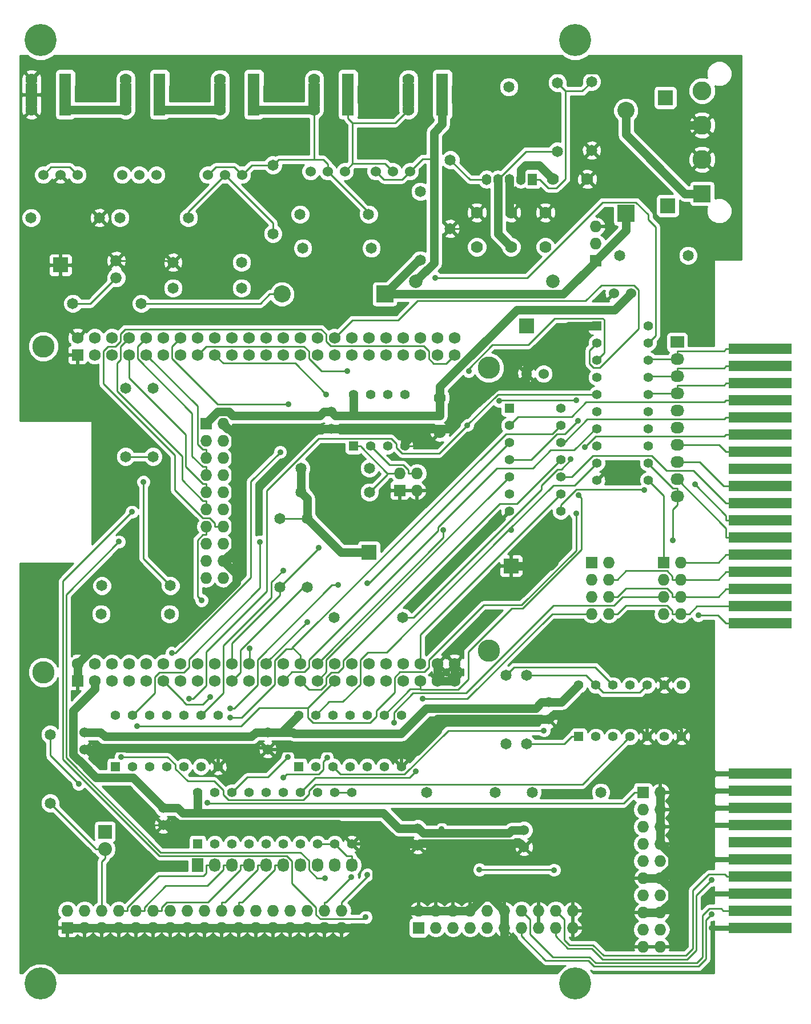
<source format=gbl>
G04 #@! TF.FileFunction,Copper,L2,Bot,Signal*
%FSLAX46Y46*%
G04 Gerber Fmt 4.6, Leading zero omitted, Abs format (unit mm)*
G04 Created by KiCad (PCBNEW (after 2015-mar-04 BZR unknown)-product) date Sun 03 Mar 2019 09:58:19 PM EST*
%MOMM*%
G01*
G04 APERTURE LIST*
%ADD10C,0.152400*%
%ADD11R,9.398000X1.524000*%
%ADD12C,3.302000*%
%ADD13R,1.727200X1.727200*%
%ADD14C,1.727200*%
%ADD15O,1.727200X1.727200*%
%ADD16C,1.524000*%
%ADD17R,1.727200X2.032000*%
%ADD18O,1.727200X2.032000*%
%ADD19R,2.032000X1.727200*%
%ADD20O,2.032000X1.727200*%
%ADD21R,1.397000X1.397000*%
%ADD22C,1.397000*%
%ADD23R,2.540000X2.540000*%
%ADD24C,2.794000*%
%ADD25C,1.676400*%
%ADD26C,1.998980*%
%ADD27C,2.540000*%
%ADD28R,2.032000X2.032000*%
%ADD29O,2.032000X2.032000*%
%ADD30R,2.235200X2.235200*%
%ADD31C,1.651000*%
%ADD32C,1.778000*%
%ADD33O,1.371600X1.651000*%
%ADD34R,1.371600X1.651000*%
%ADD35C,4.749800*%
%ADD36R,1.778000X1.778000*%
%ADD37R,1.778000X3.200000*%
%ADD38R,1.778000X3.500000*%
%ADD39C,0.889000*%
%ADD40C,1.270000*%
%ADD41C,0.254000*%
%ADD42C,0.508000*%
%ADD43C,0.762000*%
G04 APERTURE END LIST*
D10*
D11*
X228846380Y-126745600D03*
X228846380Y-129285600D03*
X228846380Y-131825600D03*
X228846380Y-134365600D03*
X228846380Y-136905600D03*
X228846380Y-139445600D03*
X228846380Y-141985600D03*
X228846380Y-144525600D03*
X228846380Y-147065600D03*
X228846380Y-149605600D03*
X228841300Y-63881000D03*
X228841300Y-66421000D03*
X228841300Y-68961000D03*
X228841300Y-71501000D03*
X228841300Y-74041000D03*
X228841300Y-76581000D03*
X228841300Y-79121000D03*
X228841300Y-81661000D03*
X228841300Y-84201000D03*
X228841300Y-86741000D03*
X228841300Y-89281000D03*
X228841300Y-91821000D03*
X228841300Y-94361000D03*
X228841300Y-96901000D03*
X228841300Y-99441000D03*
X228841300Y-101981000D03*
X228841300Y-104521000D03*
D12*
X188595000Y-108585000D03*
X122555000Y-111760000D03*
X122555000Y-63500000D03*
X188595000Y-66675000D03*
D13*
X127635000Y-113030000D03*
D14*
X127635000Y-110490000D03*
X130175000Y-113030000D03*
X130175000Y-110490000D03*
X132715000Y-113030000D03*
X132715000Y-110490000D03*
X135255000Y-113030000D03*
X135255000Y-110490000D03*
X137795000Y-113030000D03*
X137795000Y-110490000D03*
X140335000Y-113030000D03*
X140335000Y-110490000D03*
X142875000Y-113030000D03*
X142875000Y-110490000D03*
X145415000Y-113030000D03*
X145415000Y-110490000D03*
X147955000Y-113030000D03*
X147955000Y-110490000D03*
X150495000Y-113030000D03*
X150495000Y-110490000D03*
X153035000Y-113030000D03*
X153035000Y-110490000D03*
X155575000Y-113030000D03*
X155575000Y-110490000D03*
X158115000Y-113030000D03*
X158115000Y-110490000D03*
X160655000Y-113030000D03*
X160655000Y-110490000D03*
X163195000Y-113030000D03*
X163195000Y-110490000D03*
X165735000Y-113030000D03*
X165735000Y-110490000D03*
X168275000Y-113030000D03*
X168275000Y-110490000D03*
X170815000Y-113030000D03*
X170815000Y-110490000D03*
X173355000Y-113030000D03*
X173355000Y-110490000D03*
X175895000Y-113030000D03*
X175895000Y-110490000D03*
X178435000Y-113030000D03*
X178435000Y-110490000D03*
X180975000Y-113030000D03*
X180975000Y-110490000D03*
X183515000Y-113030000D03*
X183515000Y-110490000D03*
D13*
X127635000Y-64770000D03*
D14*
X127635000Y-62230000D03*
X130175000Y-64770000D03*
X130175000Y-62230000D03*
X132715000Y-64770000D03*
X132715000Y-62230000D03*
X135255000Y-64770000D03*
X135255000Y-62230000D03*
X137795000Y-64770000D03*
X137795000Y-62230000D03*
X140335000Y-64770000D03*
X140335000Y-62230000D03*
X142875000Y-64770000D03*
X142875000Y-62230000D03*
X145415000Y-64770000D03*
X145415000Y-62230000D03*
X147955000Y-64770000D03*
X147955000Y-62230000D03*
X150495000Y-64770000D03*
X150495000Y-62230000D03*
X153035000Y-64770000D03*
X153035000Y-62230000D03*
X155575000Y-64770000D03*
X155575000Y-62230000D03*
X158115000Y-64770000D03*
X158115000Y-62230000D03*
X160655000Y-64770000D03*
X160655000Y-62230000D03*
X163195000Y-64770000D03*
X163195000Y-62230000D03*
X165735000Y-64770000D03*
X165735000Y-62230000D03*
X168275000Y-64770000D03*
X168275000Y-62230000D03*
X170815000Y-64770000D03*
X170815000Y-62230000D03*
X173355000Y-64770000D03*
X173355000Y-62230000D03*
X175895000Y-64770000D03*
X175895000Y-62230000D03*
X178435000Y-64770000D03*
X178435000Y-62230000D03*
X180975000Y-64770000D03*
X180975000Y-62230000D03*
X183515000Y-64770000D03*
X183515000Y-62230000D03*
D13*
X204470000Y-50800000D03*
D15*
X204470000Y-48260000D03*
X204470000Y-45720000D03*
D16*
X149479000Y-38100000D03*
X146939000Y-38100000D03*
X152019000Y-38100000D03*
D13*
X175387000Y-84836000D03*
D15*
X175387000Y-82296000D03*
X177927000Y-84836000D03*
X177927000Y-82296000D03*
D13*
X214503000Y-95504000D03*
D15*
X217043000Y-95504000D03*
X214503000Y-98044000D03*
X217043000Y-98044000D03*
X214503000Y-100584000D03*
X217043000Y-100584000D03*
X214503000Y-103124000D03*
X217043000Y-103124000D03*
D13*
X203835000Y-95504000D03*
D15*
X206375000Y-95504000D03*
X203835000Y-98044000D03*
X206375000Y-98044000D03*
X203835000Y-100584000D03*
X206375000Y-100584000D03*
X203835000Y-103124000D03*
X206375000Y-103124000D03*
D13*
X146685000Y-74930000D03*
D15*
X149225000Y-74930000D03*
X146685000Y-77470000D03*
X149225000Y-77470000D03*
X146685000Y-80010000D03*
X149225000Y-80010000D03*
X146685000Y-82550000D03*
X149225000Y-82550000D03*
X146685000Y-85090000D03*
X149225000Y-85090000D03*
X146685000Y-87630000D03*
X149225000Y-87630000D03*
X146685000Y-90170000D03*
X149225000Y-90170000D03*
X146685000Y-92710000D03*
X149225000Y-92710000D03*
X146685000Y-95250000D03*
X149225000Y-95250000D03*
X146685000Y-97790000D03*
X149225000Y-97790000D03*
D13*
X211455000Y-129540000D03*
D15*
X213995000Y-129540000D03*
X211455000Y-132080000D03*
X213995000Y-132080000D03*
X211455000Y-134620000D03*
X213995000Y-134620000D03*
X211455000Y-137160000D03*
X213995000Y-137160000D03*
X211455000Y-139700000D03*
X213995000Y-139700000D03*
X211455000Y-142240000D03*
X213995000Y-142240000D03*
X211455000Y-144780000D03*
X213995000Y-144780000D03*
X211455000Y-147320000D03*
X213995000Y-147320000D03*
X211455000Y-149860000D03*
X213995000Y-149860000D03*
X211455000Y-152400000D03*
X213995000Y-152400000D03*
D13*
X178181000Y-149606000D03*
D15*
X178181000Y-147066000D03*
X180721000Y-149606000D03*
X180721000Y-147066000D03*
X183261000Y-149606000D03*
X183261000Y-147066000D03*
X185801000Y-149606000D03*
X185801000Y-147066000D03*
X188341000Y-149606000D03*
X188341000Y-147066000D03*
X190881000Y-149606000D03*
X190881000Y-147066000D03*
X193421000Y-149606000D03*
X193421000Y-147066000D03*
X195961000Y-149606000D03*
X195961000Y-147066000D03*
X198501000Y-149606000D03*
X198501000Y-147066000D03*
X201041000Y-149606000D03*
X201041000Y-147066000D03*
D13*
X126111000Y-149606000D03*
D15*
X126111000Y-147066000D03*
X128651000Y-149606000D03*
X128651000Y-147066000D03*
X131191000Y-149606000D03*
X131191000Y-147066000D03*
X133731000Y-149606000D03*
X133731000Y-147066000D03*
X136271000Y-149606000D03*
X136271000Y-147066000D03*
X138811000Y-149606000D03*
X138811000Y-147066000D03*
X141351000Y-149606000D03*
X141351000Y-147066000D03*
X143891000Y-149606000D03*
X143891000Y-147066000D03*
X146431000Y-149606000D03*
X146431000Y-147066000D03*
X148971000Y-149606000D03*
X148971000Y-147066000D03*
X151511000Y-149606000D03*
X151511000Y-147066000D03*
X154051000Y-149606000D03*
X154051000Y-147066000D03*
X156591000Y-149606000D03*
X156591000Y-147066000D03*
X159131000Y-149606000D03*
X159131000Y-147066000D03*
X161671000Y-149606000D03*
X161671000Y-147066000D03*
X164211000Y-149606000D03*
X164211000Y-147066000D03*
X166751000Y-149606000D03*
X166751000Y-147066000D03*
D17*
X145415000Y-140335000D03*
D18*
X147955000Y-140335000D03*
X150495000Y-140335000D03*
X153035000Y-140335000D03*
X155575000Y-140335000D03*
X158115000Y-140335000D03*
X160655000Y-140335000D03*
X163195000Y-140335000D03*
X165735000Y-140335000D03*
X168275000Y-140335000D03*
D19*
X216535000Y-62865000D03*
D20*
X216535000Y-65405000D03*
X216535000Y-67945000D03*
X216535000Y-70485000D03*
X216535000Y-73025000D03*
X216535000Y-75565000D03*
X216535000Y-78105000D03*
X216535000Y-80645000D03*
X216535000Y-83185000D03*
X216535000Y-85725000D03*
D21*
X145415000Y-137160000D03*
D22*
X147955000Y-137160000D03*
X150495000Y-137160000D03*
X153035000Y-137160000D03*
X155575000Y-137160000D03*
X158115000Y-137160000D03*
X160655000Y-137160000D03*
X163195000Y-137160000D03*
X165735000Y-137160000D03*
X168275000Y-137160000D03*
X168275000Y-129540000D03*
X165735000Y-129540000D03*
X163195000Y-129540000D03*
X160655000Y-129540000D03*
X158115000Y-129540000D03*
X155575000Y-129540000D03*
X153035000Y-129540000D03*
X150495000Y-129540000D03*
X147955000Y-129540000D03*
X145415000Y-129540000D03*
D23*
X220218000Y-40894000D03*
D24*
X220218000Y-35814000D03*
X220218000Y-30734000D03*
X220218000Y-25654000D03*
D25*
X133350000Y-53340000D03*
X133350000Y-50800000D03*
D26*
X198086980Y-53848000D03*
X177766980Y-53848000D03*
D27*
X208915000Y-28575000D03*
D23*
X208915000Y-43815000D03*
D27*
X157924000Y-55753000D03*
D23*
X173164000Y-55753000D03*
D21*
X191643000Y-72644000D03*
D22*
X191643000Y-75184000D03*
X191643000Y-77724000D03*
X191643000Y-80264000D03*
X191643000Y-82804000D03*
X191643000Y-85344000D03*
X191643000Y-87884000D03*
X199263000Y-87884000D03*
X199263000Y-85344000D03*
X199263000Y-82804000D03*
X199263000Y-80264000D03*
X199263000Y-77724000D03*
X199263000Y-75184000D03*
X199263000Y-72644000D03*
D21*
X133223000Y-125730000D03*
D22*
X135763000Y-125730000D03*
X138303000Y-125730000D03*
X140843000Y-125730000D03*
X143383000Y-125730000D03*
X145923000Y-125730000D03*
X148463000Y-125730000D03*
X148463000Y-118110000D03*
X145923000Y-118110000D03*
X143383000Y-118110000D03*
X140843000Y-118110000D03*
X138303000Y-118110000D03*
X135763000Y-118110000D03*
X133223000Y-118110000D03*
D21*
X160401000Y-125730000D03*
D22*
X162941000Y-125730000D03*
X165481000Y-125730000D03*
X168021000Y-125730000D03*
X170561000Y-125730000D03*
X173101000Y-125730000D03*
X175641000Y-125730000D03*
X175641000Y-118110000D03*
X173101000Y-118110000D03*
X170561000Y-118110000D03*
X168021000Y-118110000D03*
X165481000Y-118110000D03*
X162941000Y-118110000D03*
X160401000Y-118110000D03*
D28*
X131699000Y-135382000D03*
D29*
X131699000Y-137922000D03*
D21*
X204597000Y-60452000D03*
D22*
X204597000Y-62992000D03*
X204597000Y-65532000D03*
X204597000Y-68072000D03*
X204597000Y-70612000D03*
X204597000Y-73152000D03*
X204597000Y-75692000D03*
X204597000Y-78232000D03*
X204597000Y-80772000D03*
X204597000Y-83312000D03*
X212217000Y-83312000D03*
X212217000Y-80772000D03*
X212217000Y-78232000D03*
X212217000Y-75692000D03*
X212217000Y-73152000D03*
X212217000Y-70612000D03*
X212217000Y-68072000D03*
X212217000Y-65532000D03*
X212217000Y-62992000D03*
X212217000Y-60452000D03*
D21*
X168529000Y-78232000D03*
D22*
X171069000Y-78232000D03*
X173609000Y-78232000D03*
X176149000Y-78232000D03*
X176149000Y-70612000D03*
X173609000Y-70612000D03*
X171069000Y-70612000D03*
X168529000Y-70612000D03*
D30*
X214757000Y-26670000D03*
X215138000Y-42672000D03*
X125095000Y-51435000D03*
X191897000Y-96012000D03*
D31*
X178435000Y-50721260D03*
X178435000Y-40561260D03*
X195023740Y-129540000D03*
X205183740Y-129540000D03*
X134747000Y-69674740D03*
X134747000Y-79834740D03*
X157607000Y-88978740D03*
X157607000Y-99138740D03*
X161671000Y-88978740D03*
X161671000Y-99138740D03*
X182880000Y-35892740D03*
X182880000Y-46052740D03*
X160733740Y-81534000D03*
X170893740Y-81534000D03*
X160733740Y-85090000D03*
X170893740Y-85090000D03*
X175816260Y-103632000D03*
X165656260Y-103632000D03*
X137081260Y-57150000D03*
X126921260Y-57150000D03*
X120728740Y-44450000D03*
X130888740Y-44450000D03*
X144066260Y-44450000D03*
X133906260Y-44450000D03*
X156591000Y-36654740D03*
X156591000Y-46814740D03*
X160606740Y-43942000D03*
X170766740Y-43942000D03*
X171181260Y-48958500D03*
X161021260Y-48958500D03*
X123571000Y-120982740D03*
X123571000Y-131142740D03*
X141272260Y-103124000D03*
X131112260Y-103124000D03*
X189532260Y-129540000D03*
X179372260Y-129540000D03*
X141399260Y-98933000D03*
X131239260Y-98933000D03*
X138811000Y-69674740D03*
X138811000Y-79834740D03*
X207977740Y-50038000D03*
X218137740Y-50038000D03*
D16*
X197485000Y-116205000D03*
X197485000Y-118745000D03*
X165227000Y-73152000D03*
X165227000Y-75692000D03*
X140335000Y-131826000D03*
X140335000Y-134366000D03*
X128651000Y-120650000D03*
X128651000Y-123190000D03*
X193802000Y-135128000D03*
X193802000Y-137668000D03*
X196723000Y-67564000D03*
X194183000Y-67564000D03*
X209677000Y-55626000D03*
X207137000Y-55626000D03*
X155829000Y-120650000D03*
X155829000Y-123190000D03*
X178054000Y-134874000D03*
X178054000Y-137414000D03*
D32*
X186817000Y-48768000D03*
X186817000Y-43688000D03*
X191897000Y-48768000D03*
X191897000Y-43688000D03*
X196977000Y-48768000D03*
X196977000Y-43688000D03*
X198120000Y-38735000D03*
X203200000Y-38735000D03*
D33*
X188239400Y-38785800D03*
X189941200Y-38785800D03*
X191643000Y-38785800D03*
X193344800Y-38785800D03*
D34*
X195046600Y-38785800D03*
D31*
X191566800Y-25069800D03*
X191135000Y-122349260D03*
X191135000Y-112189260D03*
X203835000Y-34465260D03*
X203835000Y-24305260D03*
X198755000Y-24462740D03*
X198755000Y-34622740D03*
X151940260Y-54864000D03*
X141780260Y-54864000D03*
X151940260Y-51054000D03*
X141780260Y-51054000D03*
D21*
X201930000Y-121285000D03*
D22*
X204470000Y-121285000D03*
X207010000Y-121285000D03*
X209550000Y-121285000D03*
X212090000Y-121285000D03*
X214630000Y-121285000D03*
X217170000Y-121285000D03*
X217170000Y-113665000D03*
X214630000Y-113665000D03*
X212090000Y-113665000D03*
X209550000Y-113665000D03*
X207010000Y-113665000D03*
X204470000Y-113665000D03*
X201930000Y-113665000D03*
D35*
X201422000Y-18161000D03*
X201422000Y-157861000D03*
X122174000Y-157861000D03*
X122174000Y-18161000D03*
D30*
X194183000Y-60452000D03*
X170815000Y-93980000D03*
D31*
X194183000Y-122349260D03*
X194183000Y-112189260D03*
D36*
X181697000Y-23948000D03*
D32*
X176673000Y-28448000D03*
D36*
X181697000Y-28448000D03*
D32*
X176697000Y-23948000D03*
D37*
X181681880Y-26151840D03*
D38*
X176642520Y-26222960D03*
D36*
X167727000Y-23948000D03*
D32*
X162703000Y-28448000D03*
D36*
X167727000Y-28448000D03*
D32*
X162727000Y-23948000D03*
D37*
X167711880Y-26151840D03*
D38*
X162672520Y-26222960D03*
D36*
X139787000Y-23948000D03*
D32*
X134763000Y-28448000D03*
D36*
X139787000Y-28448000D03*
D32*
X134787000Y-23948000D03*
D37*
X139771880Y-26151840D03*
D38*
X134732520Y-26222960D03*
D36*
X153757000Y-23948000D03*
D32*
X148733000Y-28448000D03*
D36*
X153757000Y-28448000D03*
D32*
X148757000Y-23948000D03*
D37*
X153741880Y-26151840D03*
D38*
X148702520Y-26222960D03*
D36*
X125817000Y-23948000D03*
D32*
X120793000Y-28448000D03*
D36*
X125817000Y-28448000D03*
D32*
X120817000Y-23948000D03*
D37*
X125801880Y-26151840D03*
D38*
X120762520Y-26222960D03*
D16*
X174371000Y-37592000D03*
X171831000Y-37592000D03*
X176911000Y-37592000D03*
X164719000Y-37592000D03*
X162179000Y-37592000D03*
X167259000Y-37592000D03*
X136779000Y-38100000D03*
X134239000Y-38100000D03*
X139319000Y-38100000D03*
X125095000Y-38100000D03*
X122555000Y-38100000D03*
X127635000Y-38100000D03*
D32*
X181356000Y-71107300D03*
X181356000Y-76187300D03*
D39*
X127796800Y-128312200D03*
X201931100Y-85504100D03*
X146002700Y-101101200D03*
X153157900Y-108208600D03*
X215853900Y-92178800D03*
X219654600Y-103296300D03*
X185401000Y-75169800D03*
X144132769Y-115709231D03*
X158116800Y-96671400D03*
X190123400Y-71581100D03*
X201554500Y-71491300D03*
X185609300Y-67158900D03*
X157676500Y-79145800D03*
X141605100Y-108916200D03*
X154638400Y-92441500D03*
X177776100Y-126459300D03*
X181868200Y-90696500D03*
X158781800Y-124315300D03*
X191897000Y-90678000D03*
X158860400Y-72044800D03*
X164500300Y-70629200D03*
X150253800Y-118445600D03*
X150241000Y-117094000D03*
X166243000Y-98806000D03*
X170561000Y-98552000D03*
X136450800Y-119729200D03*
X201521800Y-88208100D03*
X137406100Y-83577700D03*
X180612000Y-53370700D03*
X164340800Y-142218500D03*
X133783000Y-92425000D03*
X194183000Y-154076400D03*
X132080000Y-128981200D03*
X178231800Y-78257400D03*
X221361000Y-139700000D03*
X221615000Y-144526000D03*
X221615000Y-149606000D03*
X214630000Y-118110000D03*
X188221000Y-137620000D03*
X198247000Y-95504000D03*
X163367000Y-93311300D03*
X167580200Y-67153900D03*
X198247000Y-141033500D03*
X187197998Y-141008100D03*
X221615000Y-142494000D03*
X221615000Y-147574000D03*
X201815000Y-74516700D03*
X202874000Y-78401200D03*
X211672000Y-84748600D03*
X219154800Y-83933000D03*
X158093600Y-127397100D03*
X164607200Y-124367600D03*
X168213200Y-142082200D03*
X170583900Y-141758500D03*
X146884700Y-131095700D03*
X200749700Y-80217700D03*
X170345900Y-148037200D03*
X135683300Y-88009600D03*
X174524500Y-119253800D03*
X178820700Y-115713600D03*
X181610000Y-135001000D03*
X196764500Y-120377900D03*
X161646324Y-104291676D03*
X134053900Y-124301200D03*
X147320000Y-115443000D03*
D40*
X189941000Y-46812200D02*
X191897000Y-48768000D01*
X189941000Y-38992100D02*
X189941000Y-46812200D01*
X157861000Y-120650000D02*
X155829000Y-120650000D01*
X155829000Y-120650000D02*
X157861000Y-120650000D01*
X199390000Y-116205000D02*
X201930000Y-113665000D01*
X197485000Y-116205000D02*
X199390000Y-116205000D01*
X154051000Y-120650000D02*
X155829000Y-120650000D01*
X153416000Y-121285000D02*
X154051000Y-120650000D01*
X131699000Y-121285000D02*
X153416000Y-121285000D01*
X131064000Y-120650000D02*
X131699000Y-121285000D01*
X128651000Y-120650000D02*
X131064000Y-120650000D01*
X159576000Y-120650000D02*
X157861000Y-120650000D01*
X159766000Y-120840000D02*
X159576000Y-120650000D01*
X175578000Y-120840000D02*
X159766000Y-120840000D01*
X179324000Y-117094000D02*
X175578000Y-120840000D01*
X195518000Y-117094000D02*
X179324000Y-117094000D01*
X196407000Y-116205000D02*
X195518000Y-117094000D01*
X197485000Y-116205000D02*
X196407000Y-116205000D01*
X157861000Y-120650000D02*
X160401000Y-118110000D01*
X189941000Y-38888900D02*
X189941000Y-38992100D01*
D41*
X189941000Y-38992100D02*
X189941000Y-38888900D01*
X189941000Y-38888900D02*
X189941000Y-38837300D01*
X189941000Y-38837300D02*
X189941000Y-38785800D01*
D40*
X189941000Y-38785800D02*
X189941000Y-38837300D01*
X189941000Y-38837300D02*
X189941000Y-38888900D01*
D41*
X123571000Y-124086400D02*
X123571000Y-120982700D01*
X127796800Y-128312200D02*
X123571000Y-124086400D01*
X194104000Y-34622700D02*
X198755000Y-34622700D01*
X189941000Y-38785800D02*
X194104000Y-34622700D01*
X189941200Y-38785800D02*
X189941000Y-38785800D01*
X178435000Y-113030000D02*
X178435000Y-114274800D01*
X176936200Y-114274800D02*
X173101000Y-118110000D01*
X178435000Y-114274800D02*
X176936200Y-114274800D01*
X202351100Y-85924100D02*
X201931100Y-85504100D01*
X202351100Y-93599800D02*
X202351100Y-85924100D01*
X193633700Y-102317200D02*
X202351100Y-93599800D01*
X191957400Y-102317200D02*
X193633700Y-102317200D01*
X185527600Y-108747000D02*
X191957400Y-102317200D01*
X185527600Y-112811900D02*
X185527600Y-108747000D01*
X184017800Y-114321700D02*
X185527600Y-112811900D01*
X178481900Y-114321700D02*
X184017800Y-114321700D01*
X178435000Y-114274800D02*
X178481900Y-114321700D01*
X147980100Y-89654200D02*
X147980100Y-90170000D01*
X147225900Y-88900000D02*
X147980100Y-89654200D01*
X146171400Y-88900000D02*
X147225900Y-88900000D01*
X142075000Y-84803600D02*
X146171400Y-88900000D01*
X142075000Y-79617400D02*
X142075000Y-84803600D01*
X131445000Y-68987400D02*
X142075000Y-79617400D01*
X131445000Y-64218600D02*
X131445000Y-68987400D01*
X132138600Y-63525000D02*
X131445000Y-64218600D01*
X133210800Y-63525000D02*
X132138600Y-63525000D01*
X133985000Y-62750800D02*
X133210800Y-63525000D01*
X133985000Y-61658800D02*
X133985000Y-62750800D01*
X134692000Y-60951800D02*
X133985000Y-61658800D01*
X163722100Y-60951800D02*
X134692000Y-60951800D01*
X164465000Y-61694700D02*
X163722100Y-60951800D01*
X164465000Y-62781400D02*
X164465000Y-61694700D01*
X165158600Y-63475000D02*
X164465000Y-62781400D01*
X178976900Y-63475000D02*
X165158600Y-63475000D01*
X179680000Y-64178100D02*
X178976900Y-63475000D01*
X179680000Y-65308300D02*
X179680000Y-64178100D01*
X180416200Y-66044500D02*
X179680000Y-65308300D01*
X182240500Y-66044500D02*
X180416200Y-66044500D01*
X183515000Y-64770000D02*
X182240500Y-66044500D01*
X149225000Y-90170000D02*
X147980100Y-90170000D01*
X146169200Y-91414900D02*
X146685000Y-91414900D01*
X145390000Y-92194100D02*
X146169200Y-91414900D01*
X145390000Y-100488500D02*
X145390000Y-92194100D01*
X146002700Y-101101200D02*
X145390000Y-100488500D01*
X146685000Y-90170000D02*
X146685000Y-91414900D01*
X153157900Y-110367100D02*
X153035000Y-110490000D01*
X153157900Y-108208600D02*
X153157900Y-110367100D01*
X146169200Y-83845100D02*
X146685000Y-83845100D01*
X143618600Y-81294500D02*
X146169200Y-83845100D01*
X143618600Y-76573900D02*
X143618600Y-81294500D01*
X135255000Y-68210300D02*
X143618600Y-76573900D01*
X135255000Y-64770000D02*
X135255000Y-68210300D01*
X146685000Y-85090000D02*
X146685000Y-83845100D01*
X133985000Y-63500000D02*
X135255000Y-62230000D01*
X133985000Y-65481400D02*
X133985000Y-63500000D01*
X133493800Y-65972600D02*
X133985000Y-65481400D01*
X133493800Y-70132600D02*
X133493800Y-65972600D01*
X143110200Y-79749000D02*
X133493800Y-70132600D01*
X143110200Y-83277100D02*
X143110200Y-79749000D01*
X146218200Y-86385100D02*
X143110200Y-83277100D01*
X146685000Y-86385100D02*
X146218200Y-86385100D01*
X146685000Y-87630000D02*
X146685000Y-86385100D01*
X146169200Y-81305100D02*
X146685000Y-81305100D01*
X144603700Y-79739600D02*
X146169200Y-81305100D01*
X144603700Y-73394800D02*
X144603700Y-79739600D01*
X136525000Y-65316100D02*
X144603700Y-73394800D01*
X136525000Y-63500000D02*
X136525000Y-65316100D01*
X137795000Y-62230000D02*
X136525000Y-63500000D01*
X146685000Y-82550000D02*
X146685000Y-81305100D01*
X146169200Y-78765100D02*
X146685000Y-78765100D01*
X145390000Y-77985900D02*
X146169200Y-78765100D01*
X145390000Y-72365000D02*
X145390000Y-77985900D01*
X137795000Y-64770000D02*
X145390000Y-72365000D01*
X146685000Y-80010000D02*
X146685000Y-78765100D01*
X212217000Y-80851400D02*
X212217000Y-80772000D01*
X215845700Y-84480100D02*
X212217000Y-80851400D01*
X216535000Y-84480100D02*
X215845700Y-84480100D01*
X216535000Y-85231700D02*
X216535000Y-84480100D01*
X222549000Y-103296300D02*
X223773700Y-104521000D01*
X219654600Y-103296300D02*
X222549000Y-103296300D01*
X229235000Y-104521000D02*
X223773700Y-104521000D01*
X216535000Y-85231700D02*
X216535000Y-85725000D01*
X215853900Y-87651000D02*
X215853900Y-92178800D01*
X216535000Y-86969900D02*
X215853900Y-87651000D01*
X216535000Y-85725000D02*
X216535000Y-86969900D01*
X222757700Y-78105000D02*
X223773700Y-79121000D01*
X216535000Y-78105000D02*
X222757700Y-78105000D01*
X229235000Y-79121000D02*
X223773700Y-79121000D01*
X223381700Y-84201000D02*
X229235000Y-84201000D01*
X219825700Y-80645000D02*
X223381700Y-84201000D01*
X216535000Y-80645000D02*
X219825700Y-80645000D01*
X212344000Y-67945000D02*
X212217000Y-68072000D01*
X216535000Y-67945000D02*
X212344000Y-67945000D01*
X223494600Y-66700100D02*
X216535000Y-66700100D01*
X223773700Y-66421000D02*
X223494600Y-66700100D01*
X216535000Y-67945000D02*
X216535000Y-66700100D01*
X229235000Y-66421000D02*
X223773700Y-66421000D01*
X212344000Y-65405000D02*
X212217000Y-65532000D01*
X216535000Y-65405000D02*
X212344000Y-65405000D01*
X223494600Y-64160100D02*
X216535000Y-64160100D01*
X223773700Y-63881000D02*
X223494600Y-64160100D01*
X216535000Y-65405000D02*
X216535000Y-64160100D01*
X229235000Y-63881000D02*
X223773700Y-63881000D01*
X222630700Y-95504000D02*
X223773700Y-94361000D01*
X217043000Y-95504000D02*
X222630700Y-95504000D01*
X229235000Y-94361000D02*
X223773700Y-94361000D01*
X222630700Y-98044000D02*
X223773700Y-96901000D01*
X217043000Y-98044000D02*
X222630700Y-98044000D01*
X229235000Y-96901000D02*
X223773700Y-96901000D01*
X215798100Y-97528200D02*
X215798100Y-98044000D01*
X215018900Y-96749000D02*
X215798100Y-97528200D01*
X208914900Y-96749000D02*
X215018900Y-96749000D01*
X207619900Y-98044000D02*
X208914900Y-96749000D01*
X206375000Y-98044000D02*
X207619900Y-98044000D01*
X217043000Y-98044000D02*
X215798100Y-98044000D01*
X222630700Y-100584000D02*
X223773700Y-99441000D01*
X217043000Y-100584000D02*
X222630700Y-100584000D01*
X229235000Y-99441000D02*
X223773700Y-99441000D01*
X215798100Y-100068200D02*
X215798100Y-100584000D01*
X215043900Y-99314000D02*
X215798100Y-100068200D01*
X208889900Y-99314000D02*
X215043900Y-99314000D01*
X207619900Y-100584000D02*
X208889900Y-99314000D01*
X206375000Y-100584000D02*
X207619900Y-100584000D01*
X217043000Y-100584000D02*
X215798100Y-100584000D01*
X215798100Y-102608200D02*
X215798100Y-103124000D01*
X215043900Y-101854000D02*
X215798100Y-102608200D01*
X208889900Y-101854000D02*
X215043900Y-101854000D01*
X207619900Y-103124000D02*
X208889900Y-101854000D01*
X216473500Y-103124000D02*
X215798100Y-103124000D01*
X206375000Y-103124000D02*
X207619900Y-103124000D01*
X216473500Y-103124000D02*
X217043000Y-103124000D01*
X219430900Y-101981000D02*
X229235000Y-101981000D01*
X218287900Y-103124000D02*
X219430900Y-101981000D01*
X217043000Y-103124000D02*
X218287900Y-103124000D01*
X223773700Y-90423700D02*
X223773700Y-91821000D01*
X216535000Y-83185000D02*
X223773700Y-90423700D01*
X229235000Y-91821000D02*
X223773700Y-91821000D01*
X212344000Y-70485000D02*
X212217000Y-70612000D01*
X216535000Y-70485000D02*
X212344000Y-70485000D01*
X223494600Y-69240100D02*
X216535000Y-69240100D01*
X223773700Y-68961000D02*
X223494600Y-69240100D01*
X216535000Y-70485000D02*
X216535000Y-69240100D01*
X229235000Y-68961000D02*
X223773700Y-68961000D01*
X185401000Y-75135700D02*
X185401000Y-75169800D01*
X189924700Y-70612000D02*
X185401000Y-75135700D01*
X204597000Y-70612000D02*
X189924700Y-70612000D01*
X175724400Y-79351700D02*
X174879000Y-78506300D01*
X146710000Y-108699200D02*
X146710000Y-113760617D01*
X174879000Y-78506300D02*
X174879000Y-77913800D01*
X155686100Y-84868800D02*
X155686100Y-99723100D01*
X185401000Y-75169800D02*
X181219100Y-79351700D01*
X144761386Y-115709231D02*
X144132769Y-115709231D01*
X163402800Y-77152100D02*
X155686100Y-84868800D01*
X155686100Y-99723100D02*
X146710000Y-108699200D01*
X181219100Y-79351700D02*
X175724400Y-79351700D01*
X146710000Y-113760617D02*
X144761386Y-115709231D01*
X174117300Y-77152100D02*
X163402800Y-77152100D01*
X174879000Y-77913800D02*
X174117300Y-77152100D01*
X149225000Y-114808000D02*
X145923000Y-118110000D01*
X149225000Y-107809100D02*
X149225000Y-114808000D01*
X156374100Y-100660000D02*
X149225000Y-107809100D01*
X156374100Y-98414100D02*
X156374100Y-100660000D01*
X158116800Y-96671400D02*
X156374100Y-98414100D01*
X190213200Y-71491300D02*
X201554500Y-71491300D01*
X190123400Y-71581100D02*
X190213200Y-71491300D01*
X185609300Y-66786600D02*
X185609300Y-67158900D01*
X189146800Y-63249100D02*
X185609300Y-66786600D01*
X194427400Y-63249100D02*
X189146800Y-63249100D01*
X198332900Y-59343600D02*
X194427400Y-63249100D01*
X205452200Y-59343600D02*
X198332900Y-59343600D01*
X205676900Y-59568300D02*
X205452200Y-59343600D01*
X205676900Y-64452100D02*
X205676900Y-59568300D01*
X204597000Y-65532000D02*
X205676900Y-64452100D01*
X142151600Y-108916200D02*
X141605100Y-108916200D01*
X153336000Y-97731800D02*
X142151600Y-108916200D01*
X153336000Y-83486300D02*
X153336000Y-97731800D01*
X157676500Y-79145800D02*
X153336000Y-83486300D01*
X203498700Y-64090300D02*
X204597000Y-62992000D01*
X203498700Y-66038000D02*
X203498700Y-64090300D01*
X204101700Y-66641000D02*
X203498700Y-66038000D01*
X205059700Y-66641000D02*
X204101700Y-66641000D01*
X210829200Y-60871500D02*
X205059700Y-66641000D01*
X210829200Y-55152700D02*
X210829200Y-60871500D01*
X210115000Y-54438500D02*
X210829200Y-55152700D01*
X205284000Y-54438500D02*
X210115000Y-54438500D01*
X202953100Y-56769400D02*
X205284000Y-54438500D01*
X177991900Y-56769400D02*
X202953100Y-56769400D01*
X175176000Y-59585300D02*
X177991900Y-56769400D01*
X168379700Y-59585300D02*
X175176000Y-59585300D01*
X165735000Y-62230000D02*
X168379700Y-59585300D01*
X139065000Y-114808000D02*
X135763000Y-118110000D01*
X139065000Y-112478600D02*
X139065000Y-114808000D01*
X139758600Y-111785000D02*
X139065000Y-112478600D01*
X143361400Y-111785000D02*
X139758600Y-111785000D01*
X144120000Y-111026400D02*
X143361400Y-111785000D01*
X144120000Y-109803600D02*
X144120000Y-111026400D01*
X154638400Y-99285200D02*
X144120000Y-109803600D01*
X154638400Y-92441500D02*
X154638400Y-99285200D01*
X161931000Y-114306000D02*
X160655000Y-113030000D01*
X163740000Y-114306000D02*
X161931000Y-114306000D01*
X164465000Y-113581000D02*
X163740000Y-114306000D01*
X164465000Y-112509200D02*
X164465000Y-113581000D01*
X165214200Y-111760000D02*
X164465000Y-112509200D01*
X166255800Y-111760000D02*
X165214200Y-111760000D01*
X167005000Y-111010800D02*
X166255800Y-111760000D01*
X167005000Y-109989300D02*
X167005000Y-111010800D01*
X190190100Y-86804200D02*
X167005000Y-109989300D01*
X192722800Y-86804200D02*
X190190100Y-86804200D01*
X199263000Y-80264000D02*
X192722800Y-86804200D01*
X162832300Y-127362700D02*
X160655000Y-129540000D01*
X176872700Y-127362700D02*
X162832300Y-127362700D01*
X177776100Y-126459300D02*
X176872700Y-127362700D01*
X178435000Y-106172000D02*
X199263000Y-85344000D01*
X178435000Y-110490000D02*
X178435000Y-106172000D01*
X181868200Y-91816800D02*
X181868200Y-90696500D01*
X163195000Y-110490000D02*
X181868200Y-91816800D01*
X152755000Y-127280000D02*
X150495000Y-129540000D01*
X155817100Y-127280000D02*
X152755000Y-127280000D01*
X158781800Y-124315300D02*
X155817100Y-127280000D01*
X201295000Y-84074000D02*
X204597000Y-80772000D01*
X198184600Y-84074000D02*
X201295000Y-84074000D01*
X164932500Y-116118500D02*
X162941000Y-118110000D01*
X166968400Y-116118500D02*
X164932500Y-116118500D01*
X169545000Y-113541900D02*
X166968400Y-116118500D01*
X169545000Y-109927200D02*
X169545000Y-113541900D01*
X170642700Y-108829500D02*
X169545000Y-109927200D01*
X173429100Y-108829500D02*
X170642700Y-108829500D01*
X191580600Y-90678000D02*
X191443016Y-90815584D01*
X191897000Y-90678000D02*
X191580600Y-90678000D01*
X191443016Y-90815584D02*
X173429100Y-108829500D01*
X198184600Y-84074000D02*
X191443016Y-90815584D01*
X148350600Y-72044800D02*
X158860400Y-72044800D01*
X141605000Y-65299200D02*
X148350600Y-72044800D01*
X141605000Y-63500000D02*
X141605000Y-65299200D01*
X142875000Y-62230000D02*
X141605000Y-63500000D01*
X159886100Y-66015000D02*
X164500300Y-70629200D01*
X149200000Y-66015000D02*
X159886100Y-66015000D01*
X147955000Y-64770000D02*
X149200000Y-66015000D01*
X164490000Y-109957000D02*
X191643000Y-82804000D01*
X164490000Y-111735000D02*
X164490000Y-109957000D01*
X163195000Y-113030000D02*
X164490000Y-111735000D01*
X159410000Y-111735000D02*
X158115000Y-113030000D01*
X161231400Y-111735000D02*
X159410000Y-111735000D01*
X161925000Y-111041400D02*
X161231400Y-111735000D01*
X161925000Y-109939100D02*
X161925000Y-111041400D01*
X181042400Y-90821700D02*
X161925000Y-109939100D01*
X181042400Y-90281300D02*
X181042400Y-90821700D01*
X189789700Y-81534000D02*
X181042400Y-90281300D01*
X195102300Y-81534000D02*
X189789700Y-81534000D01*
X197785900Y-78850400D02*
X195102300Y-81534000D01*
X201257100Y-78850400D02*
X197785900Y-78850400D01*
X204415500Y-75692000D02*
X201257100Y-78850400D01*
X204597000Y-75692000D02*
X204415500Y-75692000D01*
X151945700Y-118445600D02*
X150253800Y-118445600D01*
X156845000Y-113546300D02*
X151945700Y-118445600D01*
X156845000Y-109977100D02*
X156845000Y-113546300D01*
X158515700Y-108306400D02*
X156845000Y-109977100D01*
X159275200Y-108306400D02*
X158515700Y-108306400D01*
X197993000Y-76454000D02*
X191127600Y-76454000D01*
X199263000Y-75184000D02*
X197993000Y-76454000D01*
X159518171Y-108131857D02*
X159518171Y-108063429D01*
X160655000Y-109268686D02*
X159518171Y-108131857D01*
X160655000Y-110490000D02*
X160655000Y-109268686D01*
X159518171Y-108063429D02*
X159275200Y-108306400D01*
X191127600Y-76454000D02*
X159518171Y-108063429D01*
X166243000Y-98806000D02*
X165366192Y-98806000D01*
X165366192Y-98806000D02*
X154279601Y-109892591D01*
X154279601Y-109892591D02*
X154279601Y-113627409D01*
X154279601Y-113627409D02*
X150813010Y-117094000D01*
X150813010Y-117094000D02*
X150241000Y-117094000D01*
X170815000Y-98552000D02*
X170561000Y-98552000D01*
X191643000Y-77724000D02*
X170815000Y-98552000D01*
X201521800Y-93710100D02*
X201521800Y-88208100D01*
X193423100Y-101808800D02*
X201521800Y-93710100D01*
X187814900Y-101808800D02*
X193423100Y-101808800D01*
X179705000Y-109918700D02*
X187814900Y-101808800D01*
X179705000Y-111041400D02*
X179705000Y-109918700D01*
X179011400Y-111735000D02*
X179705000Y-111041400D01*
X175424400Y-111735000D02*
X179011400Y-111735000D01*
X174650000Y-112509400D02*
X175424400Y-111735000D01*
X174650000Y-114757800D02*
X174650000Y-112509400D01*
X171923100Y-117484700D02*
X174650000Y-114757800D01*
X171923100Y-118322400D02*
X171923100Y-117484700D01*
X171031400Y-119214100D02*
X171923100Y-118322400D01*
X162510700Y-119214100D02*
X171031400Y-119214100D01*
X161734900Y-118438300D02*
X162510700Y-119214100D01*
X161734900Y-117030100D02*
X161734900Y-118438300D01*
X154565200Y-117030100D02*
X161734900Y-117030100D01*
X151866100Y-119729200D02*
X154565200Y-117030100D01*
X136450800Y-119729200D02*
X151866100Y-119729200D01*
X161734900Y-117030100D02*
X165735000Y-113030000D01*
X137406100Y-94939800D02*
X137406100Y-83577700D01*
X141399300Y-98933000D02*
X137406100Y-94939800D01*
X213312100Y-61896900D02*
X212217000Y-62992000D01*
X213312100Y-45799100D02*
X213312100Y-61896900D01*
X212217000Y-44704000D02*
X213312100Y-45799100D01*
X212217000Y-43973700D02*
X212217000Y-44704000D01*
X210406900Y-42163600D02*
X212217000Y-43973700D01*
X205462500Y-42163600D02*
X210406900Y-42163600D01*
X194255400Y-53370700D02*
X205462500Y-42163600D01*
X180612000Y-53370700D02*
X194255400Y-53370700D01*
X163119100Y-142218500D02*
X164340800Y-142218500D01*
X161900000Y-140999400D02*
X163119100Y-142218500D01*
X161900000Y-139655700D02*
X161900000Y-140999400D01*
X160653200Y-138408900D02*
X161900000Y-139655700D01*
X139960300Y-138408900D02*
X160653200Y-138408900D01*
X125960600Y-124409200D02*
X139960300Y-138408900D01*
X125960600Y-100247400D02*
X125960600Y-124409200D01*
X133783000Y-92425000D02*
X125960600Y-100247400D01*
X190881000Y-149606000D02*
X194183000Y-152908000D01*
X194183000Y-152908000D02*
X194183000Y-154076400D01*
X140335000Y-134366000D02*
X137464800Y-134366000D01*
X137464800Y-134366000D02*
X132080000Y-128981200D01*
X176149000Y-78232000D02*
X178206400Y-78232000D01*
X178206400Y-78232000D02*
X178231800Y-78257400D01*
D40*
X221361000Y-129286000D02*
X221806000Y-129286000D01*
X221361000Y-131381000D02*
X221361000Y-129286000D01*
X221806000Y-131826000D02*
X221361000Y-131381000D01*
X221361000Y-127191000D02*
X221806000Y-126746000D01*
X221361000Y-128841000D02*
X221361000Y-127191000D01*
X221806000Y-129286000D02*
X221361000Y-128841000D01*
X221361000Y-132271000D02*
X221806000Y-131826000D01*
X221361000Y-134175000D02*
X221361000Y-132271000D01*
X221552000Y-134366000D02*
X221361000Y-134175000D01*
X221615000Y-134366000D02*
X221552000Y-134366000D01*
X216535000Y-139700000D02*
X221361000Y-139700000D01*
X215755000Y-138920000D02*
X216535000Y-139700000D01*
X221361000Y-139636000D02*
X221361000Y-139700000D01*
X221615000Y-139382000D02*
X221361000Y-139636000D01*
D41*
X141526000Y-50800000D02*
X141780000Y-51054000D01*
X133350000Y-50800000D02*
X141526000Y-50800000D01*
X194183000Y-67658200D02*
X194183000Y-67564000D01*
X194120000Y-67721700D02*
X194183000Y-67658200D01*
D40*
X200431000Y-60452000D02*
X204597000Y-60452000D01*
X194183000Y-66700400D02*
X200431000Y-60452000D01*
X194120000Y-67721700D02*
X194183000Y-66700400D01*
X194056000Y-68743000D02*
X194120000Y-67721700D01*
X190500000Y-68743000D02*
X194056000Y-68743000D01*
X182499000Y-75692000D02*
X190500000Y-68743000D01*
X176149000Y-75692000D02*
X182499000Y-75692000D01*
X214630000Y-118110000D02*
X212097000Y-118110000D01*
D41*
X184452000Y-46052700D02*
X182880000Y-46052700D01*
X186817000Y-43688000D02*
X184452000Y-46052700D01*
D40*
X133731000Y-149606000D02*
X136271000Y-149606000D01*
X131191000Y-149606000D02*
X133731000Y-149606000D01*
X213995000Y-132080000D02*
X213995000Y-134620000D01*
X213995000Y-129540000D02*
X213995000Y-132080000D01*
X213995000Y-134620000D02*
X213995000Y-137160000D01*
X177673000Y-137160000D02*
X177927000Y-137414000D01*
X170307000Y-137160000D02*
X177673000Y-137160000D01*
D42*
X168275000Y-137160000D02*
X170307000Y-137160000D01*
D40*
X154051000Y-149606000D02*
X156591000Y-149606000D01*
X159131000Y-149606000D02*
X161671000Y-149606000D01*
X156591000Y-149606000D02*
X159131000Y-149606000D01*
X183261000Y-147066000D02*
X185801000Y-147066000D01*
X180721000Y-147066000D02*
X183261000Y-147066000D01*
X164211000Y-149606000D02*
X166751000Y-149606000D01*
X161671000Y-149606000D02*
X164211000Y-149606000D01*
D42*
X175641000Y-123444000D02*
X175641000Y-125730000D01*
D40*
X175133000Y-151384000D02*
X175133000Y-150368000D01*
X176276000Y-152527000D02*
X175133000Y-151384000D01*
X190881000Y-152527000D02*
X176276000Y-152527000D01*
X190881000Y-149606000D02*
X190881000Y-152527000D01*
X150070000Y-75709800D02*
X150154000Y-75793600D01*
X150005000Y-75709800D02*
X150070000Y-75709800D01*
X149822000Y-75709800D02*
X150005000Y-75709800D01*
X149225000Y-75112900D02*
X149822000Y-75709800D01*
X149225000Y-74930000D02*
X149225000Y-75112900D01*
X150005000Y-75709800D02*
X149225000Y-74930000D01*
X150089000Y-75793600D02*
X150005000Y-75709800D01*
X150154000Y-75793600D02*
X150089000Y-75793600D01*
X150005000Y-94470200D02*
X149225000Y-95250000D01*
X150070000Y-94470200D02*
X150005000Y-94470200D01*
X150985000Y-93554900D02*
X150070000Y-94470200D01*
X150985000Y-91865100D02*
X150985000Y-93554900D01*
X150978000Y-91857500D02*
X150985000Y-91865100D01*
X150978000Y-91022500D02*
X150978000Y-91857500D01*
X150985000Y-91014900D02*
X150978000Y-91022500D01*
X150985000Y-89325100D02*
X150985000Y-91014900D01*
X150978000Y-89317500D02*
X150985000Y-89325100D01*
X150978000Y-88482500D02*
X150978000Y-89317500D01*
X150985000Y-88474900D02*
X150978000Y-88482500D01*
X150985000Y-86785100D02*
X150985000Y-88474900D01*
X150978000Y-86777500D02*
X150985000Y-86785100D01*
X150978000Y-85942500D02*
X150978000Y-86777500D01*
X150985000Y-85934900D02*
X150978000Y-85942500D01*
X150985000Y-84245100D02*
X150985000Y-85934900D01*
X150978000Y-84237500D02*
X150985000Y-84245100D01*
X150978000Y-83402500D02*
X150978000Y-84237500D01*
X150985000Y-83394900D02*
X150978000Y-83402500D01*
X150985000Y-81705100D02*
X150985000Y-83394900D01*
X150978000Y-81697500D02*
X150985000Y-81705100D01*
X150978000Y-80862500D02*
X150978000Y-81697500D01*
X150985000Y-80854900D02*
X150978000Y-80862500D01*
X150985000Y-79165100D02*
X150985000Y-80854900D01*
X150978000Y-79157500D02*
X150985000Y-79165100D01*
X150978000Y-78322500D02*
X150978000Y-79157500D01*
X150985000Y-78314900D02*
X150978000Y-78322500D01*
X150985000Y-76625100D02*
X150985000Y-78314900D01*
X150154000Y-75793600D02*
X150985000Y-76625100D01*
X214775000Y-141460000D02*
X213995000Y-142240000D01*
X214840000Y-141460000D02*
X214775000Y-141460000D01*
X215755000Y-140545000D02*
X214840000Y-141460000D01*
X215755000Y-138920000D02*
X215755000Y-140545000D01*
X215755000Y-138855000D02*
X215755000Y-138920000D01*
X214840000Y-137940000D02*
X215755000Y-138855000D01*
X214775000Y-137940000D02*
X214840000Y-137940000D01*
X214775000Y-137940000D02*
X215755000Y-138920000D01*
X213995000Y-137160000D02*
X214775000Y-137940000D01*
X193236000Y-137102000D02*
X193802000Y-137668000D01*
X178366000Y-137102000D02*
X193236000Y-137102000D01*
X178054000Y-137414000D02*
X178366000Y-137102000D01*
X213995000Y-137160000D02*
X214775000Y-137940000D01*
X214775000Y-143020000D02*
X213995000Y-142240000D01*
X214840000Y-143020000D02*
X214775000Y-143020000D01*
X215755000Y-143935000D02*
X214840000Y-143020000D01*
X215755000Y-145625000D02*
X215755000Y-143935000D01*
X214840000Y-146540000D02*
X215755000Y-145625000D01*
X214775000Y-146540000D02*
X214840000Y-146540000D01*
X213995000Y-147320000D02*
X214775000Y-146540000D01*
X131445000Y-106680000D02*
X127635000Y-110490000D01*
X142929000Y-106680000D02*
X131445000Y-106680000D01*
X151166000Y-98443300D02*
X142929000Y-106680000D01*
X151166000Y-97190600D02*
X151166000Y-98443300D01*
X149225000Y-95250000D02*
X151166000Y-97190600D01*
X188862000Y-145047000D02*
X190881000Y-147066000D01*
X187820000Y-145047000D02*
X188862000Y-145047000D01*
X185801000Y-147066000D02*
X187820000Y-145047000D01*
X197739000Y-96012000D02*
X198247000Y-95504000D01*
X191897000Y-96012000D02*
X197739000Y-96012000D01*
X131191000Y-122936000D02*
X148717000Y-122936000D01*
X130874000Y-123254000D02*
X131191000Y-122936000D01*
X128651000Y-123190000D02*
X130874000Y-123254000D01*
X190881000Y-147066000D02*
X190881000Y-149606000D01*
X174371000Y-149606000D02*
X175133000Y-150368000D01*
X171933000Y-149606000D02*
X174371000Y-149606000D01*
X221678000Y-139446000D02*
X221615000Y-139382000D01*
D41*
X155575000Y-122936000D02*
X155829000Y-123190000D01*
D42*
X148463000Y-123190000D02*
X148463000Y-125730000D01*
D40*
X148717000Y-122936000D02*
X148463000Y-123190000D01*
X166751000Y-149606000D02*
X171933000Y-149606000D01*
X211455000Y-142240000D02*
X213995000Y-142240000D01*
X211455000Y-147320000D02*
X213995000Y-147320000D01*
X180975000Y-110490000D02*
X180975000Y-113030000D01*
X183515000Y-110490000D02*
X183515000Y-113030000D01*
X177927000Y-123444000D02*
X175641000Y-123444000D01*
X180975000Y-120396000D02*
X177927000Y-123444000D01*
X180975000Y-118661000D02*
X180975000Y-120396000D01*
X196323000Y-118661000D02*
X180975000Y-118661000D01*
X196407000Y-118745000D02*
X196323000Y-118661000D01*
X197485000Y-118745000D02*
X196407000Y-118745000D01*
X183515000Y-113030000D02*
X180975000Y-113030000D01*
X198120000Y-118110000D02*
X197485000Y-118745000D01*
X212097000Y-118110000D02*
X198120000Y-118110000D01*
D42*
X212097000Y-120290000D02*
X212097000Y-118110000D01*
X212090000Y-120297000D02*
X212097000Y-120290000D01*
X212090000Y-121285000D02*
X212090000Y-120297000D01*
X166243000Y-135128000D02*
X168275000Y-137160000D01*
D40*
X166243000Y-134239000D02*
X166243000Y-135128000D01*
X143002000Y-134239000D02*
X166243000Y-134239000D01*
X142875000Y-134366000D02*
X143002000Y-134239000D01*
X140335000Y-134366000D02*
X142875000Y-134366000D01*
X191643000Y-43434000D02*
X191897000Y-43688000D01*
X191643000Y-38785800D02*
X191643000Y-43434000D01*
X127635000Y-113030000D02*
X127635000Y-110490000D01*
D42*
X122471000Y-22293600D02*
X120817000Y-23948000D01*
D40*
X124093000Y-22293600D02*
X122471000Y-22293600D01*
X124543000Y-21844000D02*
X124093000Y-22293600D01*
X125095000Y-21844000D02*
X124543000Y-21844000D01*
X125514000Y-21424900D02*
X125095000Y-21844000D01*
X185151000Y-21424900D02*
X125514000Y-21424900D01*
X185153000Y-21422400D02*
X185151000Y-21424900D01*
X186273000Y-22542500D02*
X185153000Y-21422400D01*
X206309000Y-22542500D02*
X186273000Y-22542500D01*
X214500000Y-30734000D02*
X206309000Y-22542500D01*
X220218000Y-30734000D02*
X214500000Y-30734000D01*
D42*
X168275000Y-137160000D02*
X170307000Y-137160000D01*
D40*
X171933000Y-138786000D02*
X171933000Y-149606000D01*
X170307000Y-137160000D02*
X171933000Y-138786000D01*
X176149000Y-78232000D02*
X176149000Y-75692000D01*
X176149000Y-75692000D02*
X165227000Y-75692000D01*
X153314000Y-75793600D02*
X150154000Y-75793600D01*
X153416000Y-75692000D02*
X153314000Y-75793600D01*
X165227000Y-75692000D02*
X153416000Y-75692000D01*
X126111000Y-149606000D02*
X128651000Y-149606000D01*
X128651000Y-149606000D02*
X131191000Y-149606000D01*
X176212000Y-147066000D02*
X178181000Y-147066000D01*
X175133000Y-148146000D02*
X176212000Y-147066000D01*
X175133000Y-150368000D02*
X175133000Y-148146000D01*
X178181000Y-147066000D02*
X180721000Y-147066000D01*
X151511000Y-149606000D02*
X154051000Y-149606000D01*
X221361000Y-134620000D02*
X221615000Y-134366000D01*
X221361000Y-139128000D02*
X221361000Y-134620000D01*
X221615000Y-139382000D02*
X221361000Y-139128000D01*
X148971000Y-149606000D02*
X151511000Y-149606000D01*
X146431000Y-149606000D02*
X148971000Y-149606000D01*
X143891000Y-149606000D02*
X146431000Y-149606000D01*
X141351000Y-149606000D02*
X143891000Y-149606000D01*
X136271000Y-149606000D02*
X138811000Y-149606000D01*
X138811000Y-149606000D02*
X141351000Y-149606000D01*
D43*
X229235000Y-149606000D02*
X229234600Y-149606000D01*
X229234600Y-149606000D02*
X221615000Y-149606000D01*
D41*
X229234600Y-149606000D02*
X229235000Y-149605600D01*
D43*
X229235000Y-144526000D02*
X229234600Y-144526000D01*
X229234600Y-144526000D02*
X221615000Y-144526000D01*
D41*
X229234600Y-144526000D02*
X229235000Y-144525600D01*
D43*
X229235000Y-139446000D02*
X229234600Y-139446000D01*
X229234600Y-139446000D02*
X221678000Y-139446000D01*
D41*
X229234600Y-139446000D02*
X229235000Y-139445600D01*
D43*
X229235000Y-134366000D02*
X229234600Y-134366000D01*
X229234600Y-134366000D02*
X221615000Y-134366000D01*
D41*
X229234600Y-134366000D02*
X229235000Y-134365600D01*
D43*
X229235000Y-131826000D02*
X229234600Y-131826000D01*
X229234600Y-131826000D02*
X221806000Y-131826000D01*
D41*
X229234600Y-131826000D02*
X229235000Y-131825600D01*
D43*
X229235000Y-129286000D02*
X229234600Y-129286000D01*
X229234600Y-129286000D02*
X221806000Y-129286000D01*
D41*
X229234600Y-129286000D02*
X229235000Y-129285600D01*
D43*
X229235000Y-126746000D02*
X229234600Y-126746000D01*
X229234600Y-126746000D02*
X221806000Y-126746000D01*
D41*
X229234600Y-126746000D02*
X229235000Y-126745600D01*
D40*
X214983000Y-118110000D02*
X214630000Y-118110000D01*
X216507000Y-119634000D02*
X214983000Y-118110000D01*
X216535000Y-119634000D02*
X216507000Y-119634000D01*
D42*
X217170000Y-120269000D02*
X216535000Y-119634000D01*
X217170000Y-121285000D02*
X217170000Y-120269000D01*
D40*
X221361000Y-125476000D02*
X218567000Y-122682000D01*
X221361000Y-126301000D02*
X221361000Y-125476000D01*
X221806000Y-126746000D02*
X221361000Y-126301000D01*
D42*
X218313000Y-122428000D02*
X217170000Y-121285000D01*
D40*
X175133000Y-122936000D02*
X175641000Y-123444000D01*
X157861000Y-122936000D02*
X175133000Y-122936000D01*
D42*
X157353000Y-123190000D02*
X157607000Y-122936000D01*
X155829000Y-123190000D02*
X157353000Y-123190000D01*
D40*
X148717000Y-122936000D02*
X153797000Y-122936000D01*
D42*
X154051000Y-122936000D02*
X155575000Y-122936000D01*
D41*
X151765000Y-111760000D02*
X150495000Y-113030000D01*
X151765000Y-108433700D02*
X151765000Y-111760000D01*
X161060000Y-99138700D02*
X151765000Y-108433700D01*
X161671000Y-99138700D02*
X161060000Y-99138700D01*
X150495000Y-107475000D02*
X150495000Y-110490000D01*
X157607000Y-100363000D02*
X150495000Y-107475000D01*
X157607000Y-99138700D02*
X157607000Y-100363000D01*
X163367000Y-93378700D02*
X163367000Y-93311300D01*
X157607000Y-99138700D02*
X163367000Y-93378700D01*
X146685000Y-63500000D02*
X145415000Y-64770000D01*
X161215700Y-63500000D02*
X146685000Y-63500000D01*
X161900000Y-64184300D02*
X161215700Y-63500000D01*
X161900000Y-65253600D02*
X161900000Y-64184300D01*
X163800300Y-67153900D02*
X161900000Y-65253600D01*
X167580200Y-67153900D02*
X163800300Y-67153900D01*
X198221600Y-141008100D02*
X198247000Y-141033500D01*
X187197998Y-141008100D02*
X198221600Y-141008100D01*
X178780000Y-35722800D02*
X176911000Y-37592000D01*
X180467000Y-35722800D02*
X178780000Y-35722800D01*
D40*
X180467000Y-51148000D02*
X178148000Y-53467000D01*
X180467000Y-35722800D02*
X180467000Y-51148000D01*
X180467000Y-31837000D02*
X180467000Y-35722800D01*
X181697000Y-30607000D02*
X180467000Y-31837000D01*
X181697000Y-28448000D02*
X181697000Y-30607000D01*
D41*
X175734000Y-38768900D02*
X176911000Y-37592000D01*
X173008000Y-38768900D02*
X175734000Y-38768900D01*
X171831000Y-37592000D02*
X173008000Y-38768900D01*
X177767000Y-53848000D02*
X178148000Y-53467000D01*
X137081300Y-57149700D02*
X137081000Y-57150000D01*
X137081300Y-57149700D02*
X137081300Y-57150000D01*
X157924000Y-55753000D02*
X157553000Y-56123900D01*
X154730949Y-57150000D02*
X137081260Y-57150000D01*
X156127949Y-55753000D02*
X154730949Y-57150000D01*
X157924000Y-55753000D02*
X156127949Y-55753000D01*
X167727000Y-28148200D02*
X167727000Y-28448000D01*
X167711900Y-28133100D02*
X167727000Y-28148200D01*
X167711900Y-26151800D02*
X167711900Y-28133100D01*
X173222700Y-36443700D02*
X168407300Y-36443700D01*
X174371000Y-37592000D02*
X173222700Y-36443700D01*
X168407300Y-36443700D02*
X167259000Y-37592000D01*
X167727000Y-28448000D02*
X167727000Y-29718300D01*
X174722400Y-30398600D02*
X176673000Y-28448000D01*
X168407300Y-30398600D02*
X174722400Y-30398600D01*
X168407300Y-36443700D02*
X168407300Y-30398600D01*
X168407300Y-30398600D02*
X167727000Y-29718300D01*
X153464300Y-36654700D02*
X152019000Y-38100000D01*
X156591000Y-36654700D02*
X153464300Y-36654700D01*
X148104700Y-36934300D02*
X146939000Y-38100000D01*
X150853300Y-36934300D02*
X148104700Y-36934300D01*
X152019000Y-38100000D02*
X150853300Y-36934300D01*
X170766700Y-43639700D02*
X170766700Y-43942000D01*
X164719000Y-37592000D02*
X170766700Y-43639700D01*
X157416499Y-35829241D02*
X156591000Y-36654740D01*
X164719000Y-36514370D02*
X164033871Y-35829241D01*
X164719000Y-37592000D02*
X164719000Y-36514370D01*
X162703000Y-35796363D02*
X162670122Y-35829241D01*
X162703000Y-28448000D02*
X162703000Y-35796363D01*
X162670122Y-35829241D02*
X157416499Y-35829241D01*
X164033871Y-35829241D02*
X162670122Y-35829241D01*
D40*
X153757000Y-28448000D02*
X162703000Y-28448000D01*
X139787000Y-28448000D02*
X148733000Y-28448000D01*
D41*
X156591000Y-45212000D02*
X149479000Y-38100000D01*
X156591000Y-46814740D02*
X156591000Y-45212000D01*
X144066260Y-43512740D02*
X144066260Y-44450000D01*
X149479000Y-38100000D02*
X144066260Y-43512740D01*
D40*
X125817000Y-28448000D02*
X134763000Y-28448000D01*
D41*
X123698400Y-36956600D02*
X122555000Y-38100000D01*
X126491600Y-36956600D02*
X123698400Y-36956600D01*
X127635000Y-38100000D02*
X126491600Y-36956600D01*
X193345000Y-38080900D02*
X193345000Y-38081100D01*
D40*
X196088000Y-36703000D02*
X198120000Y-38735000D01*
X194018000Y-36703000D02*
X196088000Y-36703000D01*
X193345000Y-37376100D02*
X194018000Y-36703000D01*
X193345000Y-38080900D02*
X193345000Y-37376100D01*
X193345000Y-38081100D02*
X193345000Y-38080900D01*
X193345000Y-38785800D02*
X193345000Y-38433400D01*
X193345000Y-38433400D02*
X193345000Y-38081100D01*
D41*
X193345000Y-38081100D02*
X193345000Y-38433400D01*
X193345000Y-38433400D02*
X193345000Y-38785800D01*
X193344800Y-38785800D02*
X193345000Y-38785800D01*
D40*
X208915000Y-32131000D02*
X208915000Y-28575000D01*
X217678000Y-40894000D02*
X208915000Y-32131000D01*
X220218000Y-40894000D02*
X217678000Y-40894000D01*
D41*
X141780300Y-54864000D02*
X141780200Y-54864100D01*
X141780200Y-54864100D02*
X141780000Y-54864000D01*
D40*
X204470000Y-50800000D02*
X208915000Y-46355000D01*
X208915000Y-46355000D02*
X208915000Y-43815000D01*
X173164000Y-55753000D02*
X199644000Y-55753000D01*
X199644000Y-55753000D02*
X204597000Y-50800000D01*
X178196000Y-50721300D02*
X178435000Y-50721300D01*
X173164000Y-55753000D02*
X178196000Y-50721300D01*
D41*
X129540000Y-57150000D02*
X133350000Y-53340000D01*
X126921300Y-57150000D02*
X129540000Y-57150000D01*
X219337000Y-144772000D02*
X221615000Y-142494000D01*
X219337000Y-152911000D02*
X219337000Y-144772000D01*
X218001000Y-154247000D02*
X219337000Y-152911000D01*
X205417000Y-154247000D02*
X218001000Y-154247000D01*
X203832000Y-152662000D02*
X205417000Y-154247000D01*
X200319000Y-152662000D02*
X203832000Y-152662000D01*
X198501000Y-150843000D02*
X200319000Y-152662000D01*
X198501000Y-149606000D02*
X198501000Y-150843000D01*
X223901000Y-141986000D02*
X229234600Y-141986000D01*
X223584000Y-141668000D02*
X223901000Y-141986000D01*
X221219000Y-141668000D02*
X223584000Y-141668000D01*
X218821000Y-144066000D02*
X221219000Y-141668000D01*
X218821000Y-152698000D02*
X218821000Y-144066000D01*
X217805000Y-153713000D02*
X218821000Y-152698000D01*
X205613000Y-153713000D02*
X217805000Y-153713000D01*
X204045000Y-152146000D02*
X205613000Y-153713000D01*
X200533000Y-152146000D02*
X204045000Y-152146000D01*
X199796000Y-151409000D02*
X200533000Y-152146000D01*
X199796000Y-148361000D02*
X199796000Y-151409000D01*
X198501000Y-147066000D02*
X199796000Y-148361000D01*
X229234600Y-141986000D02*
X229235000Y-141986000D01*
X229234600Y-141986000D02*
X229235000Y-141985600D01*
X220789010Y-148399990D02*
X221615000Y-147574000D01*
X197025686Y-154432000D02*
X203327000Y-154432000D01*
X203327000Y-154432000D02*
X204229000Y-155334000D01*
X193421000Y-150827314D02*
X197025686Y-154432000D01*
X204229000Y-155334000D02*
X219686434Y-155334000D01*
X219686434Y-155334000D02*
X220789010Y-154231424D01*
X193421000Y-149606000D02*
X193421000Y-150827314D01*
X220789010Y-154231424D02*
X220789010Y-148399990D01*
X193421000Y-147066000D02*
X194709000Y-148354000D01*
X194709000Y-148354000D02*
X194709000Y-150546000D01*
X219425600Y-154818000D02*
X220281000Y-153962600D01*
X194709000Y-150546000D02*
X198079000Y-153916000D01*
X198079000Y-153916000D02*
X203541000Y-153916000D01*
X223027000Y-146748000D02*
X223345000Y-147066000D01*
X203541000Y-153916000D02*
X204442000Y-154818000D01*
X204442000Y-154818000D02*
X219425600Y-154818000D01*
X220281000Y-153962600D02*
X220281000Y-147739600D01*
X220281000Y-147739600D02*
X221272600Y-146748000D01*
X221272600Y-146748000D02*
X223027000Y-146748000D01*
X223345000Y-147066000D02*
X229234600Y-147066000D01*
X229234600Y-147066000D02*
X229235000Y-147066000D01*
X229234600Y-147066000D02*
X229235000Y-147065600D01*
X229235000Y-74041000D02*
X223773700Y-74041000D01*
X223519700Y-74295000D02*
X223773700Y-74041000D01*
X203204500Y-74295000D02*
X223519700Y-74295000D01*
X199775500Y-77724000D02*
X203204500Y-74295000D01*
X199263000Y-77724000D02*
X199775500Y-77724000D01*
X199877700Y-76454000D02*
X201815000Y-74516700D01*
X198712000Y-76454000D02*
X199877700Y-76454000D01*
X194902000Y-80264000D02*
X198712000Y-76454000D01*
X191643000Y-80264000D02*
X194902000Y-80264000D01*
X223519700Y-76835000D02*
X223773700Y-76581000D01*
X204440200Y-76835000D02*
X223519700Y-76835000D01*
X202874000Y-78401200D02*
X204440200Y-76835000D01*
X229235000Y-76581000D02*
X223773700Y-76581000D01*
X218947600Y-81914900D02*
X223773700Y-86741000D01*
X214945600Y-81914900D02*
X218947600Y-81914900D01*
X212700100Y-79669400D02*
X214945600Y-81914900D01*
X204048400Y-79669400D02*
X212700100Y-79669400D01*
X200913800Y-82804000D02*
X204048400Y-79669400D01*
X199263000Y-82804000D02*
X200913800Y-82804000D01*
X229235000Y-86741000D02*
X223773700Y-86741000D01*
X211582800Y-84659400D02*
X211672000Y-84748600D01*
X201591800Y-84659400D02*
X211582800Y-84659400D01*
X199263000Y-86988200D02*
X201591800Y-84659400D01*
X199263000Y-87884000D02*
X199263000Y-86988200D01*
X223773700Y-88551900D02*
X223773700Y-89281000D01*
X219154800Y-83933000D02*
X223773700Y-88551900D01*
X229235000Y-89281000D02*
X223773700Y-89281000D01*
X229235000Y-71501000D02*
X223773700Y-71501000D01*
X223519700Y-71755000D02*
X223773700Y-71501000D01*
X203041000Y-71755000D02*
X223519700Y-71755000D01*
X200882000Y-73914000D02*
X203041000Y-71755000D01*
X192913000Y-73914000D02*
X200882000Y-73914000D01*
X191643000Y-75184000D02*
X192913000Y-73914000D01*
X137515900Y-146550200D02*
X137515900Y-147066000D01*
X140698900Y-143367200D02*
X137515900Y-146550200D01*
X146840300Y-143367200D02*
X140698900Y-143367200D01*
X149250100Y-140957400D02*
X146840300Y-143367200D01*
X149250100Y-140335000D02*
X149250100Y-140957400D01*
X150495000Y-140335000D02*
X149250100Y-140335000D01*
X136271000Y-147066000D02*
X137515900Y-147066000D01*
X151790100Y-141003200D02*
X151790100Y-140335000D01*
X146972200Y-145821100D02*
X151790100Y-141003200D01*
X140833900Y-145821100D02*
X146972200Y-145821100D01*
X140055900Y-146599100D02*
X140833900Y-145821100D01*
X140055900Y-147066000D02*
X140055900Y-146599100D01*
X138811000Y-147066000D02*
X140055900Y-147066000D01*
X153035000Y-140335000D02*
X151790100Y-140335000D01*
X149486800Y-145821100D02*
X148971000Y-145821100D01*
X154330100Y-140977800D02*
X149486800Y-145821100D01*
X154330100Y-140335000D02*
X154330100Y-140977800D01*
X155575000Y-140335000D02*
X154330100Y-140335000D01*
X148971000Y-147066000D02*
X148971000Y-145821100D01*
X152026800Y-145821100D02*
X151511000Y-145821100D01*
X156870100Y-140977800D02*
X152026800Y-145821100D01*
X156870100Y-140335000D02*
X156870100Y-140977800D01*
X158115000Y-140335000D02*
X156870100Y-140335000D01*
X151511000Y-147066000D02*
X151511000Y-145821100D01*
X164020900Y-124953900D02*
X164607200Y-124367600D01*
X164020900Y-126178800D02*
X164020900Y-124953900D01*
X163345400Y-126854300D02*
X164020900Y-126178800D01*
X158636400Y-126854300D02*
X163345400Y-126854300D01*
X158093600Y-127397100D02*
X158636400Y-126854300D01*
X164474300Y-145821100D02*
X168213200Y-142082200D01*
X164211000Y-145821100D02*
X164474300Y-145821100D01*
X164211000Y-147066000D02*
X164211000Y-145821100D01*
X170583900Y-141988200D02*
X170583900Y-141758500D01*
X166751000Y-145821100D02*
X170583900Y-141988200D01*
X166751000Y-147066000D02*
X166751000Y-145821100D01*
X130301700Y-137873400D02*
X130301700Y-137922000D01*
X123571000Y-131142700D02*
X130301700Y-137873400D01*
X131699000Y-137922000D02*
X130301700Y-137922000D01*
X131191000Y-139827300D02*
X131699000Y-139319300D01*
X131191000Y-147066000D02*
X131191000Y-139827300D01*
X131699000Y-137922000D02*
X131699000Y-139319300D01*
X146710100Y-141507800D02*
X146710100Y-140335000D01*
X146279100Y-141938800D02*
X146710100Y-141507800D01*
X139636300Y-141938800D02*
X146279100Y-141938800D01*
X134975900Y-146599200D02*
X139636300Y-141938800D01*
X134975900Y-147066000D02*
X134975900Y-146599200D01*
X133731000Y-147066000D02*
X134975900Y-147066000D01*
X147955000Y-140335000D02*
X146710100Y-140335000D01*
X168529000Y-78232000D02*
X169608800Y-78232000D01*
X173537700Y-82446000D02*
X173537700Y-82296000D01*
X170893700Y-85090000D02*
X173537700Y-82446000D01*
X169608800Y-78367100D02*
X173537700Y-82296000D01*
X169608800Y-78232000D02*
X169608800Y-78367100D01*
X173537700Y-82296000D02*
X175387000Y-82296000D01*
X177927000Y-82296000D02*
X176682100Y-82296000D01*
X176682100Y-81829100D02*
X176682100Y-82296000D01*
X175904100Y-81051100D02*
X176682100Y-81829100D01*
X173888100Y-81051100D02*
X175904100Y-81051100D01*
X171069000Y-78232000D02*
X173888100Y-81051100D01*
X185773100Y-38785800D02*
X182880000Y-35892700D01*
X188239400Y-38785800D02*
X185773100Y-38785800D01*
X211455000Y-129540000D02*
X210210100Y-129540000D01*
X146942000Y-131153000D02*
X146884700Y-131095700D01*
X208597100Y-131153000D02*
X146942000Y-131153000D01*
X210210100Y-129540000D02*
X208597100Y-131153000D01*
X177448400Y-103632000D02*
X175816300Y-103632000D01*
X196406800Y-84673600D02*
X177448400Y-103632000D01*
X196406800Y-84108000D02*
X196406800Y-84673600D01*
X198801000Y-81713800D02*
X196406800Y-84108000D01*
X199340400Y-81713800D02*
X198801000Y-81713800D01*
X200749700Y-80304500D02*
X199340400Y-81713800D01*
X200749700Y-80217700D02*
X200749700Y-80304500D01*
X170072100Y-148311000D02*
X170345900Y-148037200D01*
X163628900Y-148311000D02*
X170072100Y-148311000D01*
X162966000Y-147648100D02*
X163628900Y-148311000D01*
X162966000Y-146595000D02*
X162966000Y-147648100D01*
X159385000Y-143014000D02*
X162966000Y-146595000D01*
X159385000Y-139682000D02*
X159385000Y-143014000D01*
X158640600Y-138937600D02*
X159385000Y-139682000D01*
X139770000Y-138937600D02*
X158640600Y-138937600D01*
X125452200Y-124619800D02*
X139770000Y-138937600D01*
X125452200Y-98240700D02*
X125452200Y-124619800D01*
X135683300Y-88009600D02*
X125452200Y-98240700D01*
X214503000Y-85598000D02*
X212217000Y-83312000D01*
X214503000Y-95504000D02*
X214503000Y-85598000D01*
X208381600Y-100584000D02*
X214503000Y-100584000D01*
X207111400Y-101854200D02*
X208381600Y-100584000D01*
X198199900Y-101854200D02*
X207111400Y-101854200D01*
X185224000Y-114830100D02*
X198199900Y-101854200D01*
X177366100Y-114830100D02*
X185224000Y-114830100D01*
X174524500Y-117671700D02*
X177366100Y-114830100D01*
X174524500Y-119253800D02*
X174524500Y-117671700D01*
X197970500Y-103124000D02*
X203835000Y-103124000D01*
X185380900Y-115713600D02*
X197970500Y-103124000D01*
X178820700Y-115713600D02*
X185380900Y-115713600D01*
X181356000Y-71107300D02*
X181356000Y-72339200D01*
X181521100Y-72504300D02*
X181356000Y-72504300D01*
X181356000Y-72339200D02*
X181521100Y-72504300D01*
X182146000Y-135537000D02*
X181610000Y-135001000D01*
D40*
X192024000Y-135128000D02*
X193802000Y-135128000D01*
X191615000Y-135537000D02*
X192024000Y-135128000D01*
X182146000Y-135537000D02*
X191615000Y-135537000D01*
X178844000Y-135537000D02*
X182146000Y-135537000D01*
X178181000Y-134874000D02*
X178844000Y-135537000D01*
X178054000Y-134874000D02*
X178181000Y-134874000D01*
D41*
X134747000Y-79834700D02*
X138811000Y-79834700D01*
X157607000Y-88978700D02*
X161671000Y-88978700D01*
X131239000Y-98909100D02*
X131239000Y-98921000D01*
D40*
X131239000Y-98921000D02*
X131239000Y-98909100D01*
X131239000Y-98909100D02*
X131239000Y-98908800D01*
X164149000Y-73152000D02*
X165227000Y-73152000D01*
X163578000Y-73723500D02*
X164149000Y-73152000D01*
X150624000Y-73723500D02*
X163578000Y-73723500D01*
X150070000Y-73169800D02*
X150624000Y-73723500D01*
X148380000Y-73169800D02*
X150070000Y-73169800D01*
X147465000Y-74085100D02*
X148380000Y-73169800D01*
X147465000Y-74096400D02*
X147465000Y-74085100D01*
X146685000Y-74876100D02*
X147465000Y-74096400D01*
X146685000Y-74930000D02*
X146685000Y-74876100D01*
X130175000Y-114251000D02*
X130175000Y-113030000D01*
X127000000Y-117426000D02*
X130175000Y-114251000D01*
X127000000Y-119846000D02*
X127000000Y-117426000D01*
X126992000Y-119854000D02*
X127000000Y-119846000D01*
X126992000Y-120932000D02*
X126992000Y-119854000D01*
X126977000Y-120947000D02*
X126992000Y-120932000D01*
X126977000Y-122379000D02*
X126977000Y-120947000D01*
X126992000Y-122394000D02*
X126977000Y-122379000D01*
X126992000Y-123986000D02*
X126992000Y-122394000D01*
X127855000Y-124849000D02*
X126992000Y-123986000D01*
X127866000Y-124849000D02*
X127855000Y-124849000D01*
X130383000Y-127366000D02*
X127866000Y-124849000D01*
X135875000Y-127366000D02*
X130383000Y-127366000D01*
X140335000Y-131826000D02*
X135875000Y-127366000D01*
X131239000Y-98908800D02*
X131239000Y-98884700D01*
D41*
X131239000Y-98908800D02*
X131239000Y-98909100D01*
D40*
X142494000Y-131826000D02*
X140335000Y-131826000D01*
X143256000Y-132588000D02*
X142494000Y-131826000D01*
X145363000Y-132588000D02*
X143256000Y-132588000D01*
X172974000Y-132588000D02*
X145363000Y-132588000D01*
X175260000Y-134874000D02*
X172974000Y-132588000D01*
X178054000Y-134874000D02*
X175260000Y-134874000D01*
X145415000Y-132536000D02*
X145363000Y-132588000D01*
X145415000Y-129540000D02*
X145415000Y-132536000D01*
X207200000Y-58102500D02*
X209677000Y-55626000D01*
X192722000Y-58102500D02*
X207200000Y-58102500D01*
X181356000Y-69469000D02*
X192722000Y-58102500D01*
X181356000Y-73723500D02*
X181356000Y-72504300D01*
X181356000Y-72504300D02*
X181356000Y-69469000D01*
X168596000Y-73723500D02*
X181356000Y-73723500D01*
X165798000Y-73723500D02*
X168596000Y-73723500D01*
X165227000Y-73152000D02*
X165798000Y-73723500D01*
X168529000Y-73656600D02*
X168596000Y-73723500D01*
X168529000Y-70612000D02*
X168529000Y-73656600D01*
X166672000Y-93980000D02*
X161671000Y-88978700D01*
X170815000Y-93980000D02*
X166672000Y-93980000D01*
X131239000Y-98933000D02*
X131239000Y-98927000D01*
X131239000Y-98927000D02*
X131239000Y-98921000D01*
D41*
X131239000Y-98921000D02*
X131239000Y-98927000D01*
X131239000Y-98927000D02*
X131239000Y-98933000D01*
X131112000Y-102856000D02*
X131112000Y-103124000D01*
X200850000Y-121285000D02*
X201930000Y-121285000D01*
X199786000Y-122349000D02*
X200850000Y-121285000D01*
X194183000Y-122349000D02*
X199786000Y-122349000D01*
X160733700Y-85090000D02*
X160734000Y-85090000D01*
D40*
X161671000Y-86027300D02*
X160734000Y-85090000D01*
X161671000Y-88978700D02*
X161671000Y-86027300D01*
X160734000Y-85090000D02*
X160734000Y-81534000D01*
D41*
X131112300Y-103124000D02*
X131112000Y-103124000D01*
X131239300Y-98933000D02*
X131239000Y-98933000D01*
X160733700Y-81534000D02*
X160734000Y-81534000D01*
X194183000Y-122349300D02*
X194183000Y-122349000D01*
X192348800Y-110975500D02*
X191135000Y-112189300D01*
X204320500Y-110975500D02*
X192348800Y-110975500D01*
X207010000Y-113665000D02*
X204320500Y-110975500D01*
X182574800Y-120377900D02*
X196764500Y-120377900D01*
X176098400Y-126854300D02*
X182574800Y-120377900D01*
X166605300Y-126854300D02*
X176098400Y-126854300D01*
X165481000Y-125730000D02*
X166605300Y-126854300D01*
X155575000Y-110363000D02*
X155575000Y-110490000D01*
X161646324Y-104291676D02*
X155575000Y-110363000D01*
X195046600Y-38785800D02*
X196113700Y-38785800D01*
X202447000Y-25693300D02*
X203835000Y-24305300D01*
X199985600Y-25693300D02*
X202447000Y-25693300D01*
X199985600Y-38672200D02*
X199985600Y-25693300D01*
X198596600Y-40061200D02*
X199985600Y-38672200D01*
X197389100Y-40061200D02*
X198596600Y-40061200D01*
X196113700Y-38785800D02*
X197389100Y-40061200D01*
X199985600Y-25693300D02*
X198755000Y-24462700D01*
X168275000Y-140335000D02*
X168275000Y-138937700D01*
X167512700Y-138937700D02*
X165735000Y-137160000D01*
X168275000Y-138937700D02*
X167512700Y-138937700D01*
X165735000Y-137160000D02*
X163195000Y-137160000D01*
X165735000Y-129540000D02*
X168275000Y-129540000D01*
X202501900Y-128333100D02*
X209550000Y-121285000D01*
X162863200Y-128333100D02*
X202501900Y-128333100D01*
X161925000Y-129271300D02*
X162863200Y-128333100D01*
X161925000Y-129810300D02*
X161925000Y-129271300D01*
X161090700Y-130644600D02*
X161925000Y-129810300D01*
X150014600Y-130644600D02*
X161090700Y-130644600D01*
X149225000Y-129855000D02*
X150014600Y-130644600D01*
X149225000Y-129260000D02*
X149225000Y-129855000D01*
X147868000Y-127903000D02*
X149225000Y-129260000D01*
X143965700Y-127903000D02*
X147868000Y-127903000D01*
X142113000Y-126050300D02*
X143965700Y-127903000D01*
X142113000Y-125445400D02*
X142113000Y-126050300D01*
X140968800Y-124301200D02*
X142113000Y-125445400D01*
X134053900Y-124301200D02*
X140968800Y-124301200D01*
X210990200Y-114764800D02*
X212090000Y-113665000D01*
X205569800Y-114764800D02*
X210990200Y-114764800D01*
X204470000Y-113665000D02*
X205569800Y-114764800D01*
X202994300Y-112189300D02*
X204470000Y-113665000D01*
X194183000Y-112189300D02*
X202994300Y-112189300D01*
X147320000Y-115443000D02*
X146228268Y-116534732D01*
X146228268Y-116534732D02*
X143736528Y-116534732D01*
X143736528Y-116534732D02*
X143307268Y-116105472D01*
X143307268Y-116002268D02*
X140335000Y-113030000D01*
X143307268Y-116105472D02*
X143307268Y-116002268D01*
G36*
X128101348Y-114528600D02*
X126722600Y-115907348D01*
X126722600Y-114528600D01*
X127349250Y-114528600D01*
X127508000Y-114369850D01*
X127508000Y-113157000D01*
X127488000Y-113157000D01*
X127488000Y-112903000D01*
X127508000Y-112903000D01*
X127508000Y-112883000D01*
X127762000Y-112883000D01*
X127762000Y-112903000D01*
X127782000Y-112903000D01*
X127782000Y-113157000D01*
X127762000Y-113157000D01*
X127762000Y-114369850D01*
X127920750Y-114528600D01*
X128101348Y-114528600D01*
X128101348Y-114528600D01*
G37*
X128101348Y-114528600D02*
X126722600Y-115907348D01*
X126722600Y-114528600D01*
X127349250Y-114528600D01*
X127508000Y-114369850D01*
X127508000Y-113157000D01*
X127488000Y-113157000D01*
X127488000Y-112903000D01*
X127508000Y-112903000D01*
X127508000Y-112883000D01*
X127762000Y-112883000D01*
X127762000Y-112903000D01*
X127782000Y-112903000D01*
X127782000Y-113157000D01*
X127762000Y-113157000D01*
X127762000Y-114369850D01*
X127920750Y-114528600D01*
X128101348Y-114528600D01*
G36*
X149372000Y-75057000D02*
X149352000Y-75057000D01*
X149352000Y-75077000D01*
X149098000Y-75077000D01*
X149098000Y-75057000D01*
X149078000Y-75057000D01*
X149078000Y-74803000D01*
X149098000Y-74803000D01*
X149098000Y-74783000D01*
X149352000Y-74783000D01*
X149352000Y-74803000D01*
X149372000Y-74803000D01*
X149372000Y-75057000D01*
X149372000Y-75057000D01*
G37*
X149372000Y-75057000D02*
X149352000Y-75057000D01*
X149352000Y-75077000D01*
X149098000Y-75077000D01*
X149098000Y-75057000D01*
X149078000Y-75057000D01*
X149078000Y-74803000D01*
X149098000Y-74803000D01*
X149098000Y-74783000D01*
X149352000Y-74783000D01*
X149352000Y-74803000D01*
X149372000Y-74803000D01*
X149372000Y-75057000D01*
G36*
X158308747Y-62244142D02*
X158129142Y-62423747D01*
X158115000Y-62409605D01*
X158100857Y-62423747D01*
X157921252Y-62244142D01*
X157935395Y-62230000D01*
X157921252Y-62215857D01*
X158100857Y-62036252D01*
X158115000Y-62050395D01*
X158129142Y-62036252D01*
X158308747Y-62215857D01*
X158294605Y-62230000D01*
X158308747Y-62244142D01*
X158308747Y-62244142D01*
G37*
X158308747Y-62244142D02*
X158129142Y-62423747D01*
X158115000Y-62409605D01*
X158100857Y-62423747D01*
X157921252Y-62244142D01*
X157935395Y-62230000D01*
X157921252Y-62215857D01*
X158100857Y-62036252D01*
X158115000Y-62050395D01*
X158129142Y-62036252D01*
X158308747Y-62215857D01*
X158294605Y-62230000D01*
X158308747Y-62244142D01*
G36*
X165420747Y-75706142D02*
X165241142Y-75885747D01*
X165227000Y-75871605D01*
X165212857Y-75885747D01*
X165033252Y-75706142D01*
X165047395Y-75692000D01*
X165033252Y-75677857D01*
X165212857Y-75498252D01*
X165227000Y-75512395D01*
X165241142Y-75498252D01*
X165420747Y-75677857D01*
X165406605Y-75692000D01*
X165420747Y-75706142D01*
X165420747Y-75706142D01*
G37*
X165420747Y-75706142D02*
X165241142Y-75885747D01*
X165227000Y-75871605D01*
X165212857Y-75885747D01*
X165033252Y-75706142D01*
X165047395Y-75692000D01*
X165033252Y-75677857D01*
X165212857Y-75498252D01*
X165227000Y-75512395D01*
X165241142Y-75498252D01*
X165420747Y-75677857D01*
X165406605Y-75692000D01*
X165420747Y-75706142D01*
G36*
X190626169Y-102570800D02*
X184988785Y-108208185D01*
X184823604Y-108455395D01*
X184765600Y-108747000D01*
X184765600Y-109679610D01*
X184568805Y-109615800D01*
X184389200Y-109795405D01*
X184389200Y-109436195D01*
X184307259Y-109183484D01*
X183746970Y-108979752D01*
X183151365Y-109005942D01*
X182722741Y-109183484D01*
X182640800Y-109436195D01*
X183515000Y-110310395D01*
X184389200Y-109436195D01*
X184389200Y-109795405D01*
X183694605Y-110490000D01*
X184568805Y-111364200D01*
X184765600Y-111300389D01*
X184765600Y-112219610D01*
X184568805Y-112155800D01*
X184389200Y-112335405D01*
X184389200Y-111976195D01*
X184319099Y-111760000D01*
X184389200Y-111543805D01*
X183515000Y-110669605D01*
X183335395Y-110849210D01*
X183335395Y-110490000D01*
X182461195Y-109615800D01*
X182245000Y-109685900D01*
X182028805Y-109615800D01*
X181154605Y-110490000D01*
X182028805Y-111364200D01*
X182245000Y-111294099D01*
X182461195Y-111364200D01*
X183335395Y-110490000D01*
X183335395Y-110849210D01*
X182640800Y-111543805D01*
X182710900Y-111760000D01*
X182640800Y-111976195D01*
X183515000Y-112850395D01*
X184389200Y-111976195D01*
X184389200Y-112335405D01*
X183694605Y-113030000D01*
X183708747Y-113044142D01*
X183529142Y-113223747D01*
X183515000Y-113209605D01*
X183500857Y-113223747D01*
X183321252Y-113044142D01*
X183335395Y-113030000D01*
X182461195Y-112155800D01*
X182245000Y-112225900D01*
X182028805Y-112155800D01*
X181154605Y-113030000D01*
X181168747Y-113044142D01*
X180989142Y-113223747D01*
X180975000Y-113209605D01*
X180960857Y-113223747D01*
X180781252Y-113044142D01*
X180795395Y-113030000D01*
X179921195Y-112155800D01*
X179721967Y-112220399D01*
X179706192Y-112182220D01*
X179674029Y-112150001D01*
X180144733Y-111679297D01*
X180170900Y-111760000D01*
X180100800Y-111976195D01*
X180975000Y-112850395D01*
X181849200Y-111976195D01*
X181779099Y-111760000D01*
X181849200Y-111543805D01*
X180975000Y-110669605D01*
X180960857Y-110683747D01*
X180781252Y-110504142D01*
X180795395Y-110490000D01*
X180781252Y-110475857D01*
X180960857Y-110296252D01*
X180975000Y-110310395D01*
X181849200Y-109436195D01*
X181767259Y-109183484D01*
X181584353Y-109116976D01*
X188130530Y-102570800D01*
X190626169Y-102570800D01*
X190626169Y-102570800D01*
G37*
X190626169Y-102570800D02*
X184988785Y-108208185D01*
X184823604Y-108455395D01*
X184765600Y-108747000D01*
X184765600Y-109679610D01*
X184568805Y-109615800D01*
X184389200Y-109795405D01*
X184389200Y-109436195D01*
X184307259Y-109183484D01*
X183746970Y-108979752D01*
X183151365Y-109005942D01*
X182722741Y-109183484D01*
X182640800Y-109436195D01*
X183515000Y-110310395D01*
X184389200Y-109436195D01*
X184389200Y-109795405D01*
X183694605Y-110490000D01*
X184568805Y-111364200D01*
X184765600Y-111300389D01*
X184765600Y-112219610D01*
X184568805Y-112155800D01*
X184389200Y-112335405D01*
X184389200Y-111976195D01*
X184319099Y-111760000D01*
X184389200Y-111543805D01*
X183515000Y-110669605D01*
X183335395Y-110849210D01*
X183335395Y-110490000D01*
X182461195Y-109615800D01*
X182245000Y-109685900D01*
X182028805Y-109615800D01*
X181154605Y-110490000D01*
X182028805Y-111364200D01*
X182245000Y-111294099D01*
X182461195Y-111364200D01*
X183335395Y-110490000D01*
X183335395Y-110849210D01*
X182640800Y-111543805D01*
X182710900Y-111760000D01*
X182640800Y-111976195D01*
X183515000Y-112850395D01*
X184389200Y-111976195D01*
X184389200Y-112335405D01*
X183694605Y-113030000D01*
X183708747Y-113044142D01*
X183529142Y-113223747D01*
X183515000Y-113209605D01*
X183500857Y-113223747D01*
X183321252Y-113044142D01*
X183335395Y-113030000D01*
X182461195Y-112155800D01*
X182245000Y-112225900D01*
X182028805Y-112155800D01*
X181154605Y-113030000D01*
X181168747Y-113044142D01*
X180989142Y-113223747D01*
X180975000Y-113209605D01*
X180960857Y-113223747D01*
X180781252Y-113044142D01*
X180795395Y-113030000D01*
X179921195Y-112155800D01*
X179721967Y-112220399D01*
X179706192Y-112182220D01*
X179674029Y-112150001D01*
X180144733Y-111679297D01*
X180170900Y-111760000D01*
X180100800Y-111976195D01*
X180975000Y-112850395D01*
X181849200Y-111976195D01*
X181779099Y-111760000D01*
X181849200Y-111543805D01*
X180975000Y-110669605D01*
X180960857Y-110683747D01*
X180781252Y-110504142D01*
X180795395Y-110490000D01*
X180781252Y-110475857D01*
X180960857Y-110296252D01*
X180975000Y-110310395D01*
X181849200Y-109436195D01*
X181767259Y-109183484D01*
X181584353Y-109116976D01*
X188130530Y-102570800D01*
X190626169Y-102570800D01*
G36*
X191040883Y-73989940D02*
X190888620Y-74052854D01*
X190513173Y-74427647D01*
X190309732Y-74917587D01*
X190309269Y-75448086D01*
X190511854Y-75938380D01*
X190538698Y-75965270D01*
X179381958Y-87122010D01*
X179381958Y-85195026D01*
X179260817Y-84963000D01*
X178054000Y-84963000D01*
X178054000Y-86170469D01*
X178286027Y-86290968D01*
X178815490Y-86042821D01*
X179209688Y-85610947D01*
X179381958Y-85195026D01*
X179381958Y-87122010D01*
X177800000Y-88703968D01*
X177800000Y-86170469D01*
X177800000Y-84963000D01*
X176726850Y-84963000D01*
X176593183Y-84963000D01*
X175514000Y-84963000D01*
X175514000Y-86175850D01*
X175672750Y-86334600D01*
X176376909Y-86334600D01*
X176610298Y-86237927D01*
X176788927Y-86059299D01*
X176871528Y-85859880D01*
X177038510Y-86042821D01*
X177567973Y-86290968D01*
X177800000Y-86170469D01*
X177800000Y-88703968D01*
X175260000Y-91243968D01*
X175260000Y-86175850D01*
X175260000Y-84963000D01*
X174047150Y-84963000D01*
X173888400Y-85121750D01*
X173888400Y-85573291D01*
X173888400Y-85825910D01*
X173985073Y-86059299D01*
X174163702Y-86237927D01*
X174397091Y-86334600D01*
X175101250Y-86334600D01*
X175260000Y-86175850D01*
X175260000Y-91243968D01*
X172580040Y-93923929D01*
X172580040Y-92862400D01*
X172533063Y-92620277D01*
X172393273Y-92407473D01*
X172182240Y-92265023D01*
X171932600Y-92214960D01*
X169697400Y-92214960D01*
X169455277Y-92261937D01*
X169242473Y-92401727D01*
X169100023Y-92612760D01*
X169080522Y-92710000D01*
X167198073Y-92710000D01*
X163099313Y-88610993D01*
X162941000Y-88227844D01*
X162941000Y-86027503D01*
X162941000Y-86027300D01*
X162892836Y-85785167D01*
X162844405Y-85541480D01*
X162844347Y-85541393D01*
X162844327Y-85541292D01*
X162705570Y-85333627D01*
X162569169Y-85129418D01*
X162569027Y-85129276D01*
X162569026Y-85129274D01*
X162569023Y-85129272D01*
X162161996Y-84722114D01*
X162004000Y-84339734D01*
X162004000Y-82283323D01*
X162193986Y-81825786D01*
X162194493Y-81244763D01*
X161972614Y-80707774D01*
X161562127Y-80296570D01*
X161402318Y-80230211D01*
X163718430Y-77914100D01*
X167183060Y-77914100D01*
X167183060Y-78930500D01*
X167230037Y-79172623D01*
X167369827Y-79385427D01*
X167580860Y-79527877D01*
X167830500Y-79577940D01*
X169227500Y-79577940D01*
X169469623Y-79530963D01*
X169605666Y-79441596D01*
X170344675Y-80180605D01*
X170067514Y-80295126D01*
X169656310Y-80705613D01*
X169433494Y-81242214D01*
X169432987Y-81823237D01*
X169654866Y-82360226D01*
X170065353Y-82771430D01*
X170601954Y-82994246D01*
X171182977Y-82994753D01*
X171719966Y-82772874D01*
X172131170Y-82362387D01*
X172247148Y-82083079D01*
X172535069Y-82371000D01*
X171249677Y-83656392D01*
X171185526Y-83629754D01*
X170604503Y-83629247D01*
X170067514Y-83851126D01*
X169656310Y-84261613D01*
X169433494Y-84798214D01*
X169432987Y-85379237D01*
X169654866Y-85916226D01*
X170065353Y-86327430D01*
X170601954Y-86550246D01*
X171182977Y-86550753D01*
X171719966Y-86328874D01*
X172131170Y-85918387D01*
X172353986Y-85381786D01*
X172354493Y-84800763D01*
X172327030Y-84734299D01*
X174003330Y-83058000D01*
X174099074Y-83058000D01*
X174297971Y-83355670D01*
X174319023Y-83369736D01*
X174163702Y-83434073D01*
X173985073Y-83612701D01*
X173888400Y-83846090D01*
X173888400Y-84098709D01*
X173888400Y-84550250D01*
X174047150Y-84709000D01*
X175260000Y-84709000D01*
X175260000Y-84689000D01*
X175514000Y-84689000D01*
X175514000Y-84709000D01*
X176593183Y-84709000D01*
X176726850Y-84709000D01*
X177800000Y-84709000D01*
X177800000Y-84689000D01*
X178054000Y-84689000D01*
X178054000Y-84709000D01*
X179260817Y-84709000D01*
X179381958Y-84476974D01*
X179209688Y-84061053D01*
X178815490Y-83629179D01*
X178692771Y-83571663D01*
X179016029Y-83355670D01*
X179340885Y-82869489D01*
X179454959Y-82296000D01*
X179340885Y-81722511D01*
X179016029Y-81236330D01*
X178529848Y-80911474D01*
X177956359Y-80797400D01*
X177897641Y-80797400D01*
X177324152Y-80911474D01*
X177035185Y-81104555D01*
X176442915Y-80512285D01*
X176195705Y-80347104D01*
X175904100Y-80289100D01*
X174203730Y-80289100D01*
X173480018Y-79565387D01*
X173873086Y-79565731D01*
X174363380Y-79363146D01*
X174510926Y-79215856D01*
X175185585Y-79890515D01*
X175432795Y-80055696D01*
X175724400Y-80113700D01*
X181219100Y-80113700D01*
X181219100Y-80113699D01*
X181510704Y-80055696D01*
X181510705Y-80055696D01*
X181757915Y-79890515D01*
X185399131Y-76249299D01*
X185614784Y-76249487D01*
X186011689Y-76085489D01*
X186315622Y-75782086D01*
X186480313Y-75385468D01*
X186480532Y-75133797D01*
X189315032Y-72299297D01*
X189511114Y-72495722D01*
X189907732Y-72660413D01*
X190297060Y-72660752D01*
X190297060Y-73342500D01*
X190344037Y-73584623D01*
X190483827Y-73797427D01*
X190694860Y-73939877D01*
X190944500Y-73989940D01*
X191040883Y-73989940D01*
X191040883Y-73989940D01*
G37*
X191040883Y-73989940D02*
X190888620Y-74052854D01*
X190513173Y-74427647D01*
X190309732Y-74917587D01*
X190309269Y-75448086D01*
X190511854Y-75938380D01*
X190538698Y-75965270D01*
X179381958Y-87122010D01*
X179381958Y-85195026D01*
X179260817Y-84963000D01*
X178054000Y-84963000D01*
X178054000Y-86170469D01*
X178286027Y-86290968D01*
X178815490Y-86042821D01*
X179209688Y-85610947D01*
X179381958Y-85195026D01*
X179381958Y-87122010D01*
X177800000Y-88703968D01*
X177800000Y-86170469D01*
X177800000Y-84963000D01*
X176726850Y-84963000D01*
X176593183Y-84963000D01*
X175514000Y-84963000D01*
X175514000Y-86175850D01*
X175672750Y-86334600D01*
X176376909Y-86334600D01*
X176610298Y-86237927D01*
X176788927Y-86059299D01*
X176871528Y-85859880D01*
X177038510Y-86042821D01*
X177567973Y-86290968D01*
X177800000Y-86170469D01*
X177800000Y-88703968D01*
X175260000Y-91243968D01*
X175260000Y-86175850D01*
X175260000Y-84963000D01*
X174047150Y-84963000D01*
X173888400Y-85121750D01*
X173888400Y-85573291D01*
X173888400Y-85825910D01*
X173985073Y-86059299D01*
X174163702Y-86237927D01*
X174397091Y-86334600D01*
X175101250Y-86334600D01*
X175260000Y-86175850D01*
X175260000Y-91243968D01*
X172580040Y-93923929D01*
X172580040Y-92862400D01*
X172533063Y-92620277D01*
X172393273Y-92407473D01*
X172182240Y-92265023D01*
X171932600Y-92214960D01*
X169697400Y-92214960D01*
X169455277Y-92261937D01*
X169242473Y-92401727D01*
X169100023Y-92612760D01*
X169080522Y-92710000D01*
X167198073Y-92710000D01*
X163099313Y-88610993D01*
X162941000Y-88227844D01*
X162941000Y-86027503D01*
X162941000Y-86027300D01*
X162892836Y-85785167D01*
X162844405Y-85541480D01*
X162844347Y-85541393D01*
X162844327Y-85541292D01*
X162705570Y-85333627D01*
X162569169Y-85129418D01*
X162569027Y-85129276D01*
X162569026Y-85129274D01*
X162569023Y-85129272D01*
X162161996Y-84722114D01*
X162004000Y-84339734D01*
X162004000Y-82283323D01*
X162193986Y-81825786D01*
X162194493Y-81244763D01*
X161972614Y-80707774D01*
X161562127Y-80296570D01*
X161402318Y-80230211D01*
X163718430Y-77914100D01*
X167183060Y-77914100D01*
X167183060Y-78930500D01*
X167230037Y-79172623D01*
X167369827Y-79385427D01*
X167580860Y-79527877D01*
X167830500Y-79577940D01*
X169227500Y-79577940D01*
X169469623Y-79530963D01*
X169605666Y-79441596D01*
X170344675Y-80180605D01*
X170067514Y-80295126D01*
X169656310Y-80705613D01*
X169433494Y-81242214D01*
X169432987Y-81823237D01*
X169654866Y-82360226D01*
X170065353Y-82771430D01*
X170601954Y-82994246D01*
X171182977Y-82994753D01*
X171719966Y-82772874D01*
X172131170Y-82362387D01*
X172247148Y-82083079D01*
X172535069Y-82371000D01*
X171249677Y-83656392D01*
X171185526Y-83629754D01*
X170604503Y-83629247D01*
X170067514Y-83851126D01*
X169656310Y-84261613D01*
X169433494Y-84798214D01*
X169432987Y-85379237D01*
X169654866Y-85916226D01*
X170065353Y-86327430D01*
X170601954Y-86550246D01*
X171182977Y-86550753D01*
X171719966Y-86328874D01*
X172131170Y-85918387D01*
X172353986Y-85381786D01*
X172354493Y-84800763D01*
X172327030Y-84734299D01*
X174003330Y-83058000D01*
X174099074Y-83058000D01*
X174297971Y-83355670D01*
X174319023Y-83369736D01*
X174163702Y-83434073D01*
X173985073Y-83612701D01*
X173888400Y-83846090D01*
X173888400Y-84098709D01*
X173888400Y-84550250D01*
X174047150Y-84709000D01*
X175260000Y-84709000D01*
X175260000Y-84689000D01*
X175514000Y-84689000D01*
X175514000Y-84709000D01*
X176593183Y-84709000D01*
X176726850Y-84709000D01*
X177800000Y-84709000D01*
X177800000Y-84689000D01*
X178054000Y-84689000D01*
X178054000Y-84709000D01*
X179260817Y-84709000D01*
X179381958Y-84476974D01*
X179209688Y-84061053D01*
X178815490Y-83629179D01*
X178692771Y-83571663D01*
X179016029Y-83355670D01*
X179340885Y-82869489D01*
X179454959Y-82296000D01*
X179340885Y-81722511D01*
X179016029Y-81236330D01*
X178529848Y-80911474D01*
X177956359Y-80797400D01*
X177897641Y-80797400D01*
X177324152Y-80911474D01*
X177035185Y-81104555D01*
X176442915Y-80512285D01*
X176195705Y-80347104D01*
X175904100Y-80289100D01*
X174203730Y-80289100D01*
X173480018Y-79565387D01*
X173873086Y-79565731D01*
X174363380Y-79363146D01*
X174510926Y-79215856D01*
X175185585Y-79890515D01*
X175432795Y-80055696D01*
X175724400Y-80113700D01*
X181219100Y-80113700D01*
X181219100Y-80113699D01*
X181510704Y-80055696D01*
X181510705Y-80055696D01*
X181757915Y-79890515D01*
X185399131Y-76249299D01*
X185614784Y-76249487D01*
X186011689Y-76085489D01*
X186315622Y-75782086D01*
X186480313Y-75385468D01*
X186480532Y-75133797D01*
X189315032Y-72299297D01*
X189511114Y-72495722D01*
X189907732Y-72660413D01*
X190297060Y-72660752D01*
X190297060Y-73342500D01*
X190344037Y-73584623D01*
X190483827Y-73797427D01*
X190694860Y-73939877D01*
X190944500Y-73989940D01*
X191040883Y-73989940D01*
G36*
X191836747Y-87898142D02*
X191657142Y-88077747D01*
X191643000Y-88063605D01*
X190888417Y-88818188D01*
X190949842Y-89052926D01*
X177132769Y-102870000D01*
X177081671Y-102870000D01*
X177055134Y-102805774D01*
X176644647Y-102394570D01*
X176108046Y-102171754D01*
X175900357Y-102171572D01*
X190301369Y-87770560D01*
X190325852Y-88221199D01*
X190473200Y-88576929D01*
X190708812Y-88638583D01*
X191463395Y-87884000D01*
X191449252Y-87869857D01*
X191628857Y-87690252D01*
X191643000Y-87704395D01*
X191657142Y-87690252D01*
X191836747Y-87869857D01*
X191822605Y-87884000D01*
X191836747Y-87898142D01*
X191836747Y-87898142D01*
G37*
X191836747Y-87898142D02*
X191657142Y-88077747D01*
X191643000Y-88063605D01*
X190888417Y-88818188D01*
X190949842Y-89052926D01*
X177132769Y-102870000D01*
X177081671Y-102870000D01*
X177055134Y-102805774D01*
X176644647Y-102394570D01*
X176108046Y-102171754D01*
X175900357Y-102171572D01*
X190301369Y-87770560D01*
X190325852Y-88221199D01*
X190473200Y-88576929D01*
X190708812Y-88638583D01*
X191463395Y-87884000D01*
X191449252Y-87869857D01*
X191628857Y-87690252D01*
X191643000Y-87704395D01*
X191657142Y-87690252D01*
X191836747Y-87869857D01*
X191822605Y-87884000D01*
X191836747Y-87898142D01*
G36*
X196241776Y-119425864D02*
X196153811Y-119462211D01*
X195999853Y-119615900D01*
X182574800Y-119615900D01*
X182283195Y-119673904D01*
X182184176Y-119740065D01*
X182035985Y-119839084D01*
X176818766Y-125056303D01*
X176810800Y-125037071D01*
X176575188Y-124975417D01*
X176395583Y-125155022D01*
X176395583Y-124795812D01*
X176333929Y-124560200D01*
X175833520Y-124384073D01*
X175303801Y-124412852D01*
X174948071Y-124560200D01*
X174886417Y-124795812D01*
X175641000Y-125550395D01*
X176395583Y-124795812D01*
X176395583Y-125155022D01*
X175820605Y-125730000D01*
X175834747Y-125744142D01*
X175655142Y-125923747D01*
X175641000Y-125909605D01*
X175626857Y-125923747D01*
X175447252Y-125744142D01*
X175461395Y-125730000D01*
X174706812Y-124975417D01*
X174471200Y-125037071D01*
X174372916Y-125316311D01*
X174232146Y-124975620D01*
X173857353Y-124600173D01*
X173367413Y-124396732D01*
X172836914Y-124396269D01*
X172346620Y-124598854D01*
X171971173Y-124973647D01*
X171830906Y-125311446D01*
X171692146Y-124975620D01*
X171317353Y-124600173D01*
X170827413Y-124396732D01*
X170296914Y-124396269D01*
X169806620Y-124598854D01*
X169431173Y-124973647D01*
X169290906Y-125311446D01*
X169152146Y-124975620D01*
X168777353Y-124600173D01*
X168287413Y-124396732D01*
X167756914Y-124396269D01*
X167266620Y-124598854D01*
X166891173Y-124973647D01*
X166750906Y-125311446D01*
X166612146Y-124975620D01*
X166237353Y-124600173D01*
X165747413Y-124396732D01*
X165686675Y-124396678D01*
X165686887Y-124153816D01*
X165522889Y-123756911D01*
X165219486Y-123452978D01*
X164822868Y-123288287D01*
X164393416Y-123287913D01*
X163996511Y-123451911D01*
X163692578Y-123755314D01*
X163527887Y-124151932D01*
X163527697Y-124369472D01*
X163482085Y-124415085D01*
X163432028Y-124490000D01*
X163432027Y-124490000D01*
X163207413Y-124396732D01*
X162676914Y-124396269D01*
X162186620Y-124598854D01*
X161811173Y-124973647D01*
X161746940Y-125128337D01*
X161746940Y-125031500D01*
X161699963Y-124789377D01*
X161560173Y-124576573D01*
X161349140Y-124434123D01*
X161099500Y-124384060D01*
X159861240Y-124384060D01*
X159861487Y-124101516D01*
X159697489Y-123704611D01*
X159394086Y-123400678D01*
X158997468Y-123235987D01*
X158568016Y-123235613D01*
X158171111Y-123399611D01*
X157867178Y-123703014D01*
X157702487Y-124099632D01*
X157702297Y-124317172D01*
X157238144Y-124781325D01*
X157238144Y-123397698D01*
X157210362Y-122842632D01*
X157051397Y-122458857D01*
X156809213Y-122389392D01*
X156008605Y-123190000D01*
X156809213Y-123990608D01*
X157051397Y-123921143D01*
X157238144Y-123397698D01*
X157238144Y-124781325D01*
X156629608Y-125389861D01*
X156629608Y-124170213D01*
X155829000Y-123369605D01*
X155649395Y-123549210D01*
X155649395Y-123190000D01*
X154848787Y-122389392D01*
X154606603Y-122458857D01*
X154419856Y-122982302D01*
X154447638Y-123537368D01*
X154606603Y-123921143D01*
X154848787Y-123990608D01*
X155649395Y-123190000D01*
X155649395Y-123549210D01*
X155028392Y-124170213D01*
X155097857Y-124412397D01*
X155621302Y-124599144D01*
X156176368Y-124571362D01*
X156560143Y-124412397D01*
X156629608Y-124170213D01*
X156629608Y-125389861D01*
X155501470Y-126518000D01*
X152755000Y-126518000D01*
X152463395Y-126576004D01*
X152364376Y-126642165D01*
X152216185Y-126741184D01*
X150750647Y-128206722D01*
X150230914Y-128206269D01*
X149808927Y-128380630D01*
X149808927Y-125922520D01*
X149780148Y-125392801D01*
X149632800Y-125037071D01*
X149397188Y-124975417D01*
X149217583Y-125155022D01*
X149217583Y-124795812D01*
X149155929Y-124560200D01*
X148655520Y-124384073D01*
X148125801Y-124412852D01*
X147770071Y-124560200D01*
X147708417Y-124795812D01*
X148463000Y-125550395D01*
X149217583Y-124795812D01*
X149217583Y-125155022D01*
X148642605Y-125730000D01*
X149397188Y-126484583D01*
X149632800Y-126422929D01*
X149808927Y-125922520D01*
X149808927Y-128380630D01*
X149740620Y-128408854D01*
X149595926Y-128553295D01*
X149217583Y-128174952D01*
X149217583Y-126664188D01*
X148463000Y-125909605D01*
X147708417Y-126664188D01*
X147770071Y-126899800D01*
X148270480Y-127075927D01*
X148800199Y-127047148D01*
X149155929Y-126899800D01*
X149217583Y-126664188D01*
X149217583Y-128174952D01*
X148406815Y-127364185D01*
X148159605Y-127199004D01*
X147868000Y-127141000D01*
X144281330Y-127141000D01*
X144041212Y-126900881D01*
X144137380Y-126861146D01*
X144512827Y-126486353D01*
X144653093Y-126148553D01*
X144791854Y-126484380D01*
X145166647Y-126859827D01*
X145656587Y-127063268D01*
X146187086Y-127063731D01*
X146677380Y-126861146D01*
X147052827Y-126486353D01*
X147186313Y-126164881D01*
X147293200Y-126422929D01*
X147528812Y-126484583D01*
X148283395Y-125730000D01*
X147528812Y-124975417D01*
X147293200Y-125037071D01*
X147194916Y-125316311D01*
X147054146Y-124975620D01*
X146679353Y-124600173D01*
X146189413Y-124396732D01*
X145658914Y-124396269D01*
X145168620Y-124598854D01*
X144793173Y-124973647D01*
X144652906Y-125311446D01*
X144514146Y-124975620D01*
X144139353Y-124600173D01*
X143649413Y-124396732D01*
X143118914Y-124396269D01*
X142628620Y-124598854D01*
X142486227Y-124740997D01*
X141507615Y-123762385D01*
X141260405Y-123597204D01*
X140968800Y-123539200D01*
X134818541Y-123539200D01*
X134666186Y-123386578D01*
X134269568Y-123221887D01*
X133840116Y-123221513D01*
X133443211Y-123385511D01*
X133139278Y-123688914D01*
X132974587Y-124085532D01*
X132974327Y-124384060D01*
X132524500Y-124384060D01*
X132282377Y-124431037D01*
X132069573Y-124570827D01*
X131927123Y-124781860D01*
X131877060Y-125031500D01*
X131877060Y-126096000D01*
X130909051Y-126096000D01*
X130060144Y-125247092D01*
X130060144Y-123397698D01*
X130032362Y-122842632D01*
X129873397Y-122458857D01*
X129631213Y-122389392D01*
X128830605Y-123190000D01*
X129631213Y-123990608D01*
X129873397Y-123921143D01*
X130060144Y-123397698D01*
X130060144Y-125247092D01*
X129271343Y-124458291D01*
X129382143Y-124412397D01*
X129451608Y-124170213D01*
X128651000Y-123369605D01*
X128636857Y-123383747D01*
X128457252Y-123204142D01*
X128471395Y-123190000D01*
X128457252Y-123175857D01*
X128636857Y-122996252D01*
X128651000Y-123010395D01*
X129451608Y-122209787D01*
X129382143Y-121967603D01*
X129248713Y-121920000D01*
X130537948Y-121920000D01*
X130800971Y-122183022D01*
X130800974Y-122183026D01*
X130800975Y-122183026D01*
X131212992Y-122458327D01*
X131699000Y-122555001D01*
X131699000Y-122555000D01*
X131699005Y-122555000D01*
X153415994Y-122555000D01*
X153416000Y-122555001D01*
X153416000Y-122555000D01*
X153902008Y-122458327D01*
X154314026Y-122183026D01*
X154577051Y-121920000D01*
X155212780Y-121920000D01*
X155097857Y-121967603D01*
X155028392Y-122209787D01*
X155829000Y-123010395D01*
X156629608Y-122209787D01*
X156560143Y-121967603D01*
X156426713Y-121920000D01*
X157860994Y-121920000D01*
X157861000Y-121920001D01*
X157861000Y-121920000D01*
X157861005Y-121920000D01*
X159140317Y-121920000D01*
X159140318Y-121920000D01*
X159279992Y-122013327D01*
X159766000Y-122110001D01*
X159766000Y-122110000D01*
X159766005Y-122110000D01*
X175577994Y-122110000D01*
X175578000Y-122110001D01*
X175578000Y-122110000D01*
X176064008Y-122013327D01*
X176476026Y-121738026D01*
X179850051Y-118364000D01*
X195517994Y-118364000D01*
X195518000Y-118364001D01*
X195518000Y-118364000D01*
X196004008Y-118267327D01*
X196224808Y-118119793D01*
X196075856Y-118537302D01*
X196103638Y-119092368D01*
X196241776Y-119425864D01*
X196241776Y-119425864D01*
G37*
X196241776Y-119425864D02*
X196153811Y-119462211D01*
X195999853Y-119615900D01*
X182574800Y-119615900D01*
X182283195Y-119673904D01*
X182184176Y-119740065D01*
X182035985Y-119839084D01*
X176818766Y-125056303D01*
X176810800Y-125037071D01*
X176575188Y-124975417D01*
X176395583Y-125155022D01*
X176395583Y-124795812D01*
X176333929Y-124560200D01*
X175833520Y-124384073D01*
X175303801Y-124412852D01*
X174948071Y-124560200D01*
X174886417Y-124795812D01*
X175641000Y-125550395D01*
X176395583Y-124795812D01*
X176395583Y-125155022D01*
X175820605Y-125730000D01*
X175834747Y-125744142D01*
X175655142Y-125923747D01*
X175641000Y-125909605D01*
X175626857Y-125923747D01*
X175447252Y-125744142D01*
X175461395Y-125730000D01*
X174706812Y-124975417D01*
X174471200Y-125037071D01*
X174372916Y-125316311D01*
X174232146Y-124975620D01*
X173857353Y-124600173D01*
X173367413Y-124396732D01*
X172836914Y-124396269D01*
X172346620Y-124598854D01*
X171971173Y-124973647D01*
X171830906Y-125311446D01*
X171692146Y-124975620D01*
X171317353Y-124600173D01*
X170827413Y-124396732D01*
X170296914Y-124396269D01*
X169806620Y-124598854D01*
X169431173Y-124973647D01*
X169290906Y-125311446D01*
X169152146Y-124975620D01*
X168777353Y-124600173D01*
X168287413Y-124396732D01*
X167756914Y-124396269D01*
X167266620Y-124598854D01*
X166891173Y-124973647D01*
X166750906Y-125311446D01*
X166612146Y-124975620D01*
X166237353Y-124600173D01*
X165747413Y-124396732D01*
X165686675Y-124396678D01*
X165686887Y-124153816D01*
X165522889Y-123756911D01*
X165219486Y-123452978D01*
X164822868Y-123288287D01*
X164393416Y-123287913D01*
X163996511Y-123451911D01*
X163692578Y-123755314D01*
X163527887Y-124151932D01*
X163527697Y-124369472D01*
X163482085Y-124415085D01*
X163432028Y-124490000D01*
X163432027Y-124490000D01*
X163207413Y-124396732D01*
X162676914Y-124396269D01*
X162186620Y-124598854D01*
X161811173Y-124973647D01*
X161746940Y-125128337D01*
X161746940Y-125031500D01*
X161699963Y-124789377D01*
X161560173Y-124576573D01*
X161349140Y-124434123D01*
X161099500Y-124384060D01*
X159861240Y-124384060D01*
X159861487Y-124101516D01*
X159697489Y-123704611D01*
X159394086Y-123400678D01*
X158997468Y-123235987D01*
X158568016Y-123235613D01*
X158171111Y-123399611D01*
X157867178Y-123703014D01*
X157702487Y-124099632D01*
X157702297Y-124317172D01*
X157238144Y-124781325D01*
X157238144Y-123397698D01*
X157210362Y-122842632D01*
X157051397Y-122458857D01*
X156809213Y-122389392D01*
X156008605Y-123190000D01*
X156809213Y-123990608D01*
X157051397Y-123921143D01*
X157238144Y-123397698D01*
X157238144Y-124781325D01*
X156629608Y-125389861D01*
X156629608Y-124170213D01*
X155829000Y-123369605D01*
X155649395Y-123549210D01*
X155649395Y-123190000D01*
X154848787Y-122389392D01*
X154606603Y-122458857D01*
X154419856Y-122982302D01*
X154447638Y-123537368D01*
X154606603Y-123921143D01*
X154848787Y-123990608D01*
X155649395Y-123190000D01*
X155649395Y-123549210D01*
X155028392Y-124170213D01*
X155097857Y-124412397D01*
X155621302Y-124599144D01*
X156176368Y-124571362D01*
X156560143Y-124412397D01*
X156629608Y-124170213D01*
X156629608Y-125389861D01*
X155501470Y-126518000D01*
X152755000Y-126518000D01*
X152463395Y-126576004D01*
X152364376Y-126642165D01*
X152216185Y-126741184D01*
X150750647Y-128206722D01*
X150230914Y-128206269D01*
X149808927Y-128380630D01*
X149808927Y-125922520D01*
X149780148Y-125392801D01*
X149632800Y-125037071D01*
X149397188Y-124975417D01*
X149217583Y-125155022D01*
X149217583Y-124795812D01*
X149155929Y-124560200D01*
X148655520Y-124384073D01*
X148125801Y-124412852D01*
X147770071Y-124560200D01*
X147708417Y-124795812D01*
X148463000Y-125550395D01*
X149217583Y-124795812D01*
X149217583Y-125155022D01*
X148642605Y-125730000D01*
X149397188Y-126484583D01*
X149632800Y-126422929D01*
X149808927Y-125922520D01*
X149808927Y-128380630D01*
X149740620Y-128408854D01*
X149595926Y-128553295D01*
X149217583Y-128174952D01*
X149217583Y-126664188D01*
X148463000Y-125909605D01*
X147708417Y-126664188D01*
X147770071Y-126899800D01*
X148270480Y-127075927D01*
X148800199Y-127047148D01*
X149155929Y-126899800D01*
X149217583Y-126664188D01*
X149217583Y-128174952D01*
X148406815Y-127364185D01*
X148159605Y-127199004D01*
X147868000Y-127141000D01*
X144281330Y-127141000D01*
X144041212Y-126900881D01*
X144137380Y-126861146D01*
X144512827Y-126486353D01*
X144653093Y-126148553D01*
X144791854Y-126484380D01*
X145166647Y-126859827D01*
X145656587Y-127063268D01*
X146187086Y-127063731D01*
X146677380Y-126861146D01*
X147052827Y-126486353D01*
X147186313Y-126164881D01*
X147293200Y-126422929D01*
X147528812Y-126484583D01*
X148283395Y-125730000D01*
X147528812Y-124975417D01*
X147293200Y-125037071D01*
X147194916Y-125316311D01*
X147054146Y-124975620D01*
X146679353Y-124600173D01*
X146189413Y-124396732D01*
X145658914Y-124396269D01*
X145168620Y-124598854D01*
X144793173Y-124973647D01*
X144652906Y-125311446D01*
X144514146Y-124975620D01*
X144139353Y-124600173D01*
X143649413Y-124396732D01*
X143118914Y-124396269D01*
X142628620Y-124598854D01*
X142486227Y-124740997D01*
X141507615Y-123762385D01*
X141260405Y-123597204D01*
X140968800Y-123539200D01*
X134818541Y-123539200D01*
X134666186Y-123386578D01*
X134269568Y-123221887D01*
X133840116Y-123221513D01*
X133443211Y-123385511D01*
X133139278Y-123688914D01*
X132974587Y-124085532D01*
X132974327Y-124384060D01*
X132524500Y-124384060D01*
X132282377Y-124431037D01*
X132069573Y-124570827D01*
X131927123Y-124781860D01*
X131877060Y-125031500D01*
X131877060Y-126096000D01*
X130909051Y-126096000D01*
X130060144Y-125247092D01*
X130060144Y-123397698D01*
X130032362Y-122842632D01*
X129873397Y-122458857D01*
X129631213Y-122389392D01*
X128830605Y-123190000D01*
X129631213Y-123990608D01*
X129873397Y-123921143D01*
X130060144Y-123397698D01*
X130060144Y-125247092D01*
X129271343Y-124458291D01*
X129382143Y-124412397D01*
X129451608Y-124170213D01*
X128651000Y-123369605D01*
X128636857Y-123383747D01*
X128457252Y-123204142D01*
X128471395Y-123190000D01*
X128457252Y-123175857D01*
X128636857Y-122996252D01*
X128651000Y-123010395D01*
X129451608Y-122209787D01*
X129382143Y-121967603D01*
X129248713Y-121920000D01*
X130537948Y-121920000D01*
X130800971Y-122183022D01*
X130800974Y-122183026D01*
X130800975Y-122183026D01*
X131212992Y-122458327D01*
X131699000Y-122555001D01*
X131699000Y-122555000D01*
X131699005Y-122555000D01*
X153415994Y-122555000D01*
X153416000Y-122555001D01*
X153416000Y-122555000D01*
X153902008Y-122458327D01*
X154314026Y-122183026D01*
X154577051Y-121920000D01*
X155212780Y-121920000D01*
X155097857Y-121967603D01*
X155028392Y-122209787D01*
X155829000Y-123010395D01*
X156629608Y-122209787D01*
X156560143Y-121967603D01*
X156426713Y-121920000D01*
X157860994Y-121920000D01*
X157861000Y-121920001D01*
X157861000Y-121920000D01*
X157861005Y-121920000D01*
X159140317Y-121920000D01*
X159140318Y-121920000D01*
X159279992Y-122013327D01*
X159766000Y-122110001D01*
X159766000Y-122110000D01*
X159766005Y-122110000D01*
X175577994Y-122110000D01*
X175578000Y-122110001D01*
X175578000Y-122110000D01*
X176064008Y-122013327D01*
X176476026Y-121738026D01*
X179850051Y-118364000D01*
X195517994Y-118364000D01*
X195518000Y-118364001D01*
X195518000Y-118364000D01*
X196004008Y-118267327D01*
X196224808Y-118119793D01*
X196075856Y-118537302D01*
X196103638Y-119092368D01*
X196241776Y-119425864D01*
G36*
X200759800Y-93394469D02*
X193649600Y-100504669D01*
X193649600Y-97255910D01*
X193649600Y-97003291D01*
X193649600Y-96297750D01*
X193649600Y-95726250D01*
X193649600Y-95020709D01*
X193649600Y-94768090D01*
X193552927Y-94534701D01*
X193374298Y-94356073D01*
X193140909Y-94259400D01*
X192182750Y-94259400D01*
X192024000Y-94418150D01*
X192024000Y-95885000D01*
X193490850Y-95885000D01*
X193649600Y-95726250D01*
X193649600Y-96297750D01*
X193490850Y-96139000D01*
X192024000Y-96139000D01*
X192024000Y-97605850D01*
X192182750Y-97764600D01*
X193140909Y-97764600D01*
X193374298Y-97667927D01*
X193552927Y-97489299D01*
X193649600Y-97255910D01*
X193649600Y-100504669D01*
X193107469Y-101046800D01*
X191770000Y-101046800D01*
X191770000Y-97605850D01*
X191770000Y-96139000D01*
X190303150Y-96139000D01*
X190144400Y-96297750D01*
X190144400Y-97003291D01*
X190144400Y-97255910D01*
X190241073Y-97489299D01*
X190419702Y-97667927D01*
X190653091Y-97764600D01*
X191611250Y-97764600D01*
X191770000Y-97605850D01*
X191770000Y-101046800D01*
X187814900Y-101046800D01*
X187523296Y-101104803D01*
X187276085Y-101269984D01*
X179305370Y-109240699D01*
X179284997Y-109220290D01*
X179197000Y-109183750D01*
X179197000Y-106487630D01*
X190144400Y-95540230D01*
X190144400Y-95726250D01*
X190303150Y-95885000D01*
X191770000Y-95885000D01*
X191770000Y-94418150D01*
X191611250Y-94259400D01*
X191425229Y-94259400D01*
X197929612Y-87755017D01*
X197929269Y-88148086D01*
X198131854Y-88638380D01*
X198506647Y-89013827D01*
X198996587Y-89217268D01*
X199527086Y-89217731D01*
X200017380Y-89015146D01*
X200392827Y-88640353D01*
X200462777Y-88471894D01*
X200606111Y-88818789D01*
X200759800Y-88972746D01*
X200759800Y-93394469D01*
X200759800Y-93394469D01*
G37*
X200759800Y-93394469D02*
X193649600Y-100504669D01*
X193649600Y-97255910D01*
X193649600Y-97003291D01*
X193649600Y-96297750D01*
X193649600Y-95726250D01*
X193649600Y-95020709D01*
X193649600Y-94768090D01*
X193552927Y-94534701D01*
X193374298Y-94356073D01*
X193140909Y-94259400D01*
X192182750Y-94259400D01*
X192024000Y-94418150D01*
X192024000Y-95885000D01*
X193490850Y-95885000D01*
X193649600Y-95726250D01*
X193649600Y-96297750D01*
X193490850Y-96139000D01*
X192024000Y-96139000D01*
X192024000Y-97605850D01*
X192182750Y-97764600D01*
X193140909Y-97764600D01*
X193374298Y-97667927D01*
X193552927Y-97489299D01*
X193649600Y-97255910D01*
X193649600Y-100504669D01*
X193107469Y-101046800D01*
X191770000Y-101046800D01*
X191770000Y-97605850D01*
X191770000Y-96139000D01*
X190303150Y-96139000D01*
X190144400Y-96297750D01*
X190144400Y-97003291D01*
X190144400Y-97255910D01*
X190241073Y-97489299D01*
X190419702Y-97667927D01*
X190653091Y-97764600D01*
X191611250Y-97764600D01*
X191770000Y-97605850D01*
X191770000Y-101046800D01*
X187814900Y-101046800D01*
X187523296Y-101104803D01*
X187276085Y-101269984D01*
X179305370Y-109240699D01*
X179284997Y-109220290D01*
X179197000Y-109183750D01*
X179197000Y-106487630D01*
X190144400Y-95540230D01*
X190144400Y-95726250D01*
X190303150Y-95885000D01*
X191770000Y-95885000D01*
X191770000Y-94418150D01*
X191611250Y-94259400D01*
X191425229Y-94259400D01*
X197929612Y-87755017D01*
X197929269Y-88148086D01*
X198131854Y-88638380D01*
X198506647Y-89013827D01*
X198996587Y-89217268D01*
X199527086Y-89217731D01*
X200017380Y-89015146D01*
X200392827Y-88640353D01*
X200462777Y-88471894D01*
X200606111Y-88818789D01*
X200759800Y-88972746D01*
X200759800Y-93394469D01*
G36*
X204744000Y-60579000D02*
X204724000Y-60579000D01*
X204724000Y-60599000D01*
X204470000Y-60599000D01*
X204470000Y-60579000D01*
X203422250Y-60579000D01*
X203263500Y-60737750D01*
X203263500Y-61276809D01*
X203360173Y-61510198D01*
X203538801Y-61688827D01*
X203772190Y-61785500D01*
X204024809Y-61785500D01*
X204024990Y-61785500D01*
X203842620Y-61860854D01*
X203467173Y-62235647D01*
X203263732Y-62725587D01*
X203263275Y-63248093D01*
X202959885Y-63551485D01*
X202794704Y-63798695D01*
X202736700Y-64090300D01*
X202736700Y-66038000D01*
X202794704Y-66329605D01*
X202959885Y-66576815D01*
X203562885Y-67179816D01*
X203587059Y-67195968D01*
X203467173Y-67315647D01*
X203263732Y-67805587D01*
X203263269Y-68336086D01*
X203465854Y-68826380D01*
X203840647Y-69201827D01*
X204178446Y-69342093D01*
X203842620Y-69480854D01*
X203472829Y-69850000D01*
X198120242Y-69850000D01*
X198120242Y-67287339D01*
X197908010Y-66773697D01*
X197515370Y-66380371D01*
X197002100Y-66167243D01*
X196446339Y-66166758D01*
X195932697Y-66378990D01*
X195539371Y-66771630D01*
X195459605Y-66963727D01*
X195405397Y-66832857D01*
X195163213Y-66763392D01*
X194983608Y-66942997D01*
X194983608Y-66583787D01*
X194914143Y-66341603D01*
X194390698Y-66154856D01*
X193835632Y-66182638D01*
X193451857Y-66341603D01*
X193382392Y-66583787D01*
X194183000Y-67384395D01*
X194983608Y-66583787D01*
X194983608Y-66942997D01*
X194362605Y-67564000D01*
X195163213Y-68364608D01*
X195405397Y-68295143D01*
X195455508Y-68154682D01*
X195537990Y-68354303D01*
X195930630Y-68747629D01*
X196443900Y-68960757D01*
X196999661Y-68961242D01*
X197513303Y-68749010D01*
X197906629Y-68356370D01*
X198119757Y-67843100D01*
X198120242Y-67287339D01*
X198120242Y-69850000D01*
X194983608Y-69850000D01*
X194983608Y-68544213D01*
X194183000Y-67743605D01*
X194003395Y-67923210D01*
X194003395Y-67564000D01*
X193202787Y-66763392D01*
X192960603Y-66832857D01*
X192773856Y-67356302D01*
X192801638Y-67911368D01*
X192960603Y-68295143D01*
X193202787Y-68364608D01*
X194003395Y-67564000D01*
X194003395Y-67923210D01*
X193382392Y-68544213D01*
X193451857Y-68786397D01*
X193975302Y-68973144D01*
X194530368Y-68945362D01*
X194914143Y-68786397D01*
X194983608Y-68544213D01*
X194983608Y-69850000D01*
X189924700Y-69850000D01*
X189633095Y-69908004D01*
X189385885Y-70073185D01*
X185368798Y-74090271D01*
X185187216Y-74090113D01*
X184790311Y-74254111D01*
X184486378Y-74557514D01*
X184321687Y-74954132D01*
X184321497Y-75171671D01*
X182790082Y-76703086D01*
X182891516Y-76425335D01*
X182865723Y-75819600D01*
X182683539Y-75379767D01*
X182428196Y-75294709D01*
X181535605Y-76187300D01*
X181549747Y-76201442D01*
X181370142Y-76381047D01*
X181356000Y-76366905D01*
X181176395Y-76546510D01*
X181176395Y-76187300D01*
X180283804Y-75294709D01*
X180028461Y-75379767D01*
X179820484Y-75949265D01*
X179846277Y-76555000D01*
X180028461Y-76994833D01*
X180283804Y-77079891D01*
X181176395Y-76187300D01*
X181176395Y-76546510D01*
X180463409Y-77259496D01*
X180548467Y-77514839D01*
X181117965Y-77722816D01*
X181723700Y-77697023D01*
X181847373Y-77645795D01*
X180903469Y-78589700D01*
X177436789Y-78589700D01*
X177494927Y-78424520D01*
X177466148Y-77894801D01*
X177318800Y-77539071D01*
X177083188Y-77477417D01*
X176903583Y-77657022D01*
X176328605Y-78232000D01*
X176342747Y-78246142D01*
X176163142Y-78425747D01*
X176149000Y-78411605D01*
X176134857Y-78425747D01*
X175955252Y-78246142D01*
X175969395Y-78232000D01*
X175955252Y-78217857D01*
X176134857Y-78038252D01*
X176149000Y-78052395D01*
X176903583Y-77297812D01*
X176841929Y-77062200D01*
X176341520Y-76886073D01*
X175811801Y-76914852D01*
X175456071Y-77062200D01*
X175394417Y-77297809D01*
X175279163Y-77182555D01*
X175252274Y-77209443D01*
X174656115Y-76613285D01*
X174408905Y-76448104D01*
X174117300Y-76390100D01*
X166461185Y-76390100D01*
X166636144Y-75899698D01*
X166608362Y-75344632D01*
X166462918Y-74993500D01*
X168596000Y-74993500D01*
X168596949Y-74993500D01*
X180503916Y-74993500D01*
X180463409Y-75115104D01*
X181356000Y-76007695D01*
X182248591Y-75115104D01*
X182163533Y-74859761D01*
X181991504Y-74796937D01*
X182254026Y-74621526D01*
X182529327Y-74209508D01*
X182626000Y-73723500D01*
X182626000Y-72504300D01*
X182626000Y-71992897D01*
X182647231Y-71971704D01*
X182879735Y-71411772D01*
X182880264Y-70805488D01*
X182648738Y-70245151D01*
X182626000Y-70222373D01*
X182626000Y-69995034D01*
X184772412Y-67848527D01*
X184997014Y-68073522D01*
X185393632Y-68238213D01*
X185823084Y-68238587D01*
X186219989Y-68074589D01*
X186523922Y-67771186D01*
X186549263Y-67710157D01*
X186655894Y-67968223D01*
X187298395Y-68611846D01*
X188138292Y-68960602D01*
X189047719Y-68961396D01*
X189888223Y-68614106D01*
X190531846Y-67971605D01*
X190880602Y-67131708D01*
X190881396Y-66222281D01*
X190534106Y-65381777D01*
X189891605Y-64738154D01*
X189074619Y-64398911D01*
X189462430Y-64011100D01*
X194427400Y-64011100D01*
X194427400Y-64011099D01*
X194719004Y-63953096D01*
X194719005Y-63953096D01*
X194966215Y-63787915D01*
X198648530Y-60105600D01*
X203263500Y-60105600D01*
X203263500Y-60166250D01*
X203422250Y-60325000D01*
X204470000Y-60325000D01*
X204470000Y-60305000D01*
X204724000Y-60305000D01*
X204724000Y-60325000D01*
X204744000Y-60325000D01*
X204744000Y-60579000D01*
X204744000Y-60579000D01*
G37*
X204744000Y-60579000D02*
X204724000Y-60579000D01*
X204724000Y-60599000D01*
X204470000Y-60599000D01*
X204470000Y-60579000D01*
X203422250Y-60579000D01*
X203263500Y-60737750D01*
X203263500Y-61276809D01*
X203360173Y-61510198D01*
X203538801Y-61688827D01*
X203772190Y-61785500D01*
X204024809Y-61785500D01*
X204024990Y-61785500D01*
X203842620Y-61860854D01*
X203467173Y-62235647D01*
X203263732Y-62725587D01*
X203263275Y-63248093D01*
X202959885Y-63551485D01*
X202794704Y-63798695D01*
X202736700Y-64090300D01*
X202736700Y-66038000D01*
X202794704Y-66329605D01*
X202959885Y-66576815D01*
X203562885Y-67179816D01*
X203587059Y-67195968D01*
X203467173Y-67315647D01*
X203263732Y-67805587D01*
X203263269Y-68336086D01*
X203465854Y-68826380D01*
X203840647Y-69201827D01*
X204178446Y-69342093D01*
X203842620Y-69480854D01*
X203472829Y-69850000D01*
X198120242Y-69850000D01*
X198120242Y-67287339D01*
X197908010Y-66773697D01*
X197515370Y-66380371D01*
X197002100Y-66167243D01*
X196446339Y-66166758D01*
X195932697Y-66378990D01*
X195539371Y-66771630D01*
X195459605Y-66963727D01*
X195405397Y-66832857D01*
X195163213Y-66763392D01*
X194983608Y-66942997D01*
X194983608Y-66583787D01*
X194914143Y-66341603D01*
X194390698Y-66154856D01*
X193835632Y-66182638D01*
X193451857Y-66341603D01*
X193382392Y-66583787D01*
X194183000Y-67384395D01*
X194983608Y-66583787D01*
X194983608Y-66942997D01*
X194362605Y-67564000D01*
X195163213Y-68364608D01*
X195405397Y-68295143D01*
X195455508Y-68154682D01*
X195537990Y-68354303D01*
X195930630Y-68747629D01*
X196443900Y-68960757D01*
X196999661Y-68961242D01*
X197513303Y-68749010D01*
X197906629Y-68356370D01*
X198119757Y-67843100D01*
X198120242Y-67287339D01*
X198120242Y-69850000D01*
X194983608Y-69850000D01*
X194983608Y-68544213D01*
X194183000Y-67743605D01*
X194003395Y-67923210D01*
X194003395Y-67564000D01*
X193202787Y-66763392D01*
X192960603Y-66832857D01*
X192773856Y-67356302D01*
X192801638Y-67911368D01*
X192960603Y-68295143D01*
X193202787Y-68364608D01*
X194003395Y-67564000D01*
X194003395Y-67923210D01*
X193382392Y-68544213D01*
X193451857Y-68786397D01*
X193975302Y-68973144D01*
X194530368Y-68945362D01*
X194914143Y-68786397D01*
X194983608Y-68544213D01*
X194983608Y-69850000D01*
X189924700Y-69850000D01*
X189633095Y-69908004D01*
X189385885Y-70073185D01*
X185368798Y-74090271D01*
X185187216Y-74090113D01*
X184790311Y-74254111D01*
X184486378Y-74557514D01*
X184321687Y-74954132D01*
X184321497Y-75171671D01*
X182790082Y-76703086D01*
X182891516Y-76425335D01*
X182865723Y-75819600D01*
X182683539Y-75379767D01*
X182428196Y-75294709D01*
X181535605Y-76187300D01*
X181549747Y-76201442D01*
X181370142Y-76381047D01*
X181356000Y-76366905D01*
X181176395Y-76546510D01*
X181176395Y-76187300D01*
X180283804Y-75294709D01*
X180028461Y-75379767D01*
X179820484Y-75949265D01*
X179846277Y-76555000D01*
X180028461Y-76994833D01*
X180283804Y-77079891D01*
X181176395Y-76187300D01*
X181176395Y-76546510D01*
X180463409Y-77259496D01*
X180548467Y-77514839D01*
X181117965Y-77722816D01*
X181723700Y-77697023D01*
X181847373Y-77645795D01*
X180903469Y-78589700D01*
X177436789Y-78589700D01*
X177494927Y-78424520D01*
X177466148Y-77894801D01*
X177318800Y-77539071D01*
X177083188Y-77477417D01*
X176903583Y-77657022D01*
X176328605Y-78232000D01*
X176342747Y-78246142D01*
X176163142Y-78425747D01*
X176149000Y-78411605D01*
X176134857Y-78425747D01*
X175955252Y-78246142D01*
X175969395Y-78232000D01*
X175955252Y-78217857D01*
X176134857Y-78038252D01*
X176149000Y-78052395D01*
X176903583Y-77297812D01*
X176841929Y-77062200D01*
X176341520Y-76886073D01*
X175811801Y-76914852D01*
X175456071Y-77062200D01*
X175394417Y-77297809D01*
X175279163Y-77182555D01*
X175252274Y-77209443D01*
X174656115Y-76613285D01*
X174408905Y-76448104D01*
X174117300Y-76390100D01*
X166461185Y-76390100D01*
X166636144Y-75899698D01*
X166608362Y-75344632D01*
X166462918Y-74993500D01*
X168596000Y-74993500D01*
X168596949Y-74993500D01*
X180503916Y-74993500D01*
X180463409Y-75115104D01*
X181356000Y-76007695D01*
X182248591Y-75115104D01*
X182163533Y-74859761D01*
X181991504Y-74796937D01*
X182254026Y-74621526D01*
X182529327Y-74209508D01*
X182626000Y-73723500D01*
X182626000Y-72504300D01*
X182626000Y-71992897D01*
X182647231Y-71971704D01*
X182879735Y-71411772D01*
X182880264Y-70805488D01*
X182648738Y-70245151D01*
X182626000Y-70222373D01*
X182626000Y-69995034D01*
X184772412Y-67848527D01*
X184997014Y-68073522D01*
X185393632Y-68238213D01*
X185823084Y-68238587D01*
X186219989Y-68074589D01*
X186523922Y-67771186D01*
X186549263Y-67710157D01*
X186655894Y-67968223D01*
X187298395Y-68611846D01*
X188138292Y-68960602D01*
X189047719Y-68961396D01*
X189888223Y-68614106D01*
X190531846Y-67971605D01*
X190880602Y-67131708D01*
X190881396Y-66222281D01*
X190534106Y-65381777D01*
X189891605Y-64738154D01*
X189074619Y-64398911D01*
X189462430Y-64011100D01*
X194427400Y-64011100D01*
X194427400Y-64011099D01*
X194719004Y-63953096D01*
X194719005Y-63953096D01*
X194966215Y-63787915D01*
X198648530Y-60105600D01*
X203263500Y-60105600D01*
X203263500Y-60166250D01*
X203422250Y-60325000D01*
X204470000Y-60325000D01*
X204470000Y-60305000D01*
X204724000Y-60305000D01*
X204724000Y-60325000D01*
X204744000Y-60325000D01*
X204744000Y-60579000D01*
G36*
X207330747Y-55640142D02*
X207151142Y-55819747D01*
X207137000Y-55805605D01*
X206336392Y-56606213D01*
X206401297Y-56832500D01*
X203967630Y-56832500D01*
X205599630Y-55200500D01*
X205805560Y-55200500D01*
X205727856Y-55418302D01*
X205755638Y-55973368D01*
X205914603Y-56357143D01*
X206156787Y-56426608D01*
X206957395Y-55626000D01*
X206943252Y-55611857D01*
X207122857Y-55432252D01*
X207137000Y-55446395D01*
X207151142Y-55432252D01*
X207330747Y-55611857D01*
X207316605Y-55626000D01*
X207330747Y-55640142D01*
X207330747Y-55640142D01*
G37*
X207330747Y-55640142D02*
X207151142Y-55819747D01*
X207137000Y-55805605D01*
X206336392Y-56606213D01*
X206401297Y-56832500D01*
X203967630Y-56832500D01*
X205599630Y-55200500D01*
X205805560Y-55200500D01*
X205727856Y-55418302D01*
X205755638Y-55973368D01*
X205914603Y-56357143D01*
X206156787Y-56426608D01*
X206957395Y-55626000D01*
X206943252Y-55611857D01*
X207122857Y-55432252D01*
X207137000Y-55446395D01*
X207151142Y-55432252D01*
X207330747Y-55611857D01*
X207316605Y-55626000D01*
X207330747Y-55640142D01*
G36*
X207645000Y-45828948D02*
X205845253Y-47628694D01*
X205559029Y-47200330D01*
X205235771Y-46984336D01*
X205358490Y-46926821D01*
X205752688Y-46494947D01*
X205924958Y-46079026D01*
X205803817Y-45847000D01*
X204597000Y-45847000D01*
X204597000Y-45867000D01*
X204343000Y-45867000D01*
X204343000Y-45847000D01*
X204323000Y-45847000D01*
X204323000Y-45593000D01*
X204343000Y-45593000D01*
X204343000Y-45573000D01*
X204597000Y-45573000D01*
X204597000Y-45593000D01*
X205803817Y-45593000D01*
X205924958Y-45360974D01*
X205752688Y-44945053D01*
X205358490Y-44513179D01*
X204829027Y-44265032D01*
X204597002Y-44385529D01*
X204597002Y-44221400D01*
X204482329Y-44221400D01*
X205778130Y-42925600D01*
X206997560Y-42925600D01*
X206997560Y-45085000D01*
X207044537Y-45327123D01*
X207184327Y-45539927D01*
X207395360Y-45682377D01*
X207645000Y-45732440D01*
X207645000Y-45828948D01*
X207645000Y-45828948D01*
G37*
X207645000Y-45828948D02*
X205845253Y-47628694D01*
X205559029Y-47200330D01*
X205235771Y-46984336D01*
X205358490Y-46926821D01*
X205752688Y-46494947D01*
X205924958Y-46079026D01*
X205803817Y-45847000D01*
X204597000Y-45847000D01*
X204597000Y-45867000D01*
X204343000Y-45867000D01*
X204343000Y-45847000D01*
X204323000Y-45847000D01*
X204323000Y-45593000D01*
X204343000Y-45593000D01*
X204343000Y-45573000D01*
X204597000Y-45573000D01*
X204597000Y-45593000D01*
X205803817Y-45593000D01*
X205924958Y-45360974D01*
X205752688Y-44945053D01*
X205358490Y-44513179D01*
X204829027Y-44265032D01*
X204597002Y-44385529D01*
X204597002Y-44221400D01*
X204482329Y-44221400D01*
X205778130Y-42925600D01*
X206997560Y-42925600D01*
X206997560Y-45085000D01*
X207044537Y-45327123D01*
X207184327Y-45539927D01*
X207395360Y-45682377D01*
X207645000Y-45732440D01*
X207645000Y-45828948D01*
G36*
X211798446Y-82042093D02*
X211462620Y-82180854D01*
X211087173Y-82555647D01*
X210883732Y-83045587D01*
X210883269Y-83576086D01*
X211010390Y-83883743D01*
X210996709Y-83897400D01*
X205804646Y-83897400D01*
X205942927Y-83504520D01*
X205914148Y-82974801D01*
X205766800Y-82619071D01*
X205531188Y-82557417D01*
X204776605Y-83312000D01*
X204790747Y-83326142D01*
X204611142Y-83505747D01*
X204597000Y-83491605D01*
X204582857Y-83505747D01*
X204403252Y-83326142D01*
X204417395Y-83312000D01*
X204403252Y-83297857D01*
X204582857Y-83118252D01*
X204597000Y-83132395D01*
X205351583Y-82377812D01*
X205289929Y-82142200D01*
X205010688Y-82043916D01*
X205351380Y-81903146D01*
X205726827Y-81528353D01*
X205930268Y-81038413D01*
X205930731Y-80507914D01*
X205899116Y-80431400D01*
X210914537Y-80431400D01*
X210883732Y-80505587D01*
X210883269Y-81036086D01*
X211085854Y-81526380D01*
X211460647Y-81901827D01*
X211798446Y-82042093D01*
X211798446Y-82042093D01*
G37*
X211798446Y-82042093D02*
X211462620Y-82180854D01*
X211087173Y-82555647D01*
X210883732Y-83045587D01*
X210883269Y-83576086D01*
X211010390Y-83883743D01*
X210996709Y-83897400D01*
X205804646Y-83897400D01*
X205942927Y-83504520D01*
X205914148Y-82974801D01*
X205766800Y-82619071D01*
X205531188Y-82557417D01*
X204776605Y-83312000D01*
X204790747Y-83326142D01*
X204611142Y-83505747D01*
X204597000Y-83491605D01*
X204582857Y-83505747D01*
X204403252Y-83326142D01*
X204417395Y-83312000D01*
X204403252Y-83297857D01*
X204582857Y-83118252D01*
X204597000Y-83132395D01*
X205351583Y-82377812D01*
X205289929Y-82142200D01*
X205010688Y-82043916D01*
X205351380Y-81903146D01*
X205726827Y-81528353D01*
X205930268Y-81038413D01*
X205930731Y-80507914D01*
X205899116Y-80431400D01*
X210914537Y-80431400D01*
X210883732Y-80505587D01*
X210883269Y-81036086D01*
X211085854Y-81526380D01*
X211460647Y-81901827D01*
X211798446Y-82042093D01*
G36*
X221996000Y-140906000D02*
X221219000Y-140906000D01*
X220927395Y-140964004D01*
X220680185Y-141129185D01*
X218515927Y-143293443D01*
X218515927Y-121477520D01*
X218503731Y-121253035D01*
X218503731Y-113400914D01*
X218301146Y-112910620D01*
X217926353Y-112535173D01*
X217436413Y-112331732D01*
X216905914Y-112331269D01*
X216415620Y-112533854D01*
X216040173Y-112908647D01*
X215906686Y-113230118D01*
X215799800Y-112972071D01*
X215564188Y-112910417D01*
X215384583Y-113090022D01*
X215384583Y-112730812D01*
X215322929Y-112495200D01*
X214822520Y-112319073D01*
X214292801Y-112347852D01*
X213937071Y-112495200D01*
X213875417Y-112730812D01*
X214630000Y-113485395D01*
X215384583Y-112730812D01*
X215384583Y-113090022D01*
X214809605Y-113665000D01*
X215564188Y-114419583D01*
X215799800Y-114357929D01*
X215898083Y-114078688D01*
X216038854Y-114419380D01*
X216413647Y-114794827D01*
X216903587Y-114998268D01*
X217434086Y-114998731D01*
X217924380Y-114796146D01*
X218299827Y-114421353D01*
X218503268Y-113931413D01*
X218503731Y-113400914D01*
X218503731Y-121253035D01*
X218487148Y-120947801D01*
X218339800Y-120592071D01*
X218104188Y-120530417D01*
X217924583Y-120710022D01*
X217924583Y-120350812D01*
X217862929Y-120115200D01*
X217362520Y-119939073D01*
X216832801Y-119967852D01*
X216477071Y-120115200D01*
X216415417Y-120350812D01*
X217170000Y-121105395D01*
X217924583Y-120350812D01*
X217924583Y-120710022D01*
X217349605Y-121285000D01*
X218104188Y-122039583D01*
X218339800Y-121977929D01*
X218515927Y-121477520D01*
X218515927Y-143293443D01*
X218282185Y-143527185D01*
X218117004Y-143774395D01*
X218059000Y-144066000D01*
X218059000Y-152382149D01*
X217924583Y-152516433D01*
X217924583Y-122219188D01*
X217170000Y-121464605D01*
X216990395Y-121644210D01*
X216990395Y-121285000D01*
X216235812Y-120530417D01*
X216000200Y-120592071D01*
X215901916Y-120871311D01*
X215761146Y-120530620D01*
X215386353Y-120155173D01*
X215384583Y-120154438D01*
X215384583Y-114599188D01*
X214630000Y-113844605D01*
X213875417Y-114599188D01*
X213937071Y-114834800D01*
X214437480Y-115010927D01*
X214967199Y-114982148D01*
X215322929Y-114834800D01*
X215384583Y-114599188D01*
X215384583Y-120154438D01*
X214896413Y-119951732D01*
X214365914Y-119951269D01*
X213875620Y-120153854D01*
X213500173Y-120528647D01*
X213366686Y-120850118D01*
X213259800Y-120592071D01*
X213024188Y-120530417D01*
X212844583Y-120710022D01*
X212844583Y-120350812D01*
X212782929Y-120115200D01*
X212282520Y-119939073D01*
X211752801Y-119967852D01*
X211397071Y-120115200D01*
X211335417Y-120350812D01*
X212090000Y-121105395D01*
X212844583Y-120350812D01*
X212844583Y-120710022D01*
X212269605Y-121285000D01*
X213024188Y-122039583D01*
X213259800Y-121977929D01*
X213358083Y-121698688D01*
X213498854Y-122039380D01*
X213873647Y-122414827D01*
X214363587Y-122618268D01*
X214894086Y-122618731D01*
X215384380Y-122416146D01*
X215759827Y-122041353D01*
X215893313Y-121719881D01*
X216000200Y-121977929D01*
X216235812Y-122039583D01*
X216990395Y-121285000D01*
X216990395Y-121644210D01*
X216415417Y-122219188D01*
X216477071Y-122454800D01*
X216977480Y-122630927D01*
X217507199Y-122602148D01*
X217862929Y-122454800D01*
X217924583Y-122219188D01*
X217924583Y-152516433D01*
X217489588Y-152951000D01*
X215493600Y-152951000D01*
X215493600Y-149889359D01*
X215493600Y-149830641D01*
X215493600Y-144809359D01*
X215493600Y-144750641D01*
X215379526Y-144177152D01*
X215054670Y-143690971D01*
X214783839Y-143510007D01*
X215201821Y-143128490D01*
X215449968Y-142599027D01*
X215329469Y-142367000D01*
X214122000Y-142367000D01*
X214122000Y-142387000D01*
X213868000Y-142387000D01*
X213868000Y-142367000D01*
X212789469Y-142367000D01*
X212660531Y-142367000D01*
X211582000Y-142367000D01*
X211582000Y-142387000D01*
X211328000Y-142387000D01*
X211328000Y-142367000D01*
X210120531Y-142367000D01*
X210000032Y-142599027D01*
X210248179Y-143128490D01*
X210666160Y-143510007D01*
X210395330Y-143690971D01*
X210070474Y-144177152D01*
X209956400Y-144750641D01*
X209956400Y-144809359D01*
X210070474Y-145382848D01*
X210395330Y-145869029D01*
X210666160Y-146049992D01*
X210248179Y-146431510D01*
X210000032Y-146960973D01*
X210120531Y-147193000D01*
X211328000Y-147193000D01*
X211328000Y-147173000D01*
X211582000Y-147173000D01*
X211582000Y-147193000D01*
X212660531Y-147193000D01*
X212789469Y-147193000D01*
X213868000Y-147193000D01*
X213868000Y-147173000D01*
X214122000Y-147173000D01*
X214122000Y-147193000D01*
X215329469Y-147193000D01*
X215449968Y-146960973D01*
X215201821Y-146431510D01*
X214783839Y-146049992D01*
X215054670Y-145869029D01*
X215379526Y-145382848D01*
X215493600Y-144809359D01*
X215493600Y-149830641D01*
X215379526Y-149257152D01*
X215054670Y-148770971D01*
X214783839Y-148590007D01*
X215201821Y-148208490D01*
X215449968Y-147679027D01*
X215329469Y-147447000D01*
X214122000Y-147447000D01*
X214122000Y-147467000D01*
X213868000Y-147467000D01*
X213868000Y-147447000D01*
X212789469Y-147447000D01*
X212660531Y-147447000D01*
X211582000Y-147447000D01*
X211582000Y-147467000D01*
X211328000Y-147467000D01*
X211328000Y-147447000D01*
X210120531Y-147447000D01*
X210000032Y-147679027D01*
X210248179Y-148208490D01*
X210666160Y-148590007D01*
X210395330Y-148770971D01*
X210070474Y-149257152D01*
X209956400Y-149830641D01*
X209956400Y-149889359D01*
X210070474Y-150462848D01*
X210395330Y-150949029D01*
X210666160Y-151129992D01*
X210248179Y-151511510D01*
X210000032Y-152040973D01*
X210120531Y-152273000D01*
X211328000Y-152273000D01*
X211328000Y-152253000D01*
X211582000Y-152253000D01*
X211582000Y-152273000D01*
X212660531Y-152273000D01*
X212789469Y-152273000D01*
X213868000Y-152273000D01*
X213868000Y-152253000D01*
X214122000Y-152253000D01*
X214122000Y-152273000D01*
X215329469Y-152273000D01*
X215449968Y-152040973D01*
X215201821Y-151511510D01*
X214783839Y-151129992D01*
X215054670Y-150949029D01*
X215379526Y-150462848D01*
X215493600Y-149889359D01*
X215493600Y-152951000D01*
X215359994Y-152951000D01*
X215449968Y-152759027D01*
X215329469Y-152527000D01*
X214122000Y-152527000D01*
X214122000Y-152547000D01*
X213868000Y-152547000D01*
X213868000Y-152527000D01*
X212789469Y-152527000D01*
X212660531Y-152527000D01*
X211582000Y-152527000D01*
X211582000Y-152547000D01*
X211328000Y-152547000D01*
X211328000Y-152527000D01*
X210120531Y-152527000D01*
X210000032Y-152759027D01*
X210090005Y-152951000D01*
X205928488Y-152951000D01*
X204583815Y-151607185D01*
X204583643Y-151607013D01*
X204460300Y-151524655D01*
X204336605Y-151442004D01*
X204336482Y-151441979D01*
X204336380Y-151441911D01*
X204192199Y-151413279D01*
X204045000Y-151384000D01*
X202495958Y-151384000D01*
X202495958Y-149965026D01*
X202495958Y-149246974D01*
X202323688Y-148831053D01*
X201929490Y-148399179D01*
X201794687Y-148336000D01*
X201929490Y-148272821D01*
X202323688Y-147840947D01*
X202495958Y-147425026D01*
X202495958Y-146706974D01*
X202323688Y-146291053D01*
X201929490Y-145859179D01*
X201400027Y-145611032D01*
X201168000Y-145731531D01*
X201168000Y-146939000D01*
X202374817Y-146939000D01*
X202495958Y-146706974D01*
X202495958Y-147425026D01*
X202374817Y-147193000D01*
X201168000Y-147193000D01*
X201168000Y-148271531D01*
X201168000Y-148400469D01*
X201168000Y-149479000D01*
X202374817Y-149479000D01*
X202495958Y-149246974D01*
X202495958Y-149965026D01*
X202374817Y-149733000D01*
X201168000Y-149733000D01*
X201168000Y-150940469D01*
X201400027Y-151060968D01*
X201929490Y-150812821D01*
X202323688Y-150380947D01*
X202495958Y-149965026D01*
X202495958Y-151384000D01*
X200848630Y-151384000D01*
X200558000Y-151093369D01*
X200558000Y-151002864D01*
X200681973Y-151060968D01*
X200914000Y-150940469D01*
X200914000Y-149733000D01*
X200894000Y-149733000D01*
X200894000Y-149479000D01*
X200914000Y-149479000D01*
X200914000Y-148400469D01*
X200914000Y-148271531D01*
X200914000Y-147193000D01*
X200894000Y-147193000D01*
X200894000Y-146939000D01*
X200914000Y-146939000D01*
X200914000Y-145731531D01*
X200681973Y-145611032D01*
X200152510Y-145859179D01*
X199770992Y-146277160D01*
X199590029Y-146006330D01*
X199326687Y-145830370D01*
X199326687Y-140819716D01*
X199162689Y-140422811D01*
X198859286Y-140118878D01*
X198462668Y-139954187D01*
X198033216Y-139953813D01*
X197636311Y-140117811D01*
X197507797Y-140246100D01*
X195211144Y-140246100D01*
X195211144Y-137875698D01*
X195183362Y-137320632D01*
X195024397Y-136936857D01*
X194782213Y-136867392D01*
X193981605Y-137668000D01*
X194782213Y-138468608D01*
X195024397Y-138399143D01*
X195211144Y-137875698D01*
X195211144Y-140246100D01*
X194602608Y-140246100D01*
X194602608Y-138648213D01*
X193802000Y-137847605D01*
X193622395Y-138027210D01*
X193622395Y-137668000D01*
X192821787Y-136867392D01*
X192579603Y-136936857D01*
X192392856Y-137460302D01*
X192420638Y-138015368D01*
X192579603Y-138399143D01*
X192821787Y-138468608D01*
X193622395Y-137668000D01*
X193622395Y-138027210D01*
X193001392Y-138648213D01*
X193070857Y-138890397D01*
X193594302Y-139077144D01*
X194149368Y-139049362D01*
X194533143Y-138890397D01*
X194602608Y-138648213D01*
X194602608Y-140246100D01*
X187962639Y-140246100D01*
X187810284Y-140093478D01*
X187413666Y-139928787D01*
X186984214Y-139928413D01*
X186587309Y-140092411D01*
X186283376Y-140395814D01*
X186118685Y-140792432D01*
X186118311Y-141221884D01*
X186282309Y-141618789D01*
X186585712Y-141922722D01*
X186982330Y-142087413D01*
X187411782Y-142087787D01*
X187808687Y-141923789D01*
X187962644Y-141770100D01*
X197457002Y-141770100D01*
X197634714Y-141948122D01*
X198031332Y-142112813D01*
X198460784Y-142113187D01*
X198857689Y-141949189D01*
X199161622Y-141645786D01*
X199326313Y-141249168D01*
X199326687Y-140819716D01*
X199326687Y-145830370D01*
X199103848Y-145681474D01*
X198530359Y-145567400D01*
X198471641Y-145567400D01*
X197898152Y-145681474D01*
X197411971Y-146006330D01*
X197231007Y-146277160D01*
X196849490Y-145859179D01*
X196320027Y-145611032D01*
X196088000Y-145731531D01*
X196088000Y-146939000D01*
X196108000Y-146939000D01*
X196108000Y-147193000D01*
X196088000Y-147193000D01*
X196088000Y-148271531D01*
X196088000Y-148400469D01*
X196088000Y-149479000D01*
X196108000Y-149479000D01*
X196108000Y-149733000D01*
X196088000Y-149733000D01*
X196088000Y-149753000D01*
X195834000Y-149753000D01*
X195834000Y-149733000D01*
X195814000Y-149733000D01*
X195814000Y-149479000D01*
X195834000Y-149479000D01*
X195834000Y-148400469D01*
X195834000Y-148271531D01*
X195834000Y-147193000D01*
X195814000Y-147193000D01*
X195814000Y-146939000D01*
X195834000Y-146939000D01*
X195834000Y-145731531D01*
X195601973Y-145611032D01*
X195072510Y-145859179D01*
X194690992Y-146277160D01*
X194510029Y-146006330D01*
X194023848Y-145681474D01*
X193450359Y-145567400D01*
X193391641Y-145567400D01*
X192818152Y-145681474D01*
X192331971Y-146006330D01*
X192151007Y-146277160D01*
X191769490Y-145859179D01*
X191240027Y-145611032D01*
X191008000Y-145731531D01*
X191008000Y-146939000D01*
X191028000Y-146939000D01*
X191028000Y-147193000D01*
X191008000Y-147193000D01*
X191008000Y-148271531D01*
X191008000Y-148400469D01*
X191008000Y-149479000D01*
X191028000Y-149479000D01*
X191028000Y-149733000D01*
X191008000Y-149733000D01*
X191008000Y-150940469D01*
X191240027Y-151060968D01*
X191769490Y-150812821D01*
X192151007Y-150394839D01*
X192331971Y-150665670D01*
X192672046Y-150892901D01*
X192717004Y-151118919D01*
X192882185Y-151366129D01*
X196486871Y-154970815D01*
X196734081Y-155135996D01*
X196734082Y-155135996D01*
X197025686Y-155194000D01*
X199994777Y-155194000D01*
X199719256Y-155307843D01*
X198871819Y-156153803D01*
X198795748Y-156337000D01*
X190754000Y-156337000D01*
X190754000Y-150940469D01*
X190754000Y-149733000D01*
X190734000Y-149733000D01*
X190734000Y-149479000D01*
X190754000Y-149479000D01*
X190754000Y-148400469D01*
X190754000Y-148271531D01*
X190754000Y-147193000D01*
X190734000Y-147193000D01*
X190734000Y-146939000D01*
X190754000Y-146939000D01*
X190754000Y-145731531D01*
X190521973Y-145611032D01*
X189992510Y-145859179D01*
X189610992Y-146277160D01*
X189430029Y-146006330D01*
X188943848Y-145681474D01*
X188370359Y-145567400D01*
X188311641Y-145567400D01*
X187738152Y-145681474D01*
X187251971Y-146006330D01*
X187071007Y-146277160D01*
X186689490Y-145859179D01*
X186160027Y-145611032D01*
X185928000Y-145731531D01*
X185928000Y-146939000D01*
X185948000Y-146939000D01*
X185948000Y-147193000D01*
X185928000Y-147193000D01*
X185928000Y-147213000D01*
X185674000Y-147213000D01*
X185674000Y-147193000D01*
X185674000Y-146939000D01*
X185674000Y-145731531D01*
X185441973Y-145611032D01*
X184912510Y-145859179D01*
X184531000Y-146277152D01*
X184149490Y-145859179D01*
X183620027Y-145611032D01*
X183388000Y-145731531D01*
X183388000Y-146939000D01*
X184467183Y-146939000D01*
X184594817Y-146939000D01*
X185674000Y-146939000D01*
X185674000Y-147193000D01*
X184594817Y-147193000D01*
X184467183Y-147193000D01*
X183388000Y-147193000D01*
X183388000Y-147213000D01*
X183134000Y-147213000D01*
X183134000Y-147193000D01*
X183134000Y-146939000D01*
X183134000Y-145731531D01*
X182901973Y-145611032D01*
X182372510Y-145859179D01*
X181991000Y-146277152D01*
X181609490Y-145859179D01*
X181080027Y-145611032D01*
X180848000Y-145731531D01*
X180848000Y-146939000D01*
X181927183Y-146939000D01*
X182054817Y-146939000D01*
X183134000Y-146939000D01*
X183134000Y-147193000D01*
X182054817Y-147193000D01*
X181927183Y-147193000D01*
X180848000Y-147193000D01*
X180848000Y-147213000D01*
X180594000Y-147213000D01*
X180594000Y-147193000D01*
X180594000Y-146939000D01*
X180594000Y-145731531D01*
X180361973Y-145611032D01*
X179832510Y-145859179D01*
X179451000Y-146277152D01*
X179069490Y-145859179D01*
X178854608Y-145758468D01*
X178854608Y-138394213D01*
X178054000Y-137593605D01*
X177874395Y-137773210D01*
X177874395Y-137414000D01*
X177073787Y-136613392D01*
X176831603Y-136682857D01*
X176644856Y-137206302D01*
X176672638Y-137761368D01*
X176831603Y-138145143D01*
X177073787Y-138214608D01*
X177874395Y-137414000D01*
X177874395Y-137773210D01*
X177253392Y-138394213D01*
X177322857Y-138636397D01*
X177846302Y-138823144D01*
X178401368Y-138795362D01*
X178785143Y-138636397D01*
X178854608Y-138394213D01*
X178854608Y-145758468D01*
X178540027Y-145611032D01*
X178308000Y-145731531D01*
X178308000Y-146939000D01*
X179387183Y-146939000D01*
X179514817Y-146939000D01*
X180594000Y-146939000D01*
X180594000Y-147193000D01*
X179514817Y-147193000D01*
X179387183Y-147193000D01*
X178308000Y-147193000D01*
X178308000Y-147213000D01*
X178054000Y-147213000D01*
X178054000Y-147193000D01*
X178054000Y-146939000D01*
X178054000Y-145731531D01*
X177821973Y-145611032D01*
X177292510Y-145859179D01*
X176898312Y-146291053D01*
X176726042Y-146706974D01*
X176847183Y-146939000D01*
X178054000Y-146939000D01*
X178054000Y-147193000D01*
X176847183Y-147193000D01*
X176726042Y-147425026D01*
X176898312Y-147840947D01*
X177158334Y-148125821D01*
X177075277Y-148141937D01*
X176862473Y-148281727D01*
X176720023Y-148492760D01*
X176669960Y-148742400D01*
X176669960Y-150469600D01*
X176716937Y-150711723D01*
X176856727Y-150924527D01*
X177067760Y-151066977D01*
X177317400Y-151117040D01*
X179044600Y-151117040D01*
X179286723Y-151070063D01*
X179499527Y-150930273D01*
X179641977Y-150719240D01*
X179650268Y-150677895D01*
X180118152Y-150990526D01*
X180691641Y-151104600D01*
X180750359Y-151104600D01*
X181323848Y-150990526D01*
X181810029Y-150665670D01*
X181991000Y-150394827D01*
X182171971Y-150665670D01*
X182658152Y-150990526D01*
X183231641Y-151104600D01*
X183290359Y-151104600D01*
X183863848Y-150990526D01*
X184350029Y-150665670D01*
X184531000Y-150394827D01*
X184711971Y-150665670D01*
X185198152Y-150990526D01*
X185771641Y-151104600D01*
X185830359Y-151104600D01*
X186403848Y-150990526D01*
X186890029Y-150665670D01*
X187071000Y-150394827D01*
X187251971Y-150665670D01*
X187738152Y-150990526D01*
X188311641Y-151104600D01*
X188370359Y-151104600D01*
X188943848Y-150990526D01*
X189430029Y-150665670D01*
X189610992Y-150394839D01*
X189992510Y-150812821D01*
X190521973Y-151060968D01*
X190754000Y-150940469D01*
X190754000Y-156337000D01*
X168205958Y-156337000D01*
X168205958Y-149965026D01*
X168084817Y-149733000D01*
X166878000Y-149733000D01*
X166878000Y-150940469D01*
X167110027Y-151060968D01*
X167639490Y-150812821D01*
X168033688Y-150380947D01*
X168205958Y-149965026D01*
X168205958Y-156337000D01*
X166624000Y-156337000D01*
X166624000Y-150940469D01*
X166624000Y-149733000D01*
X165544817Y-149733000D01*
X165417183Y-149733000D01*
X164338000Y-149733000D01*
X164338000Y-150940469D01*
X164570027Y-151060968D01*
X165099490Y-150812821D01*
X165481000Y-150394847D01*
X165862510Y-150812821D01*
X166391973Y-151060968D01*
X166624000Y-150940469D01*
X166624000Y-156337000D01*
X164084000Y-156337000D01*
X164084000Y-150940469D01*
X164084000Y-149733000D01*
X163004817Y-149733000D01*
X162877183Y-149733000D01*
X161798000Y-149733000D01*
X161798000Y-150940469D01*
X162030027Y-151060968D01*
X162559490Y-150812821D01*
X162941000Y-150394847D01*
X163322510Y-150812821D01*
X163851973Y-151060968D01*
X164084000Y-150940469D01*
X164084000Y-156337000D01*
X161544000Y-156337000D01*
X161544000Y-150940469D01*
X161544000Y-149733000D01*
X160464817Y-149733000D01*
X160337183Y-149733000D01*
X159258000Y-149733000D01*
X159258000Y-150940469D01*
X159490027Y-151060968D01*
X160019490Y-150812821D01*
X160401000Y-150394847D01*
X160782510Y-150812821D01*
X161311973Y-151060968D01*
X161544000Y-150940469D01*
X161544000Y-156337000D01*
X159004000Y-156337000D01*
X159004000Y-150940469D01*
X159004000Y-149733000D01*
X157924817Y-149733000D01*
X157797183Y-149733000D01*
X156718000Y-149733000D01*
X156718000Y-150940469D01*
X156950027Y-151060968D01*
X157479490Y-150812821D01*
X157861000Y-150394847D01*
X158242510Y-150812821D01*
X158771973Y-151060968D01*
X159004000Y-150940469D01*
X159004000Y-156337000D01*
X156464000Y-156337000D01*
X156464000Y-150940469D01*
X156464000Y-149733000D01*
X155384817Y-149733000D01*
X155257183Y-149733000D01*
X154178000Y-149733000D01*
X154178000Y-150940469D01*
X154410027Y-151060968D01*
X154939490Y-150812821D01*
X155321000Y-150394847D01*
X155702510Y-150812821D01*
X156231973Y-151060968D01*
X156464000Y-150940469D01*
X156464000Y-156337000D01*
X153924000Y-156337000D01*
X153924000Y-150940469D01*
X153924000Y-149733000D01*
X152844817Y-149733000D01*
X152717183Y-149733000D01*
X151638000Y-149733000D01*
X151638000Y-150940469D01*
X151870027Y-151060968D01*
X152399490Y-150812821D01*
X152781000Y-150394847D01*
X153162510Y-150812821D01*
X153691973Y-151060968D01*
X153924000Y-150940469D01*
X153924000Y-156337000D01*
X151384000Y-156337000D01*
X151384000Y-150940469D01*
X151384000Y-149733000D01*
X150304817Y-149733000D01*
X150177183Y-149733000D01*
X149098000Y-149733000D01*
X149098000Y-150940469D01*
X149330027Y-151060968D01*
X149859490Y-150812821D01*
X150241000Y-150394847D01*
X150622510Y-150812821D01*
X151151973Y-151060968D01*
X151384000Y-150940469D01*
X151384000Y-156337000D01*
X148844000Y-156337000D01*
X148844000Y-150940469D01*
X148844000Y-149733000D01*
X147764817Y-149733000D01*
X147637183Y-149733000D01*
X146558000Y-149733000D01*
X146558000Y-150940469D01*
X146790027Y-151060968D01*
X147319490Y-150812821D01*
X147701000Y-150394847D01*
X148082510Y-150812821D01*
X148611973Y-151060968D01*
X148844000Y-150940469D01*
X148844000Y-156337000D01*
X146304000Y-156337000D01*
X146304000Y-150940469D01*
X146304000Y-149733000D01*
X145224817Y-149733000D01*
X145097183Y-149733000D01*
X144018000Y-149733000D01*
X144018000Y-150940469D01*
X144250027Y-151060968D01*
X144779490Y-150812821D01*
X145161000Y-150394847D01*
X145542510Y-150812821D01*
X146071973Y-151060968D01*
X146304000Y-150940469D01*
X146304000Y-156337000D01*
X143764000Y-156337000D01*
X143764000Y-150940469D01*
X143764000Y-149733000D01*
X142684817Y-149733000D01*
X142557183Y-149733000D01*
X141478000Y-149733000D01*
X141478000Y-150940469D01*
X141710027Y-151060968D01*
X142239490Y-150812821D01*
X142621000Y-150394847D01*
X143002510Y-150812821D01*
X143531973Y-151060968D01*
X143764000Y-150940469D01*
X143764000Y-156337000D01*
X141224000Y-156337000D01*
X141224000Y-150940469D01*
X141224000Y-149733000D01*
X140144817Y-149733000D01*
X140017183Y-149733000D01*
X138938000Y-149733000D01*
X138938000Y-150940469D01*
X139170027Y-151060968D01*
X139699490Y-150812821D01*
X140081000Y-150394847D01*
X140462510Y-150812821D01*
X140991973Y-151060968D01*
X141224000Y-150940469D01*
X141224000Y-156337000D01*
X138684000Y-156337000D01*
X138684000Y-150940469D01*
X138684000Y-149733000D01*
X137604817Y-149733000D01*
X137477183Y-149733000D01*
X136398000Y-149733000D01*
X136398000Y-150940469D01*
X136630027Y-151060968D01*
X137159490Y-150812821D01*
X137541000Y-150394847D01*
X137922510Y-150812821D01*
X138451973Y-151060968D01*
X138684000Y-150940469D01*
X138684000Y-156337000D01*
X136144000Y-156337000D01*
X136144000Y-150940469D01*
X136144000Y-149733000D01*
X135064817Y-149733000D01*
X134937183Y-149733000D01*
X133858000Y-149733000D01*
X133858000Y-150940469D01*
X134090027Y-151060968D01*
X134619490Y-150812821D01*
X135001000Y-150394847D01*
X135382510Y-150812821D01*
X135911973Y-151060968D01*
X136144000Y-150940469D01*
X136144000Y-156337000D01*
X133604000Y-156337000D01*
X133604000Y-150940469D01*
X133604000Y-149733000D01*
X132524817Y-149733000D01*
X132397183Y-149733000D01*
X131318000Y-149733000D01*
X131318000Y-150940469D01*
X131550027Y-151060968D01*
X132079490Y-150812821D01*
X132461000Y-150394847D01*
X132842510Y-150812821D01*
X133371973Y-151060968D01*
X133604000Y-150940469D01*
X133604000Y-156337000D01*
X131064000Y-156337000D01*
X131064000Y-150940469D01*
X131064000Y-149733000D01*
X129984817Y-149733000D01*
X129857183Y-149733000D01*
X128778000Y-149733000D01*
X128778000Y-150940469D01*
X129010027Y-151060968D01*
X129539490Y-150812821D01*
X129921000Y-150394847D01*
X130302510Y-150812821D01*
X130831973Y-151060968D01*
X131064000Y-150940469D01*
X131064000Y-156337000D01*
X128524000Y-156337000D01*
X128524000Y-150940469D01*
X128524000Y-149733000D01*
X127450850Y-149733000D01*
X127317183Y-149733000D01*
X126238000Y-149733000D01*
X126238000Y-150945850D01*
X126396750Y-151104600D01*
X127100909Y-151104600D01*
X127334298Y-151007927D01*
X127512927Y-150829299D01*
X127595528Y-150629880D01*
X127762510Y-150812821D01*
X128291973Y-151060968D01*
X128524000Y-150940469D01*
X128524000Y-156337000D01*
X125984000Y-156337000D01*
X125984000Y-150945850D01*
X125984000Y-149733000D01*
X124771150Y-149733000D01*
X124612400Y-149891750D01*
X124612400Y-150343291D01*
X124612400Y-150595910D01*
X124709073Y-150829299D01*
X124887702Y-151007927D01*
X125121091Y-151104600D01*
X125825250Y-151104600D01*
X125984000Y-150945850D01*
X125984000Y-156337000D01*
X124801012Y-156337000D01*
X124727157Y-156158256D01*
X123881197Y-155310819D01*
X122775333Y-154851624D01*
X121577921Y-154850579D01*
X120471256Y-155307843D01*
X119623819Y-156153803D01*
X119547748Y-156337000D01*
X119126000Y-156337000D01*
X119126000Y-95631000D01*
X126984269Y-95631000D01*
X124913385Y-97701885D01*
X124748204Y-97949095D01*
X124690200Y-98240700D01*
X124690200Y-110941359D01*
X124494106Y-110466777D01*
X123851605Y-109823154D01*
X123011708Y-109474398D01*
X122102281Y-109473604D01*
X121261777Y-109820894D01*
X120618154Y-110463395D01*
X120269398Y-111303292D01*
X120268604Y-112212719D01*
X120615894Y-113053223D01*
X121258395Y-113696846D01*
X122098292Y-114045602D01*
X123007719Y-114046396D01*
X123848223Y-113699106D01*
X124491846Y-113056605D01*
X124690200Y-112578915D01*
X124690200Y-120036630D01*
X124399387Y-119745310D01*
X123862786Y-119522494D01*
X123281763Y-119521987D01*
X122744774Y-119743866D01*
X122333570Y-120154353D01*
X122110754Y-120690954D01*
X122110247Y-121271977D01*
X122332126Y-121808966D01*
X122742613Y-122220170D01*
X122809000Y-122247736D01*
X122809000Y-124086400D01*
X122867004Y-124378005D01*
X123032185Y-124625215D01*
X126717300Y-128310331D01*
X126717113Y-128525984D01*
X126881111Y-128922889D01*
X127184514Y-129226822D01*
X127581132Y-129391513D01*
X128010584Y-129391887D01*
X128407489Y-129227889D01*
X128695324Y-128940554D01*
X139231185Y-139476415D01*
X139478395Y-139641596D01*
X139478396Y-139641596D01*
X139770000Y-139699600D01*
X143903960Y-139699600D01*
X143903960Y-141176800D01*
X139636300Y-141176800D01*
X139344695Y-141234804D01*
X139097485Y-141399985D01*
X134622874Y-145874595D01*
X134333848Y-145681474D01*
X133760359Y-145567400D01*
X133701641Y-145567400D01*
X133128152Y-145681474D01*
X132641971Y-146006330D01*
X132461000Y-146277172D01*
X132280029Y-146006330D01*
X131953000Y-145787816D01*
X131953000Y-140142930D01*
X132237815Y-139858116D01*
X132237815Y-139858115D01*
X132402996Y-139610905D01*
X132444166Y-139403927D01*
X132866433Y-139121778D01*
X133224325Y-138586155D01*
X133350000Y-137954345D01*
X133350000Y-137889655D01*
X133224325Y-137257845D01*
X133022372Y-136955601D01*
X133169927Y-136858673D01*
X133312377Y-136647640D01*
X133362440Y-136398000D01*
X133362440Y-134366000D01*
X133315463Y-134123877D01*
X133175673Y-133911073D01*
X132964640Y-133768623D01*
X132715000Y-133718560D01*
X130683000Y-133718560D01*
X130440877Y-133765537D01*
X130228073Y-133905327D01*
X130085623Y-134116360D01*
X130035560Y-134366000D01*
X130035560Y-136398000D01*
X130067246Y-136561315D01*
X125004607Y-131498677D01*
X125031246Y-131434526D01*
X125031753Y-130853503D01*
X124809874Y-130316514D01*
X124399387Y-129905310D01*
X123862786Y-129682494D01*
X123281763Y-129681987D01*
X122744774Y-129903866D01*
X122333570Y-130314353D01*
X122110754Y-130850954D01*
X122110247Y-131431977D01*
X122332126Y-131968966D01*
X122742613Y-132380170D01*
X123279214Y-132602986D01*
X123860237Y-132603493D01*
X123926700Y-132576030D01*
X129665021Y-138314352D01*
X129762885Y-138460815D01*
X130010095Y-138625996D01*
X130229450Y-138669628D01*
X130531567Y-139121778D01*
X130703805Y-139236864D01*
X130652185Y-139288485D01*
X130487004Y-139535695D01*
X130429000Y-139827300D01*
X130429000Y-145787816D01*
X130101971Y-146006330D01*
X129921000Y-146277172D01*
X129740029Y-146006330D01*
X129253848Y-145681474D01*
X128680359Y-145567400D01*
X128621641Y-145567400D01*
X128048152Y-145681474D01*
X127561971Y-146006330D01*
X127381000Y-146277172D01*
X127200029Y-146006330D01*
X126713848Y-145681474D01*
X126140359Y-145567400D01*
X126081641Y-145567400D01*
X125508152Y-145681474D01*
X125021971Y-146006330D01*
X124697115Y-146492511D01*
X124583041Y-147066000D01*
X124697115Y-147639489D01*
X125021971Y-148125670D01*
X125043023Y-148139736D01*
X124887702Y-148204073D01*
X124709073Y-148382701D01*
X124612400Y-148616090D01*
X124612400Y-148868709D01*
X124612400Y-149320250D01*
X124771150Y-149479000D01*
X125984000Y-149479000D01*
X125984000Y-149459000D01*
X126238000Y-149459000D01*
X126238000Y-149479000D01*
X127317183Y-149479000D01*
X127450850Y-149479000D01*
X128524000Y-149479000D01*
X128524000Y-149459000D01*
X128778000Y-149459000D01*
X128778000Y-149479000D01*
X129857183Y-149479000D01*
X129984817Y-149479000D01*
X131064000Y-149479000D01*
X131064000Y-149459000D01*
X131318000Y-149459000D01*
X131318000Y-149479000D01*
X132397183Y-149479000D01*
X132524817Y-149479000D01*
X133604000Y-149479000D01*
X133604000Y-149459000D01*
X133858000Y-149459000D01*
X133858000Y-149479000D01*
X134937183Y-149479000D01*
X135064817Y-149479000D01*
X136144000Y-149479000D01*
X136144000Y-149459000D01*
X136398000Y-149459000D01*
X136398000Y-149479000D01*
X137477183Y-149479000D01*
X137604817Y-149479000D01*
X138684000Y-149479000D01*
X138684000Y-149459000D01*
X138938000Y-149459000D01*
X138938000Y-149479000D01*
X140017183Y-149479000D01*
X140144817Y-149479000D01*
X141224000Y-149479000D01*
X141224000Y-149459000D01*
X141478000Y-149459000D01*
X141478000Y-149479000D01*
X142557183Y-149479000D01*
X142684817Y-149479000D01*
X143764000Y-149479000D01*
X143764000Y-149459000D01*
X144018000Y-149459000D01*
X144018000Y-149479000D01*
X145097183Y-149479000D01*
X145224817Y-149479000D01*
X146304000Y-149479000D01*
X146304000Y-149459000D01*
X146558000Y-149459000D01*
X146558000Y-149479000D01*
X147637183Y-149479000D01*
X147764817Y-149479000D01*
X148844000Y-149479000D01*
X148844000Y-149459000D01*
X149098000Y-149459000D01*
X149098000Y-149479000D01*
X150177183Y-149479000D01*
X150304817Y-149479000D01*
X151384000Y-149479000D01*
X151384000Y-149459000D01*
X151638000Y-149459000D01*
X151638000Y-149479000D01*
X152717183Y-149479000D01*
X152844817Y-149479000D01*
X153924000Y-149479000D01*
X153924000Y-149459000D01*
X154178000Y-149459000D01*
X154178000Y-149479000D01*
X155257183Y-149479000D01*
X155384817Y-149479000D01*
X156464000Y-149479000D01*
X156464000Y-149459000D01*
X156718000Y-149459000D01*
X156718000Y-149479000D01*
X157797183Y-149479000D01*
X157924817Y-149479000D01*
X159004000Y-149479000D01*
X159004000Y-149459000D01*
X159258000Y-149459000D01*
X159258000Y-149479000D01*
X160337183Y-149479000D01*
X160464817Y-149479000D01*
X161544000Y-149479000D01*
X161544000Y-149459000D01*
X161798000Y-149459000D01*
X161798000Y-149479000D01*
X162877183Y-149479000D01*
X163004817Y-149479000D01*
X164084000Y-149479000D01*
X164084000Y-149459000D01*
X164338000Y-149459000D01*
X164338000Y-149479000D01*
X165417183Y-149479000D01*
X165544817Y-149479000D01*
X166624000Y-149479000D01*
X166624000Y-149459000D01*
X166878000Y-149459000D01*
X166878000Y-149479000D01*
X168084817Y-149479000D01*
X168205958Y-149246974D01*
X168133899Y-149073000D01*
X170025441Y-149073000D01*
X170130232Y-149116513D01*
X170559684Y-149116887D01*
X170956589Y-148952889D01*
X171260522Y-148649486D01*
X171425213Y-148252868D01*
X171425587Y-147823416D01*
X171261589Y-147426511D01*
X170958186Y-147122578D01*
X170561568Y-146957887D01*
X170132116Y-146957513D01*
X169735211Y-147121511D01*
X169431278Y-147424914D01*
X169379752Y-147549000D01*
X168182884Y-147549000D01*
X168278959Y-147066000D01*
X168164885Y-146492511D01*
X167840029Y-146006330D01*
X167722158Y-145927571D01*
X170821301Y-142828428D01*
X171194589Y-142674189D01*
X171498522Y-142370786D01*
X171663213Y-141974168D01*
X171663587Y-141544716D01*
X171499589Y-141147811D01*
X171196186Y-140843878D01*
X170799568Y-140679187D01*
X170370116Y-140678813D01*
X169973211Y-140842811D01*
X169669278Y-141146214D01*
X169504587Y-141542832D01*
X169504213Y-141972284D01*
X169509467Y-141985002D01*
X169292596Y-142201873D01*
X169292887Y-141868416D01*
X169208349Y-141663819D01*
X169334670Y-141579415D01*
X169659526Y-141093234D01*
X169773600Y-140519745D01*
X169773600Y-140150255D01*
X169659526Y-139576766D01*
X169620927Y-139518998D01*
X169620927Y-137352520D01*
X169592148Y-136822801D01*
X169444800Y-136467071D01*
X169209188Y-136405417D01*
X169029583Y-136585022D01*
X169029583Y-136225812D01*
X168967929Y-135990200D01*
X168467520Y-135814073D01*
X167937801Y-135842852D01*
X167582071Y-135990200D01*
X167520417Y-136225812D01*
X168275000Y-136980395D01*
X169029583Y-136225812D01*
X169029583Y-136585022D01*
X168454605Y-137160000D01*
X169209188Y-137914583D01*
X169444800Y-137852929D01*
X169620927Y-137352520D01*
X169620927Y-139518998D01*
X169334670Y-139090585D01*
X169026444Y-138884635D01*
X168978996Y-138646095D01*
X168813815Y-138398885D01*
X168808965Y-138395644D01*
X168967929Y-138329800D01*
X169029583Y-138094188D01*
X168275000Y-137339605D01*
X168260857Y-137353747D01*
X168081252Y-137174142D01*
X168095395Y-137160000D01*
X167340812Y-136405417D01*
X167105200Y-136467071D01*
X167006916Y-136746311D01*
X166866146Y-136405620D01*
X166491353Y-136030173D01*
X166001413Y-135826732D01*
X165470914Y-135826269D01*
X164980620Y-136028854D01*
X164610829Y-136398000D01*
X164318539Y-136398000D01*
X163951353Y-136030173D01*
X163461413Y-135826732D01*
X162930914Y-135826269D01*
X162440620Y-136028854D01*
X162065173Y-136403647D01*
X161924906Y-136741446D01*
X161786146Y-136405620D01*
X161411353Y-136030173D01*
X160921413Y-135826732D01*
X160390914Y-135826269D01*
X159900620Y-136028854D01*
X159525173Y-136403647D01*
X159384906Y-136741446D01*
X159246146Y-136405620D01*
X158871353Y-136030173D01*
X158381413Y-135826732D01*
X157850914Y-135826269D01*
X157360620Y-136028854D01*
X156985173Y-136403647D01*
X156844906Y-136741446D01*
X156706146Y-136405620D01*
X156331353Y-136030173D01*
X155841413Y-135826732D01*
X155310914Y-135826269D01*
X154820620Y-136028854D01*
X154445173Y-136403647D01*
X154304906Y-136741446D01*
X154166146Y-136405620D01*
X153791353Y-136030173D01*
X153301413Y-135826732D01*
X152770914Y-135826269D01*
X152280620Y-136028854D01*
X151905173Y-136403647D01*
X151764906Y-136741446D01*
X151626146Y-136405620D01*
X151251353Y-136030173D01*
X150761413Y-135826732D01*
X150230914Y-135826269D01*
X149740620Y-136028854D01*
X149365173Y-136403647D01*
X149224906Y-136741446D01*
X149086146Y-136405620D01*
X148711353Y-136030173D01*
X148221413Y-135826732D01*
X147690914Y-135826269D01*
X147200620Y-136028854D01*
X146825173Y-136403647D01*
X146760940Y-136558337D01*
X146760940Y-136461500D01*
X146713963Y-136219377D01*
X146574173Y-136006573D01*
X146363140Y-135864123D01*
X146113500Y-135814060D01*
X144716500Y-135814060D01*
X144474377Y-135861037D01*
X144261573Y-136000827D01*
X144119123Y-136211860D01*
X144069060Y-136461500D01*
X144069060Y-137646900D01*
X141744144Y-137646900D01*
X141744144Y-134573698D01*
X141716362Y-134018632D01*
X141557397Y-133634857D01*
X141315213Y-133565392D01*
X140514605Y-134366000D01*
X141315213Y-135166608D01*
X141557397Y-135097143D01*
X141744144Y-134573698D01*
X141744144Y-137646900D01*
X141135608Y-137646900D01*
X141135608Y-135346213D01*
X140335000Y-134545605D01*
X140155395Y-134725210D01*
X140155395Y-134366000D01*
X139354787Y-133565392D01*
X139112603Y-133634857D01*
X138925856Y-134158302D01*
X138953638Y-134713368D01*
X139112603Y-135097143D01*
X139354787Y-135166608D01*
X140155395Y-134366000D01*
X140155395Y-134725210D01*
X139534392Y-135346213D01*
X139603857Y-135588397D01*
X140127302Y-135775144D01*
X140682368Y-135747362D01*
X141066143Y-135588397D01*
X141135608Y-135346213D01*
X141135608Y-137646900D01*
X140275930Y-137646900D01*
X131265030Y-128636000D01*
X135348948Y-128636000D01*
X139023766Y-132310817D01*
X139149990Y-132616303D01*
X139542630Y-133009629D01*
X139734727Y-133089394D01*
X139603857Y-133143603D01*
X139534392Y-133385787D01*
X140335000Y-134186395D01*
X141135608Y-133385787D01*
X141066143Y-133143603D01*
X140932713Y-133096000D01*
X141967948Y-133096000D01*
X142357971Y-133486022D01*
X142357974Y-133486026D01*
X142357975Y-133486026D01*
X142769992Y-133761327D01*
X143256000Y-133858001D01*
X143256000Y-133858000D01*
X143256005Y-133858000D01*
X145362994Y-133858000D01*
X145363000Y-133858001D01*
X145363000Y-133858000D01*
X145363005Y-133858000D01*
X172447948Y-133858000D01*
X174361971Y-135772022D01*
X174361974Y-135772026D01*
X174773992Y-136047327D01*
X175260000Y-136144000D01*
X177437780Y-136144000D01*
X177322857Y-136191603D01*
X177253392Y-136433787D01*
X178054000Y-137234395D01*
X178068142Y-137220252D01*
X178247747Y-137399857D01*
X178233605Y-137414000D01*
X179034213Y-138214608D01*
X179276397Y-138145143D01*
X179463144Y-137621698D01*
X179435362Y-137066632D01*
X179327818Y-136807000D01*
X182146000Y-136807000D01*
X191614994Y-136807000D01*
X191615000Y-136807001D01*
X191615000Y-136807000D01*
X192101008Y-136710327D01*
X192513026Y-136435026D01*
X192550051Y-136398000D01*
X193185780Y-136398000D01*
X193070857Y-136445603D01*
X193001392Y-136687787D01*
X193802000Y-137488395D01*
X194602608Y-136687787D01*
X194533143Y-136445603D01*
X194392682Y-136395491D01*
X194592303Y-136313010D01*
X194985629Y-135920370D01*
X195198757Y-135407100D01*
X195199242Y-134851339D01*
X194987010Y-134337697D01*
X194594370Y-133944371D01*
X194081100Y-133731243D01*
X193525339Y-133730758D01*
X193217389Y-133858000D01*
X192024000Y-133858000D01*
X191537992Y-133954673D01*
X191125974Y-134229974D01*
X191125971Y-134229977D01*
X191088948Y-134267000D01*
X182402593Y-134267000D01*
X182222286Y-134086378D01*
X181825668Y-133921687D01*
X181396216Y-133921313D01*
X180999311Y-134085311D01*
X180817304Y-134267000D01*
X179370051Y-134267000D01*
X179275808Y-134172757D01*
X179239010Y-134083697D01*
X178846370Y-133690371D01*
X178333100Y-133477243D01*
X177777339Y-133476758D01*
X177469389Y-133604000D01*
X175786051Y-133604000D01*
X174097051Y-131915000D01*
X208597100Y-131915000D01*
X208597100Y-131914999D01*
X208888704Y-131856996D01*
X208888705Y-131856996D01*
X209135915Y-131691815D01*
X210066689Y-130761041D01*
X210130727Y-130858527D01*
X210341760Y-131000977D01*
X210383104Y-131009268D01*
X210070474Y-131477152D01*
X209956400Y-132050641D01*
X209956400Y-132109359D01*
X210070474Y-132682848D01*
X210395330Y-133169029D01*
X210666172Y-133350000D01*
X210395330Y-133530971D01*
X210070474Y-134017152D01*
X209956400Y-134590641D01*
X209956400Y-134649359D01*
X210070474Y-135222848D01*
X210395330Y-135709029D01*
X210666172Y-135890000D01*
X210395330Y-136070971D01*
X210070474Y-136557152D01*
X209956400Y-137130641D01*
X209956400Y-137189359D01*
X210070474Y-137762848D01*
X210395330Y-138249029D01*
X210666172Y-138430000D01*
X210395330Y-138610971D01*
X210070474Y-139097152D01*
X209956400Y-139670641D01*
X209956400Y-139729359D01*
X210070474Y-140302848D01*
X210395330Y-140789029D01*
X210666160Y-140969992D01*
X210248179Y-141351510D01*
X210000032Y-141880973D01*
X210120531Y-142113000D01*
X211328000Y-142113000D01*
X211328000Y-142093000D01*
X211582000Y-142093000D01*
X211582000Y-142113000D01*
X212660531Y-142113000D01*
X212789469Y-142113000D01*
X213868000Y-142113000D01*
X213868000Y-142093000D01*
X214122000Y-142093000D01*
X214122000Y-142113000D01*
X215329469Y-142113000D01*
X215449968Y-141880973D01*
X215201821Y-141351510D01*
X214783839Y-140969992D01*
X215054670Y-140789029D01*
X215379526Y-140302848D01*
X215493600Y-139729359D01*
X215493600Y-139670641D01*
X215379526Y-139097152D01*
X215054670Y-138610971D01*
X214783839Y-138430007D01*
X215201821Y-138048490D01*
X215449968Y-137519027D01*
X215449968Y-136800973D01*
X215201821Y-136271510D01*
X214783847Y-135890000D01*
X215201821Y-135508490D01*
X215449968Y-134979027D01*
X215449968Y-134260973D01*
X215201821Y-133731510D01*
X214783847Y-133350000D01*
X215201821Y-132968490D01*
X215449968Y-132439027D01*
X215449968Y-131720973D01*
X215201821Y-131191510D01*
X214783847Y-130810000D01*
X215201821Y-130428490D01*
X215449968Y-129899027D01*
X215449968Y-129180973D01*
X215201821Y-128651510D01*
X214769947Y-128257312D01*
X214354026Y-128085042D01*
X214122000Y-128206183D01*
X214122000Y-129413000D01*
X215329469Y-129413000D01*
X215449968Y-129180973D01*
X215449968Y-129899027D01*
X215329469Y-129667000D01*
X214122000Y-129667000D01*
X214122000Y-130746183D01*
X214122000Y-130873817D01*
X214122000Y-131953000D01*
X215329469Y-131953000D01*
X215449968Y-131720973D01*
X215449968Y-132439027D01*
X215329469Y-132207000D01*
X214122000Y-132207000D01*
X214122000Y-133286183D01*
X214122000Y-133413817D01*
X214122000Y-134493000D01*
X215329469Y-134493000D01*
X215449968Y-134260973D01*
X215449968Y-134979027D01*
X215329469Y-134747000D01*
X214122000Y-134747000D01*
X214122000Y-135826183D01*
X214122000Y-135953817D01*
X214122000Y-137033000D01*
X215329469Y-137033000D01*
X215449968Y-136800973D01*
X215449968Y-137519027D01*
X215329469Y-137287000D01*
X214122000Y-137287000D01*
X214122000Y-137307000D01*
X213868000Y-137307000D01*
X213868000Y-137287000D01*
X213848000Y-137287000D01*
X213848000Y-137033000D01*
X213868000Y-137033000D01*
X213868000Y-135953817D01*
X213868000Y-135826183D01*
X213868000Y-134747000D01*
X213848000Y-134747000D01*
X213848000Y-134493000D01*
X213868000Y-134493000D01*
X213868000Y-133413817D01*
X213868000Y-133286183D01*
X213868000Y-132207000D01*
X213848000Y-132207000D01*
X213848000Y-131953000D01*
X213868000Y-131953000D01*
X213868000Y-130873817D01*
X213868000Y-130746183D01*
X213868000Y-129667000D01*
X213848000Y-129667000D01*
X213848000Y-129413000D01*
X213868000Y-129413000D01*
X213868000Y-128206183D01*
X213635974Y-128085042D01*
X213220053Y-128257312D01*
X212935178Y-128517334D01*
X212919063Y-128434277D01*
X212844583Y-128320895D01*
X212844583Y-122219188D01*
X212090000Y-121464605D01*
X211335417Y-122219188D01*
X211397071Y-122454800D01*
X211897480Y-122630927D01*
X212427199Y-122602148D01*
X212782929Y-122454800D01*
X212844583Y-122219188D01*
X212844583Y-128320895D01*
X212779273Y-128221473D01*
X212568240Y-128079023D01*
X212318600Y-128028960D01*
X210591400Y-128028960D01*
X210349277Y-128075937D01*
X210136473Y-128215727D01*
X209994023Y-128426760D01*
X209943960Y-128676400D01*
X209943960Y-128830938D01*
X209918495Y-128836004D01*
X209671284Y-129001185D01*
X208281469Y-130391000D01*
X206398517Y-130391000D01*
X206421170Y-130368387D01*
X206643986Y-129831786D01*
X206644493Y-129250763D01*
X206422614Y-128713774D01*
X206012127Y-128302570D01*
X205475526Y-128079754D01*
X204894503Y-128079247D01*
X204357514Y-128301126D01*
X203946310Y-128711613D01*
X203723494Y-129248214D01*
X203722987Y-129829237D01*
X203944866Y-130366226D01*
X203969596Y-130391000D01*
X196238517Y-130391000D01*
X196261170Y-130368387D01*
X196483986Y-129831786D01*
X196484493Y-129250763D01*
X196420174Y-129095100D01*
X202501900Y-129095100D01*
X202501900Y-129095099D01*
X202793504Y-129037096D01*
X202793505Y-129037096D01*
X203040715Y-128871915D01*
X209294353Y-122618277D01*
X209814086Y-122618731D01*
X210304380Y-122416146D01*
X210679827Y-122041353D01*
X210813313Y-121719881D01*
X210920200Y-121977929D01*
X211155812Y-122039583D01*
X211910395Y-121285000D01*
X211155812Y-120530417D01*
X210920200Y-120592071D01*
X210821916Y-120871311D01*
X210681146Y-120530620D01*
X210306353Y-120155173D01*
X209816413Y-119951732D01*
X209285914Y-119951269D01*
X208795620Y-120153854D01*
X208420173Y-120528647D01*
X208279906Y-120866446D01*
X208141146Y-120530620D01*
X207766353Y-120155173D01*
X207276413Y-119951732D01*
X206745914Y-119951269D01*
X206255620Y-120153854D01*
X205880173Y-120528647D01*
X205739906Y-120866446D01*
X205601146Y-120530620D01*
X205226353Y-120155173D01*
X204736413Y-119951732D01*
X204205914Y-119951269D01*
X203715620Y-120153854D01*
X203340173Y-120528647D01*
X203275940Y-120683337D01*
X203275940Y-120586500D01*
X203228963Y-120344377D01*
X203089173Y-120131573D01*
X202878140Y-119989123D01*
X202628500Y-119939060D01*
X201231500Y-119939060D01*
X200989377Y-119986037D01*
X200776573Y-120125827D01*
X200634123Y-120336860D01*
X200586274Y-120575458D01*
X200558395Y-120581004D01*
X200311184Y-120746185D01*
X199470369Y-121587000D01*
X198894144Y-121587000D01*
X198894144Y-118952698D01*
X198866362Y-118397632D01*
X198707397Y-118013857D01*
X198465213Y-117944392D01*
X197664605Y-118745000D01*
X198465213Y-119545608D01*
X198707397Y-119476143D01*
X198894144Y-118952698D01*
X198894144Y-121587000D01*
X195448304Y-121587000D01*
X195421874Y-121523034D01*
X195039408Y-121139900D01*
X195999858Y-121139900D01*
X196152214Y-121292522D01*
X196548832Y-121457213D01*
X196978284Y-121457587D01*
X197375189Y-121293589D01*
X197679122Y-120990186D01*
X197843813Y-120593568D01*
X197844187Y-120164116D01*
X197828663Y-120126547D01*
X197832368Y-120126362D01*
X198216143Y-119967397D01*
X198285608Y-119725213D01*
X197485000Y-118924605D01*
X197470857Y-118938747D01*
X197291252Y-118759142D01*
X197305395Y-118745000D01*
X197291252Y-118730857D01*
X197470857Y-118551252D01*
X197485000Y-118565395D01*
X198285608Y-117764787D01*
X198216143Y-117522603D01*
X198082713Y-117475000D01*
X199389994Y-117475000D01*
X199390000Y-117475001D01*
X199390000Y-117475000D01*
X199876008Y-117378327D01*
X200288026Y-117103026D01*
X202531903Y-114859148D01*
X202684380Y-114796146D01*
X203059827Y-114421353D01*
X203200093Y-114083553D01*
X203338854Y-114419380D01*
X203713647Y-114794827D01*
X204203587Y-114998268D01*
X204726094Y-114998724D01*
X205030985Y-115303615D01*
X205278195Y-115468796D01*
X205569800Y-115526800D01*
X210990200Y-115526800D01*
X210990200Y-115526799D01*
X211281804Y-115468796D01*
X211281805Y-115468796D01*
X211529015Y-115303615D01*
X211834352Y-114998277D01*
X212354086Y-114998731D01*
X212844380Y-114796146D01*
X213219827Y-114421353D01*
X213353313Y-114099881D01*
X213460200Y-114357929D01*
X213695812Y-114419583D01*
X214450395Y-113665000D01*
X213695812Y-112910417D01*
X213460200Y-112972071D01*
X213361916Y-113251311D01*
X213221146Y-112910620D01*
X212846353Y-112535173D01*
X212356413Y-112331732D01*
X211825914Y-112331269D01*
X211335620Y-112533854D01*
X210960173Y-112908647D01*
X210819906Y-113246446D01*
X210681146Y-112910620D01*
X210306353Y-112535173D01*
X209816413Y-112331732D01*
X209285914Y-112331269D01*
X208795620Y-112533854D01*
X208420173Y-112908647D01*
X208279906Y-113246446D01*
X208141146Y-112910620D01*
X207766353Y-112535173D01*
X207276413Y-112331732D01*
X206753906Y-112331275D01*
X204859315Y-110436685D01*
X204612105Y-110271504D01*
X204320500Y-110213500D01*
X192348800Y-110213500D01*
X192057195Y-110271504D01*
X191809984Y-110436685D01*
X191490993Y-110755675D01*
X191438324Y-110733805D01*
X198286130Y-103886000D01*
X202547074Y-103886000D01*
X202745971Y-104183670D01*
X203232152Y-104508526D01*
X203805641Y-104622600D01*
X203864359Y-104622600D01*
X204437848Y-104508526D01*
X204924029Y-104183670D01*
X205105000Y-103912827D01*
X205285971Y-104183670D01*
X205772152Y-104508526D01*
X206345641Y-104622600D01*
X206404359Y-104622600D01*
X206977848Y-104508526D01*
X207464029Y-104183670D01*
X207669520Y-103876129D01*
X207911504Y-103827996D01*
X207911505Y-103827996D01*
X208158715Y-103662815D01*
X209205530Y-102616000D01*
X213076088Y-102616000D01*
X212975041Y-103124000D01*
X213089115Y-103697489D01*
X213413971Y-104183670D01*
X213900152Y-104508526D01*
X214473641Y-104622600D01*
X214532359Y-104622600D01*
X215105848Y-104508526D01*
X215592029Y-104183670D01*
X215773000Y-103912827D01*
X215953971Y-104183670D01*
X216440152Y-104508526D01*
X217013641Y-104622600D01*
X217072359Y-104622600D01*
X217645848Y-104508526D01*
X218132029Y-104183670D01*
X218337520Y-103876129D01*
X218579504Y-103827996D01*
X218579505Y-103827996D01*
X218678845Y-103761618D01*
X218738911Y-103906989D01*
X219042314Y-104210922D01*
X219438932Y-104375613D01*
X219868384Y-104375987D01*
X220265289Y-104211989D01*
X220419246Y-104058300D01*
X221996000Y-104058300D01*
X221996000Y-140906000D01*
X221996000Y-140906000D01*
G37*
X221996000Y-140906000D02*
X221219000Y-140906000D01*
X220927395Y-140964004D01*
X220680185Y-141129185D01*
X218515927Y-143293443D01*
X218515927Y-121477520D01*
X218503731Y-121253035D01*
X218503731Y-113400914D01*
X218301146Y-112910620D01*
X217926353Y-112535173D01*
X217436413Y-112331732D01*
X216905914Y-112331269D01*
X216415620Y-112533854D01*
X216040173Y-112908647D01*
X215906686Y-113230118D01*
X215799800Y-112972071D01*
X215564188Y-112910417D01*
X215384583Y-113090022D01*
X215384583Y-112730812D01*
X215322929Y-112495200D01*
X214822520Y-112319073D01*
X214292801Y-112347852D01*
X213937071Y-112495200D01*
X213875417Y-112730812D01*
X214630000Y-113485395D01*
X215384583Y-112730812D01*
X215384583Y-113090022D01*
X214809605Y-113665000D01*
X215564188Y-114419583D01*
X215799800Y-114357929D01*
X215898083Y-114078688D01*
X216038854Y-114419380D01*
X216413647Y-114794827D01*
X216903587Y-114998268D01*
X217434086Y-114998731D01*
X217924380Y-114796146D01*
X218299827Y-114421353D01*
X218503268Y-113931413D01*
X218503731Y-113400914D01*
X218503731Y-121253035D01*
X218487148Y-120947801D01*
X218339800Y-120592071D01*
X218104188Y-120530417D01*
X217924583Y-120710022D01*
X217924583Y-120350812D01*
X217862929Y-120115200D01*
X217362520Y-119939073D01*
X216832801Y-119967852D01*
X216477071Y-120115200D01*
X216415417Y-120350812D01*
X217170000Y-121105395D01*
X217924583Y-120350812D01*
X217924583Y-120710022D01*
X217349605Y-121285000D01*
X218104188Y-122039583D01*
X218339800Y-121977929D01*
X218515927Y-121477520D01*
X218515927Y-143293443D01*
X218282185Y-143527185D01*
X218117004Y-143774395D01*
X218059000Y-144066000D01*
X218059000Y-152382149D01*
X217924583Y-152516433D01*
X217924583Y-122219188D01*
X217170000Y-121464605D01*
X216990395Y-121644210D01*
X216990395Y-121285000D01*
X216235812Y-120530417D01*
X216000200Y-120592071D01*
X215901916Y-120871311D01*
X215761146Y-120530620D01*
X215386353Y-120155173D01*
X215384583Y-120154438D01*
X215384583Y-114599188D01*
X214630000Y-113844605D01*
X213875417Y-114599188D01*
X213937071Y-114834800D01*
X214437480Y-115010927D01*
X214967199Y-114982148D01*
X215322929Y-114834800D01*
X215384583Y-114599188D01*
X215384583Y-120154438D01*
X214896413Y-119951732D01*
X214365914Y-119951269D01*
X213875620Y-120153854D01*
X213500173Y-120528647D01*
X213366686Y-120850118D01*
X213259800Y-120592071D01*
X213024188Y-120530417D01*
X212844583Y-120710022D01*
X212844583Y-120350812D01*
X212782929Y-120115200D01*
X212282520Y-119939073D01*
X211752801Y-119967852D01*
X211397071Y-120115200D01*
X211335417Y-120350812D01*
X212090000Y-121105395D01*
X212844583Y-120350812D01*
X212844583Y-120710022D01*
X212269605Y-121285000D01*
X213024188Y-122039583D01*
X213259800Y-121977929D01*
X213358083Y-121698688D01*
X213498854Y-122039380D01*
X213873647Y-122414827D01*
X214363587Y-122618268D01*
X214894086Y-122618731D01*
X215384380Y-122416146D01*
X215759827Y-122041353D01*
X215893313Y-121719881D01*
X216000200Y-121977929D01*
X216235812Y-122039583D01*
X216990395Y-121285000D01*
X216990395Y-121644210D01*
X216415417Y-122219188D01*
X216477071Y-122454800D01*
X216977480Y-122630927D01*
X217507199Y-122602148D01*
X217862929Y-122454800D01*
X217924583Y-122219188D01*
X217924583Y-152516433D01*
X217489588Y-152951000D01*
X215493600Y-152951000D01*
X215493600Y-149889359D01*
X215493600Y-149830641D01*
X215493600Y-144809359D01*
X215493600Y-144750641D01*
X215379526Y-144177152D01*
X215054670Y-143690971D01*
X214783839Y-143510007D01*
X215201821Y-143128490D01*
X215449968Y-142599027D01*
X215329469Y-142367000D01*
X214122000Y-142367000D01*
X214122000Y-142387000D01*
X213868000Y-142387000D01*
X213868000Y-142367000D01*
X212789469Y-142367000D01*
X212660531Y-142367000D01*
X211582000Y-142367000D01*
X211582000Y-142387000D01*
X211328000Y-142387000D01*
X211328000Y-142367000D01*
X210120531Y-142367000D01*
X210000032Y-142599027D01*
X210248179Y-143128490D01*
X210666160Y-143510007D01*
X210395330Y-143690971D01*
X210070474Y-144177152D01*
X209956400Y-144750641D01*
X209956400Y-144809359D01*
X210070474Y-145382848D01*
X210395330Y-145869029D01*
X210666160Y-146049992D01*
X210248179Y-146431510D01*
X210000032Y-146960973D01*
X210120531Y-147193000D01*
X211328000Y-147193000D01*
X211328000Y-147173000D01*
X211582000Y-147173000D01*
X211582000Y-147193000D01*
X212660531Y-147193000D01*
X212789469Y-147193000D01*
X213868000Y-147193000D01*
X213868000Y-147173000D01*
X214122000Y-147173000D01*
X214122000Y-147193000D01*
X215329469Y-147193000D01*
X215449968Y-146960973D01*
X215201821Y-146431510D01*
X214783839Y-146049992D01*
X215054670Y-145869029D01*
X215379526Y-145382848D01*
X215493600Y-144809359D01*
X215493600Y-149830641D01*
X215379526Y-149257152D01*
X215054670Y-148770971D01*
X214783839Y-148590007D01*
X215201821Y-148208490D01*
X215449968Y-147679027D01*
X215329469Y-147447000D01*
X214122000Y-147447000D01*
X214122000Y-147467000D01*
X213868000Y-147467000D01*
X213868000Y-147447000D01*
X212789469Y-147447000D01*
X212660531Y-147447000D01*
X211582000Y-147447000D01*
X211582000Y-147467000D01*
X211328000Y-147467000D01*
X211328000Y-147447000D01*
X210120531Y-147447000D01*
X210000032Y-147679027D01*
X210248179Y-148208490D01*
X210666160Y-148590007D01*
X210395330Y-148770971D01*
X210070474Y-149257152D01*
X209956400Y-149830641D01*
X209956400Y-149889359D01*
X210070474Y-150462848D01*
X210395330Y-150949029D01*
X210666160Y-151129992D01*
X210248179Y-151511510D01*
X210000032Y-152040973D01*
X210120531Y-152273000D01*
X211328000Y-152273000D01*
X211328000Y-152253000D01*
X211582000Y-152253000D01*
X211582000Y-152273000D01*
X212660531Y-152273000D01*
X212789469Y-152273000D01*
X213868000Y-152273000D01*
X213868000Y-152253000D01*
X214122000Y-152253000D01*
X214122000Y-152273000D01*
X215329469Y-152273000D01*
X215449968Y-152040973D01*
X215201821Y-151511510D01*
X214783839Y-151129992D01*
X215054670Y-150949029D01*
X215379526Y-150462848D01*
X215493600Y-149889359D01*
X215493600Y-152951000D01*
X215359994Y-152951000D01*
X215449968Y-152759027D01*
X215329469Y-152527000D01*
X214122000Y-152527000D01*
X214122000Y-152547000D01*
X213868000Y-152547000D01*
X213868000Y-152527000D01*
X212789469Y-152527000D01*
X212660531Y-152527000D01*
X211582000Y-152527000D01*
X211582000Y-152547000D01*
X211328000Y-152547000D01*
X211328000Y-152527000D01*
X210120531Y-152527000D01*
X210000032Y-152759027D01*
X210090005Y-152951000D01*
X205928488Y-152951000D01*
X204583815Y-151607185D01*
X204583643Y-151607013D01*
X204460300Y-151524655D01*
X204336605Y-151442004D01*
X204336482Y-151441979D01*
X204336380Y-151441911D01*
X204192199Y-151413279D01*
X204045000Y-151384000D01*
X202495958Y-151384000D01*
X202495958Y-149965026D01*
X202495958Y-149246974D01*
X202323688Y-148831053D01*
X201929490Y-148399179D01*
X201794687Y-148336000D01*
X201929490Y-148272821D01*
X202323688Y-147840947D01*
X202495958Y-147425026D01*
X202495958Y-146706974D01*
X202323688Y-146291053D01*
X201929490Y-145859179D01*
X201400027Y-145611032D01*
X201168000Y-145731531D01*
X201168000Y-146939000D01*
X202374817Y-146939000D01*
X202495958Y-146706974D01*
X202495958Y-147425026D01*
X202374817Y-147193000D01*
X201168000Y-147193000D01*
X201168000Y-148271531D01*
X201168000Y-148400469D01*
X201168000Y-149479000D01*
X202374817Y-149479000D01*
X202495958Y-149246974D01*
X202495958Y-149965026D01*
X202374817Y-149733000D01*
X201168000Y-149733000D01*
X201168000Y-150940469D01*
X201400027Y-151060968D01*
X201929490Y-150812821D01*
X202323688Y-150380947D01*
X202495958Y-149965026D01*
X202495958Y-151384000D01*
X200848630Y-151384000D01*
X200558000Y-151093369D01*
X200558000Y-151002864D01*
X200681973Y-151060968D01*
X200914000Y-150940469D01*
X200914000Y-149733000D01*
X200894000Y-149733000D01*
X200894000Y-149479000D01*
X200914000Y-149479000D01*
X200914000Y-148400469D01*
X200914000Y-148271531D01*
X200914000Y-147193000D01*
X200894000Y-147193000D01*
X200894000Y-146939000D01*
X200914000Y-146939000D01*
X200914000Y-145731531D01*
X200681973Y-145611032D01*
X200152510Y-145859179D01*
X199770992Y-146277160D01*
X199590029Y-146006330D01*
X199326687Y-145830370D01*
X199326687Y-140819716D01*
X199162689Y-140422811D01*
X198859286Y-140118878D01*
X198462668Y-139954187D01*
X198033216Y-139953813D01*
X197636311Y-140117811D01*
X197507797Y-140246100D01*
X195211144Y-140246100D01*
X195211144Y-137875698D01*
X195183362Y-137320632D01*
X195024397Y-136936857D01*
X194782213Y-136867392D01*
X193981605Y-137668000D01*
X194782213Y-138468608D01*
X195024397Y-138399143D01*
X195211144Y-137875698D01*
X195211144Y-140246100D01*
X194602608Y-140246100D01*
X194602608Y-138648213D01*
X193802000Y-137847605D01*
X193622395Y-138027210D01*
X193622395Y-137668000D01*
X192821787Y-136867392D01*
X192579603Y-136936857D01*
X192392856Y-137460302D01*
X192420638Y-138015368D01*
X192579603Y-138399143D01*
X192821787Y-138468608D01*
X193622395Y-137668000D01*
X193622395Y-138027210D01*
X193001392Y-138648213D01*
X193070857Y-138890397D01*
X193594302Y-139077144D01*
X194149368Y-139049362D01*
X194533143Y-138890397D01*
X194602608Y-138648213D01*
X194602608Y-140246100D01*
X187962639Y-140246100D01*
X187810284Y-140093478D01*
X187413666Y-139928787D01*
X186984214Y-139928413D01*
X186587309Y-140092411D01*
X186283376Y-140395814D01*
X186118685Y-140792432D01*
X186118311Y-141221884D01*
X186282309Y-141618789D01*
X186585712Y-141922722D01*
X186982330Y-142087413D01*
X187411782Y-142087787D01*
X187808687Y-141923789D01*
X187962644Y-141770100D01*
X197457002Y-141770100D01*
X197634714Y-141948122D01*
X198031332Y-142112813D01*
X198460784Y-142113187D01*
X198857689Y-141949189D01*
X199161622Y-141645786D01*
X199326313Y-141249168D01*
X199326687Y-140819716D01*
X199326687Y-145830370D01*
X199103848Y-145681474D01*
X198530359Y-145567400D01*
X198471641Y-145567400D01*
X197898152Y-145681474D01*
X197411971Y-146006330D01*
X197231007Y-146277160D01*
X196849490Y-145859179D01*
X196320027Y-145611032D01*
X196088000Y-145731531D01*
X196088000Y-146939000D01*
X196108000Y-146939000D01*
X196108000Y-147193000D01*
X196088000Y-147193000D01*
X196088000Y-148271531D01*
X196088000Y-148400469D01*
X196088000Y-149479000D01*
X196108000Y-149479000D01*
X196108000Y-149733000D01*
X196088000Y-149733000D01*
X196088000Y-149753000D01*
X195834000Y-149753000D01*
X195834000Y-149733000D01*
X195814000Y-149733000D01*
X195814000Y-149479000D01*
X195834000Y-149479000D01*
X195834000Y-148400469D01*
X195834000Y-148271531D01*
X195834000Y-147193000D01*
X195814000Y-147193000D01*
X195814000Y-146939000D01*
X195834000Y-146939000D01*
X195834000Y-145731531D01*
X195601973Y-145611032D01*
X195072510Y-145859179D01*
X194690992Y-146277160D01*
X194510029Y-146006330D01*
X194023848Y-145681474D01*
X193450359Y-145567400D01*
X193391641Y-145567400D01*
X192818152Y-145681474D01*
X192331971Y-146006330D01*
X192151007Y-146277160D01*
X191769490Y-145859179D01*
X191240027Y-145611032D01*
X191008000Y-145731531D01*
X191008000Y-146939000D01*
X191028000Y-146939000D01*
X191028000Y-147193000D01*
X191008000Y-147193000D01*
X191008000Y-148271531D01*
X191008000Y-148400469D01*
X191008000Y-149479000D01*
X191028000Y-149479000D01*
X191028000Y-149733000D01*
X191008000Y-149733000D01*
X191008000Y-150940469D01*
X191240027Y-151060968D01*
X191769490Y-150812821D01*
X192151007Y-150394839D01*
X192331971Y-150665670D01*
X192672046Y-150892901D01*
X192717004Y-151118919D01*
X192882185Y-151366129D01*
X196486871Y-154970815D01*
X196734081Y-155135996D01*
X196734082Y-155135996D01*
X197025686Y-155194000D01*
X199994777Y-155194000D01*
X199719256Y-155307843D01*
X198871819Y-156153803D01*
X198795748Y-156337000D01*
X190754000Y-156337000D01*
X190754000Y-150940469D01*
X190754000Y-149733000D01*
X190734000Y-149733000D01*
X190734000Y-149479000D01*
X190754000Y-149479000D01*
X190754000Y-148400469D01*
X190754000Y-148271531D01*
X190754000Y-147193000D01*
X190734000Y-147193000D01*
X190734000Y-146939000D01*
X190754000Y-146939000D01*
X190754000Y-145731531D01*
X190521973Y-145611032D01*
X189992510Y-145859179D01*
X189610992Y-146277160D01*
X189430029Y-146006330D01*
X188943848Y-145681474D01*
X188370359Y-145567400D01*
X188311641Y-145567400D01*
X187738152Y-145681474D01*
X187251971Y-146006330D01*
X187071007Y-146277160D01*
X186689490Y-145859179D01*
X186160027Y-145611032D01*
X185928000Y-145731531D01*
X185928000Y-146939000D01*
X185948000Y-146939000D01*
X185948000Y-147193000D01*
X185928000Y-147193000D01*
X185928000Y-147213000D01*
X185674000Y-147213000D01*
X185674000Y-147193000D01*
X185674000Y-146939000D01*
X185674000Y-145731531D01*
X185441973Y-145611032D01*
X184912510Y-145859179D01*
X184531000Y-146277152D01*
X184149490Y-145859179D01*
X183620027Y-145611032D01*
X183388000Y-145731531D01*
X183388000Y-146939000D01*
X184467183Y-146939000D01*
X184594817Y-146939000D01*
X185674000Y-146939000D01*
X185674000Y-147193000D01*
X184594817Y-147193000D01*
X184467183Y-147193000D01*
X183388000Y-147193000D01*
X183388000Y-147213000D01*
X183134000Y-147213000D01*
X183134000Y-147193000D01*
X183134000Y-146939000D01*
X183134000Y-145731531D01*
X182901973Y-145611032D01*
X182372510Y-145859179D01*
X181991000Y-146277152D01*
X181609490Y-145859179D01*
X181080027Y-145611032D01*
X180848000Y-145731531D01*
X180848000Y-146939000D01*
X181927183Y-146939000D01*
X182054817Y-146939000D01*
X183134000Y-146939000D01*
X183134000Y-147193000D01*
X182054817Y-147193000D01*
X181927183Y-147193000D01*
X180848000Y-147193000D01*
X180848000Y-147213000D01*
X180594000Y-147213000D01*
X180594000Y-147193000D01*
X180594000Y-146939000D01*
X180594000Y-145731531D01*
X180361973Y-145611032D01*
X179832510Y-145859179D01*
X179451000Y-146277152D01*
X179069490Y-145859179D01*
X178854608Y-145758468D01*
X178854608Y-138394213D01*
X178054000Y-137593605D01*
X177874395Y-137773210D01*
X177874395Y-137414000D01*
X177073787Y-136613392D01*
X176831603Y-136682857D01*
X176644856Y-137206302D01*
X176672638Y-137761368D01*
X176831603Y-138145143D01*
X177073787Y-138214608D01*
X177874395Y-137414000D01*
X177874395Y-137773210D01*
X177253392Y-138394213D01*
X177322857Y-138636397D01*
X177846302Y-138823144D01*
X178401368Y-138795362D01*
X178785143Y-138636397D01*
X178854608Y-138394213D01*
X178854608Y-145758468D01*
X178540027Y-145611032D01*
X178308000Y-145731531D01*
X178308000Y-146939000D01*
X179387183Y-146939000D01*
X179514817Y-146939000D01*
X180594000Y-146939000D01*
X180594000Y-147193000D01*
X179514817Y-147193000D01*
X179387183Y-147193000D01*
X178308000Y-147193000D01*
X178308000Y-147213000D01*
X178054000Y-147213000D01*
X178054000Y-147193000D01*
X178054000Y-146939000D01*
X178054000Y-145731531D01*
X177821973Y-145611032D01*
X177292510Y-145859179D01*
X176898312Y-146291053D01*
X176726042Y-146706974D01*
X176847183Y-146939000D01*
X178054000Y-146939000D01*
X178054000Y-147193000D01*
X176847183Y-147193000D01*
X176726042Y-147425026D01*
X176898312Y-147840947D01*
X177158334Y-148125821D01*
X177075277Y-148141937D01*
X176862473Y-148281727D01*
X176720023Y-148492760D01*
X176669960Y-148742400D01*
X176669960Y-150469600D01*
X176716937Y-150711723D01*
X176856727Y-150924527D01*
X177067760Y-151066977D01*
X177317400Y-151117040D01*
X179044600Y-151117040D01*
X179286723Y-151070063D01*
X179499527Y-150930273D01*
X179641977Y-150719240D01*
X179650268Y-150677895D01*
X180118152Y-150990526D01*
X180691641Y-151104600D01*
X180750359Y-151104600D01*
X181323848Y-150990526D01*
X181810029Y-150665670D01*
X181991000Y-150394827D01*
X182171971Y-150665670D01*
X182658152Y-150990526D01*
X183231641Y-151104600D01*
X183290359Y-151104600D01*
X183863848Y-150990526D01*
X184350029Y-150665670D01*
X184531000Y-150394827D01*
X184711971Y-150665670D01*
X185198152Y-150990526D01*
X185771641Y-151104600D01*
X185830359Y-151104600D01*
X186403848Y-150990526D01*
X186890029Y-150665670D01*
X187071000Y-150394827D01*
X187251971Y-150665670D01*
X187738152Y-150990526D01*
X188311641Y-151104600D01*
X188370359Y-151104600D01*
X188943848Y-150990526D01*
X189430029Y-150665670D01*
X189610992Y-150394839D01*
X189992510Y-150812821D01*
X190521973Y-151060968D01*
X190754000Y-150940469D01*
X190754000Y-156337000D01*
X168205958Y-156337000D01*
X168205958Y-149965026D01*
X168084817Y-149733000D01*
X166878000Y-149733000D01*
X166878000Y-150940469D01*
X167110027Y-151060968D01*
X167639490Y-150812821D01*
X168033688Y-150380947D01*
X168205958Y-149965026D01*
X168205958Y-156337000D01*
X166624000Y-156337000D01*
X166624000Y-150940469D01*
X166624000Y-149733000D01*
X165544817Y-149733000D01*
X165417183Y-149733000D01*
X164338000Y-149733000D01*
X164338000Y-150940469D01*
X164570027Y-151060968D01*
X165099490Y-150812821D01*
X165481000Y-150394847D01*
X165862510Y-150812821D01*
X166391973Y-151060968D01*
X166624000Y-150940469D01*
X166624000Y-156337000D01*
X164084000Y-156337000D01*
X164084000Y-150940469D01*
X164084000Y-149733000D01*
X163004817Y-149733000D01*
X162877183Y-149733000D01*
X161798000Y-149733000D01*
X161798000Y-150940469D01*
X162030027Y-151060968D01*
X162559490Y-150812821D01*
X162941000Y-150394847D01*
X163322510Y-150812821D01*
X163851973Y-151060968D01*
X164084000Y-150940469D01*
X164084000Y-156337000D01*
X161544000Y-156337000D01*
X161544000Y-150940469D01*
X161544000Y-149733000D01*
X160464817Y-149733000D01*
X160337183Y-149733000D01*
X159258000Y-149733000D01*
X159258000Y-150940469D01*
X159490027Y-151060968D01*
X160019490Y-150812821D01*
X160401000Y-150394847D01*
X160782510Y-150812821D01*
X161311973Y-151060968D01*
X161544000Y-150940469D01*
X161544000Y-156337000D01*
X159004000Y-156337000D01*
X159004000Y-150940469D01*
X159004000Y-149733000D01*
X157924817Y-149733000D01*
X157797183Y-149733000D01*
X156718000Y-149733000D01*
X156718000Y-150940469D01*
X156950027Y-151060968D01*
X157479490Y-150812821D01*
X157861000Y-150394847D01*
X158242510Y-150812821D01*
X158771973Y-151060968D01*
X159004000Y-150940469D01*
X159004000Y-156337000D01*
X156464000Y-156337000D01*
X156464000Y-150940469D01*
X156464000Y-149733000D01*
X155384817Y-149733000D01*
X155257183Y-149733000D01*
X154178000Y-149733000D01*
X154178000Y-150940469D01*
X154410027Y-151060968D01*
X154939490Y-150812821D01*
X155321000Y-150394847D01*
X155702510Y-150812821D01*
X156231973Y-151060968D01*
X156464000Y-150940469D01*
X156464000Y-156337000D01*
X153924000Y-156337000D01*
X153924000Y-150940469D01*
X153924000Y-149733000D01*
X152844817Y-149733000D01*
X152717183Y-149733000D01*
X151638000Y-149733000D01*
X151638000Y-150940469D01*
X151870027Y-151060968D01*
X152399490Y-150812821D01*
X152781000Y-150394847D01*
X153162510Y-150812821D01*
X153691973Y-151060968D01*
X153924000Y-150940469D01*
X153924000Y-156337000D01*
X151384000Y-156337000D01*
X151384000Y-150940469D01*
X151384000Y-149733000D01*
X150304817Y-149733000D01*
X150177183Y-149733000D01*
X149098000Y-149733000D01*
X149098000Y-150940469D01*
X149330027Y-151060968D01*
X149859490Y-150812821D01*
X150241000Y-150394847D01*
X150622510Y-150812821D01*
X151151973Y-151060968D01*
X151384000Y-150940469D01*
X151384000Y-156337000D01*
X148844000Y-156337000D01*
X148844000Y-150940469D01*
X148844000Y-149733000D01*
X147764817Y-149733000D01*
X147637183Y-149733000D01*
X146558000Y-149733000D01*
X146558000Y-150940469D01*
X146790027Y-151060968D01*
X147319490Y-150812821D01*
X147701000Y-150394847D01*
X148082510Y-150812821D01*
X148611973Y-151060968D01*
X148844000Y-150940469D01*
X148844000Y-156337000D01*
X146304000Y-156337000D01*
X146304000Y-150940469D01*
X146304000Y-149733000D01*
X145224817Y-149733000D01*
X145097183Y-149733000D01*
X144018000Y-149733000D01*
X144018000Y-150940469D01*
X144250027Y-151060968D01*
X144779490Y-150812821D01*
X145161000Y-150394847D01*
X145542510Y-150812821D01*
X146071973Y-151060968D01*
X146304000Y-150940469D01*
X146304000Y-156337000D01*
X143764000Y-156337000D01*
X143764000Y-150940469D01*
X143764000Y-149733000D01*
X142684817Y-149733000D01*
X142557183Y-149733000D01*
X141478000Y-149733000D01*
X141478000Y-150940469D01*
X141710027Y-151060968D01*
X142239490Y-150812821D01*
X142621000Y-150394847D01*
X143002510Y-150812821D01*
X143531973Y-151060968D01*
X143764000Y-150940469D01*
X143764000Y-156337000D01*
X141224000Y-156337000D01*
X141224000Y-150940469D01*
X141224000Y-149733000D01*
X140144817Y-149733000D01*
X140017183Y-149733000D01*
X138938000Y-149733000D01*
X138938000Y-150940469D01*
X139170027Y-151060968D01*
X139699490Y-150812821D01*
X140081000Y-150394847D01*
X140462510Y-150812821D01*
X140991973Y-151060968D01*
X141224000Y-150940469D01*
X141224000Y-156337000D01*
X138684000Y-156337000D01*
X138684000Y-150940469D01*
X138684000Y-149733000D01*
X137604817Y-149733000D01*
X137477183Y-149733000D01*
X136398000Y-149733000D01*
X136398000Y-150940469D01*
X136630027Y-151060968D01*
X137159490Y-150812821D01*
X137541000Y-150394847D01*
X137922510Y-150812821D01*
X138451973Y-151060968D01*
X138684000Y-150940469D01*
X138684000Y-156337000D01*
X136144000Y-156337000D01*
X136144000Y-150940469D01*
X136144000Y-149733000D01*
X135064817Y-149733000D01*
X134937183Y-149733000D01*
X133858000Y-149733000D01*
X133858000Y-150940469D01*
X134090027Y-151060968D01*
X134619490Y-150812821D01*
X135001000Y-150394847D01*
X135382510Y-150812821D01*
X135911973Y-151060968D01*
X136144000Y-150940469D01*
X136144000Y-156337000D01*
X133604000Y-156337000D01*
X133604000Y-150940469D01*
X133604000Y-149733000D01*
X132524817Y-149733000D01*
X132397183Y-149733000D01*
X131318000Y-149733000D01*
X131318000Y-150940469D01*
X131550027Y-151060968D01*
X132079490Y-150812821D01*
X132461000Y-150394847D01*
X132842510Y-150812821D01*
X133371973Y-151060968D01*
X133604000Y-150940469D01*
X133604000Y-156337000D01*
X131064000Y-156337000D01*
X131064000Y-150940469D01*
X131064000Y-149733000D01*
X129984817Y-149733000D01*
X129857183Y-149733000D01*
X128778000Y-149733000D01*
X128778000Y-150940469D01*
X129010027Y-151060968D01*
X129539490Y-150812821D01*
X129921000Y-150394847D01*
X130302510Y-150812821D01*
X130831973Y-151060968D01*
X131064000Y-150940469D01*
X131064000Y-156337000D01*
X128524000Y-156337000D01*
X128524000Y-150940469D01*
X128524000Y-149733000D01*
X127450850Y-149733000D01*
X127317183Y-149733000D01*
X126238000Y-149733000D01*
X126238000Y-150945850D01*
X126396750Y-151104600D01*
X127100909Y-151104600D01*
X127334298Y-151007927D01*
X127512927Y-150829299D01*
X127595528Y-150629880D01*
X127762510Y-150812821D01*
X128291973Y-151060968D01*
X128524000Y-150940469D01*
X128524000Y-156337000D01*
X125984000Y-156337000D01*
X125984000Y-150945850D01*
X125984000Y-149733000D01*
X124771150Y-149733000D01*
X124612400Y-149891750D01*
X124612400Y-150343291D01*
X124612400Y-150595910D01*
X124709073Y-150829299D01*
X124887702Y-151007927D01*
X125121091Y-151104600D01*
X125825250Y-151104600D01*
X125984000Y-150945850D01*
X125984000Y-156337000D01*
X124801012Y-156337000D01*
X124727157Y-156158256D01*
X123881197Y-155310819D01*
X122775333Y-154851624D01*
X121577921Y-154850579D01*
X120471256Y-155307843D01*
X119623819Y-156153803D01*
X119547748Y-156337000D01*
X119126000Y-156337000D01*
X119126000Y-95631000D01*
X126984269Y-95631000D01*
X124913385Y-97701885D01*
X124748204Y-97949095D01*
X124690200Y-98240700D01*
X124690200Y-110941359D01*
X124494106Y-110466777D01*
X123851605Y-109823154D01*
X123011708Y-109474398D01*
X122102281Y-109473604D01*
X121261777Y-109820894D01*
X120618154Y-110463395D01*
X120269398Y-111303292D01*
X120268604Y-112212719D01*
X120615894Y-113053223D01*
X121258395Y-113696846D01*
X122098292Y-114045602D01*
X123007719Y-114046396D01*
X123848223Y-113699106D01*
X124491846Y-113056605D01*
X124690200Y-112578915D01*
X124690200Y-120036630D01*
X124399387Y-119745310D01*
X123862786Y-119522494D01*
X123281763Y-119521987D01*
X122744774Y-119743866D01*
X122333570Y-120154353D01*
X122110754Y-120690954D01*
X122110247Y-121271977D01*
X122332126Y-121808966D01*
X122742613Y-122220170D01*
X122809000Y-122247736D01*
X122809000Y-124086400D01*
X122867004Y-124378005D01*
X123032185Y-124625215D01*
X126717300Y-128310331D01*
X126717113Y-128525984D01*
X126881111Y-128922889D01*
X127184514Y-129226822D01*
X127581132Y-129391513D01*
X128010584Y-129391887D01*
X128407489Y-129227889D01*
X128695324Y-128940554D01*
X139231185Y-139476415D01*
X139478395Y-139641596D01*
X139478396Y-139641596D01*
X139770000Y-139699600D01*
X143903960Y-139699600D01*
X143903960Y-141176800D01*
X139636300Y-141176800D01*
X139344695Y-141234804D01*
X139097485Y-141399985D01*
X134622874Y-145874595D01*
X134333848Y-145681474D01*
X133760359Y-145567400D01*
X133701641Y-145567400D01*
X133128152Y-145681474D01*
X132641971Y-146006330D01*
X132461000Y-146277172D01*
X132280029Y-146006330D01*
X131953000Y-145787816D01*
X131953000Y-140142930D01*
X132237815Y-139858116D01*
X132237815Y-139858115D01*
X132402996Y-139610905D01*
X132444166Y-139403927D01*
X132866433Y-139121778D01*
X133224325Y-138586155D01*
X133350000Y-137954345D01*
X133350000Y-137889655D01*
X133224325Y-137257845D01*
X133022372Y-136955601D01*
X133169927Y-136858673D01*
X133312377Y-136647640D01*
X133362440Y-136398000D01*
X133362440Y-134366000D01*
X133315463Y-134123877D01*
X133175673Y-133911073D01*
X132964640Y-133768623D01*
X132715000Y-133718560D01*
X130683000Y-133718560D01*
X130440877Y-133765537D01*
X130228073Y-133905327D01*
X130085623Y-134116360D01*
X130035560Y-134366000D01*
X130035560Y-136398000D01*
X130067246Y-136561315D01*
X125004607Y-131498677D01*
X125031246Y-131434526D01*
X125031753Y-130853503D01*
X124809874Y-130316514D01*
X124399387Y-129905310D01*
X123862786Y-129682494D01*
X123281763Y-129681987D01*
X122744774Y-129903866D01*
X122333570Y-130314353D01*
X122110754Y-130850954D01*
X122110247Y-131431977D01*
X122332126Y-131968966D01*
X122742613Y-132380170D01*
X123279214Y-132602986D01*
X123860237Y-132603493D01*
X123926700Y-132576030D01*
X129665021Y-138314352D01*
X129762885Y-138460815D01*
X130010095Y-138625996D01*
X130229450Y-138669628D01*
X130531567Y-139121778D01*
X130703805Y-139236864D01*
X130652185Y-139288485D01*
X130487004Y-139535695D01*
X130429000Y-139827300D01*
X130429000Y-145787816D01*
X130101971Y-146006330D01*
X129921000Y-146277172D01*
X129740029Y-146006330D01*
X129253848Y-145681474D01*
X128680359Y-145567400D01*
X128621641Y-145567400D01*
X128048152Y-145681474D01*
X127561971Y-146006330D01*
X127381000Y-146277172D01*
X127200029Y-146006330D01*
X126713848Y-145681474D01*
X126140359Y-145567400D01*
X126081641Y-145567400D01*
X125508152Y-145681474D01*
X125021971Y-146006330D01*
X124697115Y-146492511D01*
X124583041Y-147066000D01*
X124697115Y-147639489D01*
X125021971Y-148125670D01*
X125043023Y-148139736D01*
X124887702Y-148204073D01*
X124709073Y-148382701D01*
X124612400Y-148616090D01*
X124612400Y-148868709D01*
X124612400Y-149320250D01*
X124771150Y-149479000D01*
X125984000Y-149479000D01*
X125984000Y-149459000D01*
X126238000Y-149459000D01*
X126238000Y-149479000D01*
X127317183Y-149479000D01*
X127450850Y-149479000D01*
X128524000Y-149479000D01*
X128524000Y-149459000D01*
X128778000Y-149459000D01*
X128778000Y-149479000D01*
X129857183Y-149479000D01*
X129984817Y-149479000D01*
X131064000Y-149479000D01*
X131064000Y-149459000D01*
X131318000Y-149459000D01*
X131318000Y-149479000D01*
X132397183Y-149479000D01*
X132524817Y-149479000D01*
X133604000Y-149479000D01*
X133604000Y-149459000D01*
X133858000Y-149459000D01*
X133858000Y-149479000D01*
X134937183Y-149479000D01*
X135064817Y-149479000D01*
X136144000Y-149479000D01*
X136144000Y-149459000D01*
X136398000Y-149459000D01*
X136398000Y-149479000D01*
X137477183Y-149479000D01*
X137604817Y-149479000D01*
X138684000Y-149479000D01*
X138684000Y-149459000D01*
X138938000Y-149459000D01*
X138938000Y-149479000D01*
X140017183Y-149479000D01*
X140144817Y-149479000D01*
X141224000Y-149479000D01*
X141224000Y-149459000D01*
X141478000Y-149459000D01*
X141478000Y-149479000D01*
X142557183Y-149479000D01*
X142684817Y-149479000D01*
X143764000Y-149479000D01*
X143764000Y-149459000D01*
X144018000Y-149459000D01*
X144018000Y-149479000D01*
X145097183Y-149479000D01*
X145224817Y-149479000D01*
X146304000Y-149479000D01*
X146304000Y-149459000D01*
X146558000Y-149459000D01*
X146558000Y-149479000D01*
X147637183Y-149479000D01*
X147764817Y-149479000D01*
X148844000Y-149479000D01*
X148844000Y-149459000D01*
X149098000Y-149459000D01*
X149098000Y-149479000D01*
X150177183Y-149479000D01*
X150304817Y-149479000D01*
X151384000Y-149479000D01*
X151384000Y-149459000D01*
X151638000Y-149459000D01*
X151638000Y-149479000D01*
X152717183Y-149479000D01*
X152844817Y-149479000D01*
X153924000Y-149479000D01*
X153924000Y-149459000D01*
X154178000Y-149459000D01*
X154178000Y-149479000D01*
X155257183Y-149479000D01*
X155384817Y-149479000D01*
X156464000Y-149479000D01*
X156464000Y-149459000D01*
X156718000Y-149459000D01*
X156718000Y-149479000D01*
X157797183Y-149479000D01*
X157924817Y-149479000D01*
X159004000Y-149479000D01*
X159004000Y-149459000D01*
X159258000Y-149459000D01*
X159258000Y-149479000D01*
X160337183Y-149479000D01*
X160464817Y-149479000D01*
X161544000Y-149479000D01*
X161544000Y-149459000D01*
X161798000Y-149459000D01*
X161798000Y-149479000D01*
X162877183Y-149479000D01*
X163004817Y-149479000D01*
X164084000Y-149479000D01*
X164084000Y-149459000D01*
X164338000Y-149459000D01*
X164338000Y-149479000D01*
X165417183Y-149479000D01*
X165544817Y-149479000D01*
X166624000Y-149479000D01*
X166624000Y-149459000D01*
X166878000Y-149459000D01*
X166878000Y-149479000D01*
X168084817Y-149479000D01*
X168205958Y-149246974D01*
X168133899Y-149073000D01*
X170025441Y-149073000D01*
X170130232Y-149116513D01*
X170559684Y-149116887D01*
X170956589Y-148952889D01*
X171260522Y-148649486D01*
X171425213Y-148252868D01*
X171425587Y-147823416D01*
X171261589Y-147426511D01*
X170958186Y-147122578D01*
X170561568Y-146957887D01*
X170132116Y-146957513D01*
X169735211Y-147121511D01*
X169431278Y-147424914D01*
X169379752Y-147549000D01*
X168182884Y-147549000D01*
X168278959Y-147066000D01*
X168164885Y-146492511D01*
X167840029Y-146006330D01*
X167722158Y-145927571D01*
X170821301Y-142828428D01*
X171194589Y-142674189D01*
X171498522Y-142370786D01*
X171663213Y-141974168D01*
X171663587Y-141544716D01*
X171499589Y-141147811D01*
X171196186Y-140843878D01*
X170799568Y-140679187D01*
X170370116Y-140678813D01*
X169973211Y-140842811D01*
X169669278Y-141146214D01*
X169504587Y-141542832D01*
X169504213Y-141972284D01*
X169509467Y-141985002D01*
X169292596Y-142201873D01*
X169292887Y-141868416D01*
X169208349Y-141663819D01*
X169334670Y-141579415D01*
X169659526Y-141093234D01*
X169773600Y-140519745D01*
X169773600Y-140150255D01*
X169659526Y-139576766D01*
X169620927Y-139518998D01*
X169620927Y-137352520D01*
X169592148Y-136822801D01*
X169444800Y-136467071D01*
X169209188Y-136405417D01*
X169029583Y-136585022D01*
X169029583Y-136225812D01*
X168967929Y-135990200D01*
X168467520Y-135814073D01*
X167937801Y-135842852D01*
X167582071Y-135990200D01*
X167520417Y-136225812D01*
X168275000Y-136980395D01*
X169029583Y-136225812D01*
X169029583Y-136585022D01*
X168454605Y-137160000D01*
X169209188Y-137914583D01*
X169444800Y-137852929D01*
X169620927Y-137352520D01*
X169620927Y-139518998D01*
X169334670Y-139090585D01*
X169026444Y-138884635D01*
X168978996Y-138646095D01*
X168813815Y-138398885D01*
X168808965Y-138395644D01*
X168967929Y-138329800D01*
X169029583Y-138094188D01*
X168275000Y-137339605D01*
X168260857Y-137353747D01*
X168081252Y-137174142D01*
X168095395Y-137160000D01*
X167340812Y-136405417D01*
X167105200Y-136467071D01*
X167006916Y-136746311D01*
X166866146Y-136405620D01*
X166491353Y-136030173D01*
X166001413Y-135826732D01*
X165470914Y-135826269D01*
X164980620Y-136028854D01*
X164610829Y-136398000D01*
X164318539Y-136398000D01*
X163951353Y-136030173D01*
X163461413Y-135826732D01*
X162930914Y-135826269D01*
X162440620Y-136028854D01*
X162065173Y-136403647D01*
X161924906Y-136741446D01*
X161786146Y-136405620D01*
X161411353Y-136030173D01*
X160921413Y-135826732D01*
X160390914Y-135826269D01*
X159900620Y-136028854D01*
X159525173Y-136403647D01*
X159384906Y-136741446D01*
X159246146Y-136405620D01*
X158871353Y-136030173D01*
X158381413Y-135826732D01*
X157850914Y-135826269D01*
X157360620Y-136028854D01*
X156985173Y-136403647D01*
X156844906Y-136741446D01*
X156706146Y-136405620D01*
X156331353Y-136030173D01*
X155841413Y-135826732D01*
X155310914Y-135826269D01*
X154820620Y-136028854D01*
X154445173Y-136403647D01*
X154304906Y-136741446D01*
X154166146Y-136405620D01*
X153791353Y-136030173D01*
X153301413Y-135826732D01*
X152770914Y-135826269D01*
X152280620Y-136028854D01*
X151905173Y-136403647D01*
X151764906Y-136741446D01*
X151626146Y-136405620D01*
X151251353Y-136030173D01*
X150761413Y-135826732D01*
X150230914Y-135826269D01*
X149740620Y-136028854D01*
X149365173Y-136403647D01*
X149224906Y-136741446D01*
X149086146Y-136405620D01*
X148711353Y-136030173D01*
X148221413Y-135826732D01*
X147690914Y-135826269D01*
X147200620Y-136028854D01*
X146825173Y-136403647D01*
X146760940Y-136558337D01*
X146760940Y-136461500D01*
X146713963Y-136219377D01*
X146574173Y-136006573D01*
X146363140Y-135864123D01*
X146113500Y-135814060D01*
X144716500Y-135814060D01*
X144474377Y-135861037D01*
X144261573Y-136000827D01*
X144119123Y-136211860D01*
X144069060Y-136461500D01*
X144069060Y-137646900D01*
X141744144Y-137646900D01*
X141744144Y-134573698D01*
X141716362Y-134018632D01*
X141557397Y-133634857D01*
X141315213Y-133565392D01*
X140514605Y-134366000D01*
X141315213Y-135166608D01*
X141557397Y-135097143D01*
X141744144Y-134573698D01*
X141744144Y-137646900D01*
X141135608Y-137646900D01*
X141135608Y-135346213D01*
X140335000Y-134545605D01*
X140155395Y-134725210D01*
X140155395Y-134366000D01*
X139354787Y-133565392D01*
X139112603Y-133634857D01*
X138925856Y-134158302D01*
X138953638Y-134713368D01*
X139112603Y-135097143D01*
X139354787Y-135166608D01*
X140155395Y-134366000D01*
X140155395Y-134725210D01*
X139534392Y-135346213D01*
X139603857Y-135588397D01*
X140127302Y-135775144D01*
X140682368Y-135747362D01*
X141066143Y-135588397D01*
X141135608Y-135346213D01*
X141135608Y-137646900D01*
X140275930Y-137646900D01*
X131265030Y-128636000D01*
X135348948Y-128636000D01*
X139023766Y-132310817D01*
X139149990Y-132616303D01*
X139542630Y-133009629D01*
X139734727Y-133089394D01*
X139603857Y-133143603D01*
X139534392Y-133385787D01*
X140335000Y-134186395D01*
X141135608Y-133385787D01*
X141066143Y-133143603D01*
X140932713Y-133096000D01*
X141967948Y-133096000D01*
X142357971Y-133486022D01*
X142357974Y-133486026D01*
X142357975Y-133486026D01*
X142769992Y-133761327D01*
X143256000Y-133858001D01*
X143256000Y-133858000D01*
X143256005Y-133858000D01*
X145362994Y-133858000D01*
X145363000Y-133858001D01*
X145363000Y-133858000D01*
X145363005Y-133858000D01*
X172447948Y-133858000D01*
X174361971Y-135772022D01*
X174361974Y-135772026D01*
X174773992Y-136047327D01*
X175260000Y-136144000D01*
X177437780Y-136144000D01*
X177322857Y-136191603D01*
X177253392Y-136433787D01*
X178054000Y-137234395D01*
X178068142Y-137220252D01*
X178247747Y-137399857D01*
X178233605Y-137414000D01*
X179034213Y-138214608D01*
X179276397Y-138145143D01*
X179463144Y-137621698D01*
X179435362Y-137066632D01*
X179327818Y-136807000D01*
X182146000Y-136807000D01*
X191614994Y-136807000D01*
X191615000Y-136807001D01*
X191615000Y-136807000D01*
X192101008Y-136710327D01*
X192513026Y-136435026D01*
X192550051Y-136398000D01*
X193185780Y-136398000D01*
X193070857Y-136445603D01*
X193001392Y-136687787D01*
X193802000Y-137488395D01*
X194602608Y-136687787D01*
X194533143Y-136445603D01*
X194392682Y-136395491D01*
X194592303Y-136313010D01*
X194985629Y-135920370D01*
X195198757Y-135407100D01*
X195199242Y-134851339D01*
X194987010Y-134337697D01*
X194594370Y-133944371D01*
X194081100Y-133731243D01*
X193525339Y-133730758D01*
X193217389Y-133858000D01*
X192024000Y-133858000D01*
X191537992Y-133954673D01*
X191125974Y-134229974D01*
X191125971Y-134229977D01*
X191088948Y-134267000D01*
X182402593Y-134267000D01*
X182222286Y-134086378D01*
X181825668Y-133921687D01*
X181396216Y-133921313D01*
X180999311Y-134085311D01*
X180817304Y-134267000D01*
X179370051Y-134267000D01*
X179275808Y-134172757D01*
X179239010Y-134083697D01*
X178846370Y-133690371D01*
X178333100Y-133477243D01*
X177777339Y-133476758D01*
X177469389Y-133604000D01*
X175786051Y-133604000D01*
X174097051Y-131915000D01*
X208597100Y-131915000D01*
X208597100Y-131914999D01*
X208888704Y-131856996D01*
X208888705Y-131856996D01*
X209135915Y-131691815D01*
X210066689Y-130761041D01*
X210130727Y-130858527D01*
X210341760Y-131000977D01*
X210383104Y-131009268D01*
X210070474Y-131477152D01*
X209956400Y-132050641D01*
X209956400Y-132109359D01*
X210070474Y-132682848D01*
X210395330Y-133169029D01*
X210666172Y-133350000D01*
X210395330Y-133530971D01*
X210070474Y-134017152D01*
X209956400Y-134590641D01*
X209956400Y-134649359D01*
X210070474Y-135222848D01*
X210395330Y-135709029D01*
X210666172Y-135890000D01*
X210395330Y-136070971D01*
X210070474Y-136557152D01*
X209956400Y-137130641D01*
X209956400Y-137189359D01*
X210070474Y-137762848D01*
X210395330Y-138249029D01*
X210666172Y-138430000D01*
X210395330Y-138610971D01*
X210070474Y-139097152D01*
X209956400Y-139670641D01*
X209956400Y-139729359D01*
X210070474Y-140302848D01*
X210395330Y-140789029D01*
X210666160Y-140969992D01*
X210248179Y-141351510D01*
X210000032Y-141880973D01*
X210120531Y-142113000D01*
X211328000Y-142113000D01*
X211328000Y-142093000D01*
X211582000Y-142093000D01*
X211582000Y-142113000D01*
X212660531Y-142113000D01*
X212789469Y-142113000D01*
X213868000Y-142113000D01*
X213868000Y-142093000D01*
X214122000Y-142093000D01*
X214122000Y-142113000D01*
X215329469Y-142113000D01*
X215449968Y-141880973D01*
X215201821Y-141351510D01*
X214783839Y-140969992D01*
X215054670Y-140789029D01*
X215379526Y-140302848D01*
X215493600Y-139729359D01*
X215493600Y-139670641D01*
X215379526Y-139097152D01*
X215054670Y-138610971D01*
X214783839Y-138430007D01*
X215201821Y-138048490D01*
X215449968Y-137519027D01*
X215449968Y-136800973D01*
X215201821Y-136271510D01*
X214783847Y-135890000D01*
X215201821Y-135508490D01*
X215449968Y-134979027D01*
X215449968Y-134260973D01*
X215201821Y-133731510D01*
X214783847Y-133350000D01*
X215201821Y-132968490D01*
X215449968Y-132439027D01*
X215449968Y-131720973D01*
X215201821Y-131191510D01*
X214783847Y-130810000D01*
X215201821Y-130428490D01*
X215449968Y-129899027D01*
X215449968Y-129180973D01*
X215201821Y-128651510D01*
X214769947Y-128257312D01*
X214354026Y-128085042D01*
X214122000Y-128206183D01*
X214122000Y-129413000D01*
X215329469Y-129413000D01*
X215449968Y-129180973D01*
X215449968Y-129899027D01*
X215329469Y-129667000D01*
X214122000Y-129667000D01*
X214122000Y-130746183D01*
X214122000Y-130873817D01*
X214122000Y-131953000D01*
X215329469Y-131953000D01*
X215449968Y-131720973D01*
X215449968Y-132439027D01*
X215329469Y-132207000D01*
X214122000Y-132207000D01*
X214122000Y-133286183D01*
X214122000Y-133413817D01*
X214122000Y-134493000D01*
X215329469Y-134493000D01*
X215449968Y-134260973D01*
X215449968Y-134979027D01*
X215329469Y-134747000D01*
X214122000Y-134747000D01*
X214122000Y-135826183D01*
X214122000Y-135953817D01*
X214122000Y-137033000D01*
X215329469Y-137033000D01*
X215449968Y-136800973D01*
X215449968Y-137519027D01*
X215329469Y-137287000D01*
X214122000Y-137287000D01*
X214122000Y-137307000D01*
X213868000Y-137307000D01*
X213868000Y-137287000D01*
X213848000Y-137287000D01*
X213848000Y-137033000D01*
X213868000Y-137033000D01*
X213868000Y-135953817D01*
X213868000Y-135826183D01*
X213868000Y-134747000D01*
X213848000Y-134747000D01*
X213848000Y-134493000D01*
X213868000Y-134493000D01*
X213868000Y-133413817D01*
X213868000Y-133286183D01*
X213868000Y-132207000D01*
X213848000Y-132207000D01*
X213848000Y-131953000D01*
X213868000Y-131953000D01*
X213868000Y-130873817D01*
X213868000Y-130746183D01*
X213868000Y-129667000D01*
X213848000Y-129667000D01*
X213848000Y-129413000D01*
X213868000Y-129413000D01*
X213868000Y-128206183D01*
X213635974Y-128085042D01*
X213220053Y-128257312D01*
X212935178Y-128517334D01*
X212919063Y-128434277D01*
X212844583Y-128320895D01*
X212844583Y-122219188D01*
X212090000Y-121464605D01*
X211335417Y-122219188D01*
X211397071Y-122454800D01*
X211897480Y-122630927D01*
X212427199Y-122602148D01*
X212782929Y-122454800D01*
X212844583Y-122219188D01*
X212844583Y-128320895D01*
X212779273Y-128221473D01*
X212568240Y-128079023D01*
X2
... [123084 chars truncated]
</source>
